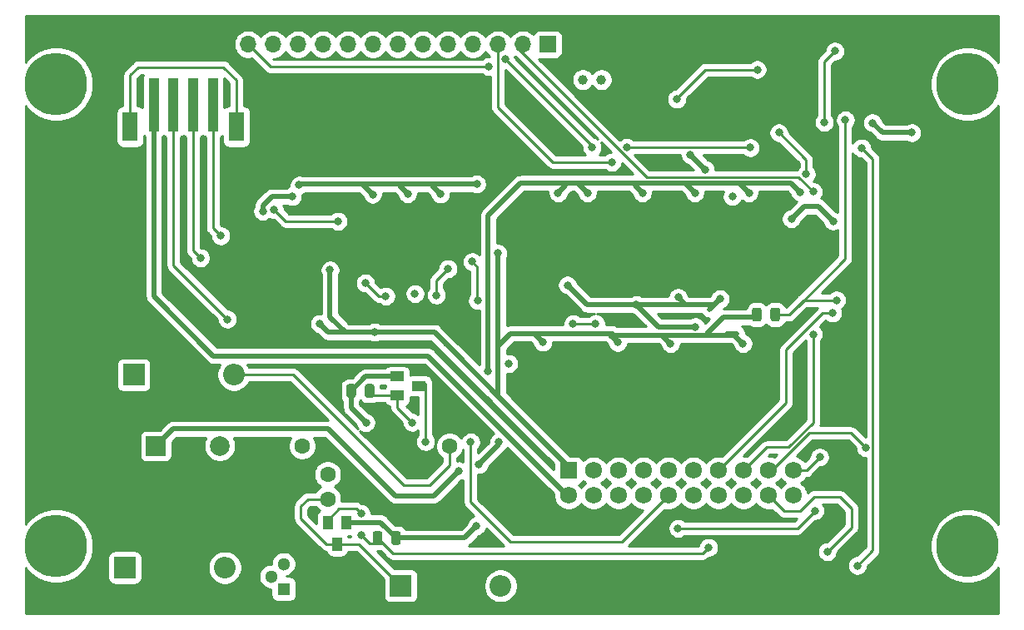
<source format=gbr>
G04 #@! TF.GenerationSoftware,KiCad,Pcbnew,(5.1.6-0-10_14)*
G04 #@! TF.CreationDate,2020-09-03T11:18:50-04:00*
G04 #@! TF.ProjectId,Pufferfish-Interface-2,50756666-6572-4666-9973-682d496e7465,rev?*
G04 #@! TF.SameCoordinates,Original*
G04 #@! TF.FileFunction,Copper,L2,Bot*
G04 #@! TF.FilePolarity,Positive*
%FSLAX46Y46*%
G04 Gerber Fmt 4.6, Leading zero omitted, Abs format (unit mm)*
G04 Created by KiCad (PCBNEW (5.1.6-0-10_14)) date 2020-09-03 11:18:50*
%MOMM*%
%LPD*%
G01*
G04 APERTURE LIST*
G04 #@! TA.AperFunction,ComponentPad*
%ADD10C,6.350000*%
G04 #@! TD*
G04 #@! TA.AperFunction,ComponentPad*
%ADD11O,1.700000X1.700000*%
G04 #@! TD*
G04 #@! TA.AperFunction,ComponentPad*
%ADD12R,1.700000X1.700000*%
G04 #@! TD*
G04 #@! TA.AperFunction,ComponentPad*
%ADD13O,2.200000X2.200000*%
G04 #@! TD*
G04 #@! TA.AperFunction,ComponentPad*
%ADD14R,2.200000X2.200000*%
G04 #@! TD*
G04 #@! TA.AperFunction,ComponentPad*
%ADD15R,2.000000X2.000000*%
G04 #@! TD*
G04 #@! TA.AperFunction,ComponentPad*
%ADD16C,2.000000*%
G04 #@! TD*
G04 #@! TA.AperFunction,ComponentPad*
%ADD17C,1.000000*%
G04 #@! TD*
G04 #@! TA.AperFunction,ComponentPad*
%ADD18R,1.300000X1.300000*%
G04 #@! TD*
G04 #@! TA.AperFunction,ComponentPad*
%ADD19C,1.300000*%
G04 #@! TD*
G04 #@! TA.AperFunction,ComponentPad*
%ADD20C,1.725000*%
G04 #@! TD*
G04 #@! TA.AperFunction,ComponentPad*
%ADD21R,1.725000X1.725000*%
G04 #@! TD*
G04 #@! TA.AperFunction,SMDPad,CuDef*
%ADD22R,1.400000X1.000000*%
G04 #@! TD*
G04 #@! TA.AperFunction,SMDPad,CuDef*
%ADD23R,1.000000X1.400000*%
G04 #@! TD*
G04 #@! TA.AperFunction,SMDPad,CuDef*
%ADD24R,1.000000X5.500000*%
G04 #@! TD*
G04 #@! TA.AperFunction,SMDPad,CuDef*
%ADD25R,1.600000X3.000000*%
G04 #@! TD*
G04 #@! TA.AperFunction,ComponentPad*
%ADD26C,1.600000*%
G04 #@! TD*
G04 #@! TA.AperFunction,ViaPad*
%ADD27C,0.800000*%
G04 #@! TD*
G04 #@! TA.AperFunction,Conductor*
%ADD28C,0.250000*%
G04 #@! TD*
G04 #@! TA.AperFunction,Conductor*
%ADD29C,0.508000*%
G04 #@! TD*
G04 #@! TA.AperFunction,NonConductor*
%ADD30C,0.254000*%
G04 #@! TD*
G04 APERTURE END LIST*
D10*
X76200000Y-49530000D03*
X76200000Y-2540000D03*
X-16510000Y-49530000D03*
X-16510000Y-2540000D03*
D11*
X3020000Y1500000D03*
X5560000Y1500000D03*
X8100000Y1500000D03*
X10640000Y1500000D03*
X13180000Y1500000D03*
X15720000Y1500000D03*
X18260000Y1500000D03*
X20800000Y1500000D03*
X23340000Y1500000D03*
X25880000Y1500000D03*
X28420000Y1500000D03*
X30960000Y1500000D03*
D12*
X33500000Y1500000D03*
D13*
X645380Y-51745980D03*
D14*
X-9514620Y-51745980D03*
D15*
X-6370000Y-39370000D03*
D16*
X130000Y-39370000D03*
D17*
X37050000Y-2100000D03*
X38950000Y-2100000D03*
G04 #@! TA.AperFunction,SMDPad,CuDef*
G36*
G01*
X56137500Y-26456250D02*
X56137500Y-25543750D01*
G75*
G02*
X56381250Y-25300000I243750J0D01*
G01*
X56868750Y-25300000D01*
G75*
G02*
X57112500Y-25543750I0J-243750D01*
G01*
X57112500Y-26456250D01*
G75*
G02*
X56868750Y-26700000I-243750J0D01*
G01*
X56381250Y-26700000D01*
G75*
G02*
X56137500Y-26456250I0J243750D01*
G01*
G37*
G04 #@! TD.AperFunction*
G04 #@! TA.AperFunction,SMDPad,CuDef*
G36*
G01*
X54262500Y-26456250D02*
X54262500Y-25543750D01*
G75*
G02*
X54506250Y-25300000I243750J0D01*
G01*
X54993750Y-25300000D01*
G75*
G02*
X55237500Y-25543750I0J-243750D01*
G01*
X55237500Y-26456250D01*
G75*
G02*
X54993750Y-26700000I-243750J0D01*
G01*
X54506250Y-26700000D01*
G75*
G02*
X54262500Y-26456250I0J243750D01*
G01*
G37*
G04 #@! TD.AperFunction*
D18*
X6630000Y-53920000D03*
D19*
X6630000Y-51380000D03*
X5360000Y-52650000D03*
D20*
X58453500Y-44409840D03*
X58453500Y-41869840D03*
X55913500Y-44409840D03*
X55913500Y-41869840D03*
X48293500Y-41869840D03*
X48293500Y-44409840D03*
X50833500Y-41869840D03*
X50833500Y-44409840D03*
X53373500Y-41869840D03*
X53373500Y-44409840D03*
X40673500Y-41869840D03*
X35593500Y-44409840D03*
X38133500Y-41869840D03*
X40673500Y-44409840D03*
D21*
X35593500Y-41869840D03*
D20*
X43213500Y-41869840D03*
X43213500Y-44409840D03*
X45753500Y-41869840D03*
X45753500Y-44409840D03*
X38133500Y-44409840D03*
D22*
X20376060Y-33258760D03*
X18176060Y-32308760D03*
X18176060Y-34208760D03*
D23*
X12070120Y-49355100D03*
X13020120Y-47155100D03*
X11120120Y-47155100D03*
G04 #@! TA.AperFunction,SMDPad,CuDef*
G36*
G01*
X13987600Y-33307970D02*
X13987600Y-34220470D01*
G75*
G02*
X13743850Y-34464220I-243750J0D01*
G01*
X13256350Y-34464220D01*
G75*
G02*
X13012600Y-34220470I0J243750D01*
G01*
X13012600Y-33307970D01*
G75*
G02*
X13256350Y-33064220I243750J0D01*
G01*
X13743850Y-33064220D01*
G75*
G02*
X13987600Y-33307970I0J-243750D01*
G01*
G37*
G04 #@! TD.AperFunction*
G04 #@! TA.AperFunction,SMDPad,CuDef*
G36*
G01*
X15862600Y-33307970D02*
X15862600Y-34220470D01*
G75*
G02*
X15618850Y-34464220I-243750J0D01*
G01*
X15131350Y-34464220D01*
G75*
G02*
X14887600Y-34220470I0J243750D01*
G01*
X14887600Y-33307970D01*
G75*
G02*
X15131350Y-33064220I243750J0D01*
G01*
X15618850Y-33064220D01*
G75*
G02*
X15862600Y-33307970I0J-243750D01*
G01*
G37*
G04 #@! TD.AperFunction*
G04 #@! TA.AperFunction,SMDPad,CuDef*
G36*
G01*
X17574680Y-49191230D02*
X17574680Y-48278730D01*
G75*
G02*
X17818430Y-48034980I243750J0D01*
G01*
X18305930Y-48034980D01*
G75*
G02*
X18549680Y-48278730I0J-243750D01*
G01*
X18549680Y-49191230D01*
G75*
G02*
X18305930Y-49434980I-243750J0D01*
G01*
X17818430Y-49434980D01*
G75*
G02*
X17574680Y-49191230I0J243750D01*
G01*
G37*
G04 #@! TD.AperFunction*
G04 #@! TA.AperFunction,SMDPad,CuDef*
G36*
G01*
X15699680Y-49191230D02*
X15699680Y-48278730D01*
G75*
G02*
X15943430Y-48034980I243750J0D01*
G01*
X16430930Y-48034980D01*
G75*
G02*
X16674680Y-48278730I0J-243750D01*
G01*
X16674680Y-49191230D01*
G75*
G02*
X16430930Y-49434980I-243750J0D01*
G01*
X15943430Y-49434980D01*
G75*
G02*
X15699680Y-49191230I0J243750D01*
G01*
G37*
G04 #@! TD.AperFunction*
D13*
X1550000Y-32130000D03*
D14*
X-8610000Y-32130000D03*
D13*
X28702000Y-53594000D03*
D14*
X18542000Y-53594000D03*
D24*
X-4573780Y-4645660D03*
X-2573780Y-4645660D03*
X-6573780Y-4645660D03*
X-573780Y-4645660D03*
D25*
X-8973780Y-6895660D03*
X1826220Y-6895660D03*
D26*
X11102000Y-44770000D03*
X11102000Y-42270000D03*
X8502000Y-39370000D03*
X23502000Y-39370000D03*
D27*
X45974000Y-28956000D03*
X53340000Y-28956000D03*
X32992060Y-28821380D03*
X15905480Y-27795220D03*
X40604440Y-28823920D03*
X28430220Y-19766280D03*
X26271220Y-12730480D03*
X15684500Y-13771880D03*
X19235420Y-13708380D03*
X22585680Y-13731240D03*
X8210000Y-12830000D03*
X11350000Y-21460000D03*
X10300000Y-26930000D03*
X21066000Y-38934900D03*
X15000000Y-37000000D03*
X66500000Y-6500000D03*
X70500000Y-7500000D03*
X42500000Y-25000000D03*
X62500000Y-16500000D03*
X58265410Y-16265410D03*
X29500000Y-31000000D03*
X4500000Y-15500000D03*
X7500000Y-14000000D03*
X51000000Y-24403220D03*
X46750000Y-24250000D03*
X48500000Y-27243480D03*
X28500000Y-39000000D03*
X26500000Y-41250000D03*
X35500000Y-23000000D03*
X26250000Y-47500000D03*
X48000000Y-9750000D03*
X49500000Y-11250000D03*
X52250000Y-14000000D03*
X46736000Y-47752000D03*
X27432000Y-31750000D03*
X37531040Y-13634720D03*
X43119040Y-13634720D03*
X48453040Y-13634720D03*
X19702780Y-36974780D03*
X25654000Y-38973760D03*
X14488160Y-46217840D03*
X14488160Y-48407320D03*
X36068000Y-26924000D03*
X38358653Y-26919347D03*
X25806400Y-20616080D03*
X49847500Y-49690020D03*
X241300Y-17985740D03*
X-1833880Y-20246340D03*
X906780Y-26482040D03*
X26357580Y-24571960D03*
X17020540Y-24132540D03*
X19987260Y-23881080D03*
X22166580Y-24030940D03*
X23347680Y-21341080D03*
X60660280Y-45961300D03*
X53947060Y-13634720D03*
X59159140Y-13538200D03*
X34550000Y-13630000D03*
X24420000Y-41890000D03*
X60500000Y-28000000D03*
X62860000Y-24540000D03*
X54800000Y-1080000D03*
X46600000Y-4090000D03*
X63760000Y-6210000D03*
X61610000Y-6440000D03*
X62682653Y802653D03*
X61920000Y-50130000D03*
X61147960Y-40505380D03*
X65830000Y-39540000D03*
X62450000Y-25840000D03*
X29145000Y0D03*
X38000000Y-9000000D03*
X40000000Y-10500000D03*
X60500000Y-13500000D03*
X14935200Y-22801580D03*
X57000000Y-7500000D03*
X59782347Y-11717653D03*
X65410000Y-9060000D03*
X64980000Y-51540000D03*
X5666740Y-15321280D03*
X12152203Y-16514237D03*
X54090000Y-9020000D03*
X27500000Y-775000D03*
X41512653Y-8987347D03*
D28*
X23502000Y-41335002D02*
X23502000Y-39370000D01*
X21442001Y-43395001D02*
X23502000Y-41335002D01*
X2468880Y-32115760D02*
X7597140Y-32115760D01*
X18876381Y-43395001D02*
X20577439Y-43395001D01*
X7597140Y-32115760D02*
X18876381Y-43395001D01*
X20577439Y-43395001D02*
X21442001Y-43395001D01*
X18757001Y-43395001D02*
X20577439Y-43395001D01*
D29*
X35560000Y-41910000D02*
X35560000Y-41402000D01*
X28448000Y-31496000D02*
X28448000Y-30988000D01*
X28448000Y-34290000D02*
X28448000Y-31496000D01*
X28448000Y-29210000D02*
X29718000Y-27940000D01*
X28448000Y-31496000D02*
X28448000Y-29210000D01*
X29718000Y-27940000D02*
X32004000Y-27940000D01*
X35560000Y-41402000D02*
X29210000Y-35052000D01*
X29210000Y-35052000D02*
X28448000Y-34290000D01*
X32110680Y-27940000D02*
X32992060Y-28821380D01*
X29718000Y-27940000D02*
X31912560Y-27940000D01*
X31912560Y-27940000D02*
X32110680Y-27940000D01*
X31912560Y-27940000D02*
X39878000Y-27940000D01*
X39878000Y-27940000D02*
X40065960Y-27940000D01*
X39878000Y-28097480D02*
X40604440Y-28823920D01*
X39878000Y-27940000D02*
X39878000Y-28097480D01*
X21953220Y-27795220D02*
X23461980Y-29303980D01*
X15905480Y-27795220D02*
X21953220Y-27795220D01*
X23461980Y-29303980D02*
X23114000Y-28956000D01*
X29210000Y-35052000D02*
X23461980Y-29303980D01*
X28448000Y-19784060D02*
X28430220Y-19766280D01*
X28448000Y-29210000D02*
X28448000Y-19784060D01*
X14686280Y-12773660D02*
X15684500Y-13771880D01*
X14686280Y-12730480D02*
X14686280Y-12773660D01*
X14686280Y-12730480D02*
X10817860Y-12730480D01*
X18389600Y-12862560D02*
X18389600Y-12730480D01*
X18389600Y-12730480D02*
X14686280Y-12730480D01*
X19235420Y-13708380D02*
X18389600Y-12862560D01*
X21724620Y-12870180D02*
X21724620Y-12730480D01*
X21724620Y-12730480D02*
X18389600Y-12730480D01*
X22585680Y-13731240D02*
X21724620Y-12870180D01*
X26271220Y-12730480D02*
X21724620Y-12730480D01*
X10817860Y-12730480D02*
X8547100Y-12730480D01*
X12915220Y-27795220D02*
X15905480Y-27795220D01*
X11350000Y-26230000D02*
X12915220Y-27795220D01*
X11350000Y-21460000D02*
X11350000Y-26230000D01*
X11165220Y-27795220D02*
X10300000Y-26930000D01*
X12915220Y-27795220D02*
X11165220Y-27795220D01*
X51690000Y-27940000D02*
X52740000Y-27940000D01*
X51690000Y-27940000D02*
X52324000Y-27940000D01*
X49660000Y-27940000D02*
X51320000Y-26280000D01*
X52481480Y-28097480D02*
X52567000Y-28183000D01*
X52567000Y-28183000D02*
X53340000Y-28956000D01*
X52324000Y-27940000D02*
X52567000Y-28183000D01*
X44847480Y-28097480D02*
X52481480Y-28097480D01*
X45115480Y-28097480D02*
X44847480Y-28097480D01*
X45974000Y-28956000D02*
X45115480Y-28097480D01*
X39878000Y-28097480D02*
X44847480Y-28097480D01*
X54470000Y-26280000D02*
X54750000Y-26000000D01*
X51320000Y-26280000D02*
X54470000Y-26280000D01*
D28*
X21066000Y-33020000D02*
X21066000Y-38934900D01*
X8382000Y-45466000D02*
X9078000Y-44770000D01*
X8382000Y-46736000D02*
X8382000Y-45466000D01*
X9078000Y-44770000D02*
X11102000Y-44770000D01*
X11001100Y-49355100D02*
X12070120Y-49355100D01*
X8382000Y-46736000D02*
X11001100Y-49355100D01*
X14303100Y-49355100D02*
X18542000Y-53594000D01*
X12070120Y-49355100D02*
X14303100Y-49355100D01*
D29*
X13482320Y-33782000D02*
X13500100Y-33764220D01*
X14955560Y-32308760D02*
X13500100Y-33764220D01*
X18176060Y-32308760D02*
X14955560Y-32308760D01*
X16482300Y-47155100D02*
X13020120Y-47155100D01*
X18062180Y-48734980D02*
X16482300Y-47155100D01*
X13500100Y-35500100D02*
X15000000Y-37000000D01*
X13500100Y-33764220D02*
X13500100Y-35500100D01*
X67500000Y-7500000D02*
X66500000Y-6500000D01*
X70500000Y-7500000D02*
X67500000Y-7500000D01*
X62500000Y-16500000D02*
X61000000Y-15000000D01*
X61000000Y-15000000D02*
X59530820Y-15000000D01*
X59530820Y-15000000D02*
X58265410Y-16265410D01*
X5434315Y-14000000D02*
X7500000Y-14000000D01*
X4500000Y-14934315D02*
X5434315Y-14000000D01*
X4500000Y-15500000D02*
X4500000Y-14934315D01*
X49903220Y-25500000D02*
X51000000Y-24403220D01*
X50403220Y-25000000D02*
X51000000Y-24403220D01*
X46750000Y-24250000D02*
X47500000Y-25000000D01*
X47500000Y-25000000D02*
X50403220Y-25000000D01*
X42500000Y-25000000D02*
X47500000Y-25000000D01*
X42500000Y-25000000D02*
X44750000Y-27250000D01*
X44756520Y-27243480D02*
X48500000Y-27243480D01*
X44750000Y-27250000D02*
X44756520Y-27243480D01*
X28500000Y-39250000D02*
X26500000Y-41250000D01*
X28500000Y-39000000D02*
X28500000Y-39250000D01*
X37500000Y-25000000D02*
X42500000Y-25000000D01*
X35500000Y-23000000D02*
X37500000Y-25000000D01*
X25015020Y-48734980D02*
X26250000Y-47500000D01*
X18062180Y-48734980D02*
X25015020Y-48734980D01*
X48000000Y-9750000D02*
X49500000Y-11250000D01*
X36515040Y-12618720D02*
X37531040Y-13634720D01*
X35753040Y-12618720D02*
X36515040Y-12618720D01*
X42357040Y-12872720D02*
X43119040Y-13634720D01*
X42357040Y-12618720D02*
X42357040Y-12872720D01*
X35753040Y-12618720D02*
X42357040Y-12618720D01*
X47437040Y-12618720D02*
X48453040Y-13634720D01*
X46929040Y-12618720D02*
X47437040Y-12618720D01*
X42357040Y-12618720D02*
X46929040Y-12618720D01*
X46929040Y-12618720D02*
X48961040Y-12618720D01*
D28*
X18088060Y-34020760D02*
X18276060Y-34208760D01*
X18276060Y-34208760D02*
X18276060Y-33823758D01*
X25654000Y-43273980D02*
X25654000Y-43472340D01*
X17731520Y-33764220D02*
X18176060Y-34208760D01*
X15819640Y-34208760D02*
X15375100Y-33764220D01*
X18176060Y-34208760D02*
X15819640Y-34208760D01*
X18176060Y-35448060D02*
X19702780Y-36974780D01*
X18176060Y-34208760D02*
X18176060Y-35448060D01*
X25654000Y-38973760D02*
X25654000Y-43273980D01*
X11120120Y-47155100D02*
X11120120Y-46956980D01*
X16187180Y-48537158D02*
X16187180Y-48734980D01*
X11120120Y-47155100D02*
X11120120Y-46913800D01*
X11120120Y-46913800D02*
X12275820Y-45758100D01*
X12275820Y-45758100D02*
X13662660Y-45758100D01*
X14028420Y-45758100D02*
X14488160Y-46217840D01*
X13662660Y-45758100D02*
X14028420Y-45758100D01*
X14488160Y-48407320D02*
X15336520Y-49255680D01*
X16707880Y-49255680D02*
X17384910Y-49932710D01*
X15336520Y-49255680D02*
X16707880Y-49255680D01*
X16187180Y-48734980D02*
X17384910Y-49932710D01*
X1826220Y-2171660D02*
X1826220Y-6895660D01*
X-8145780Y-835660D02*
X490220Y-835660D01*
X-8973780Y-1663660D02*
X-8145780Y-835660D01*
X490220Y-835660D02*
X1826220Y-2171660D01*
X-8973780Y-6895660D02*
X-8973780Y-1663660D01*
X-573780Y-4645660D02*
X-573780Y-6979660D01*
X38354000Y-26924000D02*
X38358653Y-26919347D01*
X36068000Y-26924000D02*
X38354000Y-26924000D01*
X25806400Y-20616080D02*
X26332180Y-21141860D01*
X26332180Y-21141860D02*
X26332180Y-24524012D01*
X43155870Y-47014130D02*
X45720000Y-44450000D01*
X42618660Y-47551340D02*
X43155870Y-47014130D01*
D29*
X-6573780Y-12408762D02*
X-6556301Y-12426241D01*
X-6573780Y-4645660D02*
X-6573780Y-12408762D01*
X-6556301Y-11999521D02*
X-6556301Y-12426241D01*
X35557798Y-44450000D02*
X35560000Y-44450000D01*
X21333798Y-30226000D02*
X35557798Y-44450000D01*
X-508000Y-30226000D02*
X21333798Y-30226000D01*
X-6556301Y-24177699D02*
X-508000Y-30226000D01*
X-6556301Y-12426241D02*
X-6556301Y-24177699D01*
D28*
X-573780Y-4645660D02*
X-573780Y-10589000D01*
X-573780Y-17170660D02*
X241300Y-17985740D01*
X-573780Y-10589000D02*
X-573780Y-17170660D01*
X-2573780Y-11062460D02*
X-2573780Y-19506440D01*
X-2573780Y-4645660D02*
X-2573780Y-11062460D01*
X-2573780Y-19506440D02*
X-1833880Y-20246340D01*
X-2573780Y-11062460D02*
X-2573780Y-11319000D01*
X-4573780Y-4645660D02*
X-4573780Y-7426200D01*
X-4573780Y-7426200D02*
X-4573780Y-8185660D01*
X-4573780Y-11588240D02*
X-4573780Y-21001480D01*
X-4573780Y-21001480D02*
X906780Y-26482040D01*
X-4573780Y-7426200D02*
X-4573780Y-11588240D01*
X-4573780Y-11588240D02*
X-4573780Y-11795000D01*
X26332180Y-24546560D02*
X26357580Y-24571960D01*
X26332180Y-24524012D02*
X26332180Y-24546560D01*
X16799560Y-24132540D02*
X17020540Y-24132540D01*
X19885660Y-23881080D02*
X19987260Y-23881080D01*
X22166580Y-23964900D02*
X22166580Y-24030940D01*
X22166580Y-22522180D02*
X23347680Y-21341080D01*
X22166580Y-24030940D02*
X22166580Y-22522180D01*
X58869580Y-47752000D02*
X55008780Y-47752000D01*
X55008780Y-47752000D02*
X46736000Y-47752000D01*
X60660280Y-45961300D02*
X58869580Y-47752000D01*
X55626000Y-47752000D02*
X55008780Y-47752000D01*
D29*
X51356260Y-12618720D02*
X52931060Y-12618720D01*
X52931060Y-12618720D02*
X53947060Y-13634720D01*
X48961040Y-12618720D02*
X51356260Y-12618720D01*
X51356260Y-12618720D02*
X53787040Y-12618720D01*
X58239660Y-12618720D02*
X59159140Y-13538200D01*
X53787040Y-12618720D02*
X58239660Y-12618720D01*
X35278720Y-12901280D02*
X35278720Y-12618720D01*
X34550000Y-13630000D02*
X35278720Y-12901280D01*
X35278720Y-12618720D02*
X35753040Y-12618720D01*
X30721280Y-12618720D02*
X34448720Y-12618720D01*
X27432000Y-15908000D02*
X30721280Y-12618720D01*
X27432000Y-31750000D02*
X27432000Y-15908000D01*
X34448720Y-12618720D02*
X35278720Y-12618720D01*
X34069020Y-12618720D02*
X34448720Y-12618720D01*
X11170000Y-37640000D02*
X-4640000Y-37640000D01*
X17960000Y-44430000D02*
X11170000Y-37640000D01*
X21880000Y-44430000D02*
X17960000Y-44430000D01*
X-4640000Y-37640000D02*
X-6370000Y-39370000D01*
X24420000Y-41890000D02*
X21880000Y-44430000D01*
D28*
X25654000Y-45090320D02*
X25654000Y-43273980D01*
X29715220Y-49151540D02*
X25654000Y-45090320D01*
X41018460Y-49151540D02*
X29715220Y-49151540D01*
X43155870Y-47014130D02*
X41018460Y-49151540D01*
X49245520Y-50292000D02*
X49847500Y-49690020D01*
X17744200Y-50292000D02*
X49245520Y-50292000D01*
X17384910Y-49932710D02*
X17744200Y-50292000D01*
X55743340Y-39500000D02*
X53373500Y-41869840D01*
X58000000Y-39500000D02*
X55743340Y-39500000D01*
X60500000Y-37000000D02*
X58000000Y-39500000D01*
X60500000Y-28000000D02*
X60500000Y-37000000D01*
X54800000Y-1080000D02*
X49490000Y-1080000D01*
X46600000Y-3970000D02*
X46600000Y-4090000D01*
X49490000Y-1080000D02*
X46600000Y-3970000D01*
X63760000Y-6210000D02*
X63760000Y-20310000D01*
X58070000Y-26000000D02*
X59035000Y-25035000D01*
X56625000Y-26000000D02*
X58070000Y-26000000D01*
X63760000Y-20310000D02*
X59035000Y-25035000D01*
X58027500Y-25972500D02*
X58027500Y-26042500D01*
X58027500Y-26042500D02*
X59035000Y-25035000D01*
X59460000Y-24540000D02*
X58027500Y-25972500D01*
X62860000Y-24540000D02*
X59460000Y-24540000D01*
X61610000Y-270000D02*
X62682653Y802653D01*
X61610000Y-6440000D02*
X61610000Y-270000D01*
X57101001Y-45597341D02*
X57117341Y-45597341D01*
X55913500Y-44409840D02*
X57101001Y-45597341D01*
X57117341Y-45597341D02*
X57510000Y-45990000D01*
X57510000Y-45990000D02*
X59130000Y-45990000D01*
X59130000Y-45990000D02*
X60580000Y-44540000D01*
X60580000Y-44540000D02*
X63210000Y-44540000D01*
X63210000Y-44540000D02*
X64410000Y-45740000D01*
X64410000Y-47640000D02*
X61920000Y-50130000D01*
X64410000Y-45740000D02*
X64410000Y-47640000D01*
X59783500Y-41869840D02*
X58870010Y-41869840D01*
X61147960Y-40505380D02*
X59783500Y-41869840D01*
X65830000Y-39540000D02*
X64350000Y-38060000D01*
X56266570Y-41869840D02*
X55913500Y-41869840D01*
X60076410Y-38060000D02*
X56266570Y-41869840D01*
X64350000Y-38060000D02*
X60076410Y-38060000D01*
X62450000Y-25840000D02*
X61460000Y-25840000D01*
X61460000Y-25840000D02*
X57710000Y-29590000D01*
X57710000Y-34993340D02*
X50833500Y-41869840D01*
X57710000Y-29590000D02*
X57710000Y-34993340D01*
X38000000Y-8855000D02*
X38000000Y-9000000D01*
X29145000Y0D02*
X38000000Y-8855000D01*
X40000000Y-10500000D02*
X36725478Y-10500000D01*
X34000000Y-10500000D02*
X40000000Y-10500000D01*
X28420000Y-4920000D02*
X34000000Y-10500000D01*
X28420000Y1500000D02*
X28420000Y-4920000D01*
X58960290Y-12039710D02*
X59000000Y-12000000D01*
X43539710Y-12039710D02*
X58960290Y-12039710D01*
X30500000Y1000000D02*
X43539710Y-12039710D01*
X59000000Y-12000000D02*
X60500000Y-13500000D01*
X16291560Y-24132540D02*
X16042640Y-23883620D01*
X17020540Y-24132540D02*
X16291560Y-24132540D01*
X16042640Y-23883620D02*
X16182340Y-24023320D01*
X16266160Y-24132540D02*
X16291560Y-24132540D01*
X14935200Y-22801580D02*
X16266160Y-24132540D01*
X59782347Y-10282347D02*
X59782347Y-11717653D01*
X57000000Y-7500000D02*
X59782347Y-10282347D01*
X66555001Y-10205001D02*
X66555001Y-49964999D01*
X66555001Y-49964999D02*
X64980000Y-51540000D01*
X65410000Y-9060000D02*
X66555001Y-10205001D01*
X6859697Y-16514237D02*
X12152203Y-16514237D01*
X5666740Y-15321280D02*
X6859697Y-16514237D01*
X5295000Y-775000D02*
X27500000Y-775000D01*
X3020000Y1500000D02*
X5295000Y-775000D01*
X46447347Y-8987347D02*
X46480000Y-9020000D01*
X41512653Y-8987347D02*
X46447347Y-8987347D01*
X46480000Y-9020000D02*
X46340000Y-9020000D01*
X54090000Y-9020000D02*
X46480000Y-9020000D01*
D30*
G36*
X79300001Y-321661D02*
G01*
X79159420Y-111267D01*
X78628733Y419420D01*
X78004712Y836378D01*
X77311336Y1123584D01*
X76575252Y1270000D01*
X75824748Y1270000D01*
X75088664Y1123584D01*
X74395288Y836378D01*
X73771267Y419420D01*
X73240580Y-111267D01*
X72823622Y-735288D01*
X72536416Y-1428664D01*
X72390000Y-2164748D01*
X72390000Y-2915252D01*
X72536416Y-3651336D01*
X72823622Y-4344712D01*
X73240580Y-4968733D01*
X73771267Y-5499420D01*
X74395288Y-5916378D01*
X75088664Y-6203584D01*
X75824748Y-6350000D01*
X76575252Y-6350000D01*
X77311336Y-6203584D01*
X78004712Y-5916378D01*
X78628733Y-5499420D01*
X79159420Y-4968733D01*
X79300001Y-4758339D01*
X79300000Y-47311660D01*
X79159420Y-47101267D01*
X78628733Y-46570580D01*
X78004712Y-46153622D01*
X77311336Y-45866416D01*
X76575252Y-45720000D01*
X75824748Y-45720000D01*
X75088664Y-45866416D01*
X74395288Y-46153622D01*
X73771267Y-46570580D01*
X73240580Y-47101267D01*
X72823622Y-47725288D01*
X72536416Y-48418664D01*
X72390000Y-49154748D01*
X72390000Y-49905252D01*
X72536416Y-50641336D01*
X72823622Y-51334712D01*
X73240580Y-51958733D01*
X73771267Y-52489420D01*
X74395288Y-52906378D01*
X75088664Y-53193584D01*
X75824748Y-53340000D01*
X76575252Y-53340000D01*
X77311336Y-53193584D01*
X78004712Y-52906378D01*
X78628733Y-52489420D01*
X79159420Y-51958733D01*
X79300000Y-51748340D01*
X79300000Y-56440000D01*
X-19610000Y-56440000D01*
X-19610000Y-51748340D01*
X-19469420Y-51958733D01*
X-18938733Y-52489420D01*
X-18314712Y-52906378D01*
X-17621336Y-53193584D01*
X-16885252Y-53340000D01*
X-16134748Y-53340000D01*
X-15398664Y-53193584D01*
X-14705288Y-52906378D01*
X-14081267Y-52489420D01*
X-13550580Y-51958733D01*
X-13133622Y-51334712D01*
X-12848340Y-50645980D01*
X-11252692Y-50645980D01*
X-11252692Y-52845980D01*
X-11240432Y-52970462D01*
X-11204122Y-53090160D01*
X-11145157Y-53200474D01*
X-11065805Y-53297165D01*
X-10969114Y-53376517D01*
X-10858800Y-53435482D01*
X-10739102Y-53471792D01*
X-10614620Y-53484052D01*
X-8414620Y-53484052D01*
X-8290138Y-53471792D01*
X-8170440Y-53435482D01*
X-8060126Y-53376517D01*
X-7963435Y-53297165D01*
X-7884083Y-53200474D01*
X-7825118Y-53090160D01*
X-7788808Y-52970462D01*
X-7776548Y-52845980D01*
X-7776548Y-51575097D01*
X-1089620Y-51575097D01*
X-1089620Y-51916863D01*
X-1022945Y-52252061D01*
X-892157Y-52567811D01*
X-702283Y-52851978D01*
X-460618Y-53093643D01*
X-176451Y-53283517D01*
X139299Y-53414305D01*
X474497Y-53480980D01*
X816263Y-53480980D01*
X1151461Y-53414305D01*
X1467211Y-53283517D01*
X1751378Y-53093643D01*
X1993043Y-52851978D01*
X2182917Y-52567811D01*
X2201296Y-52523439D01*
X4075000Y-52523439D01*
X4075000Y-52776561D01*
X4124381Y-53024821D01*
X4221247Y-53258676D01*
X4361875Y-53469140D01*
X4540860Y-53648125D01*
X4751324Y-53788753D01*
X4985179Y-53885619D01*
X5233439Y-53935000D01*
X5341928Y-53935000D01*
X5341928Y-54570000D01*
X5354188Y-54694482D01*
X5390498Y-54814180D01*
X5449463Y-54924494D01*
X5528815Y-55021185D01*
X5625506Y-55100537D01*
X5735820Y-55159502D01*
X5855518Y-55195812D01*
X5980000Y-55208072D01*
X7280000Y-55208072D01*
X7404482Y-55195812D01*
X7524180Y-55159502D01*
X7634494Y-55100537D01*
X7731185Y-55021185D01*
X7810537Y-54924494D01*
X7869502Y-54814180D01*
X7905812Y-54694482D01*
X7918072Y-54570000D01*
X7918072Y-53270000D01*
X7905812Y-53145518D01*
X7869502Y-53025820D01*
X7810537Y-52915506D01*
X7731185Y-52818815D01*
X7634494Y-52739463D01*
X7524180Y-52680498D01*
X7404482Y-52644188D01*
X7280000Y-52631928D01*
X6922828Y-52631928D01*
X7004821Y-52615619D01*
X7238676Y-52518753D01*
X7449140Y-52378125D01*
X7628125Y-52199140D01*
X7768753Y-51988676D01*
X7865619Y-51754821D01*
X7915000Y-51506561D01*
X7915000Y-51253439D01*
X7865619Y-51005179D01*
X7768753Y-50771324D01*
X7628125Y-50560860D01*
X7449140Y-50381875D01*
X7238676Y-50241247D01*
X7004821Y-50144381D01*
X6756561Y-50095000D01*
X6503439Y-50095000D01*
X6255179Y-50144381D01*
X6021324Y-50241247D01*
X5810860Y-50381875D01*
X5631875Y-50560860D01*
X5491247Y-50771324D01*
X5394381Y-51005179D01*
X5345000Y-51253439D01*
X5345000Y-51365000D01*
X5233439Y-51365000D01*
X4985179Y-51414381D01*
X4751324Y-51511247D01*
X4540860Y-51651875D01*
X4361875Y-51830860D01*
X4221247Y-52041324D01*
X4124381Y-52275179D01*
X4075000Y-52523439D01*
X2201296Y-52523439D01*
X2313705Y-52252061D01*
X2380380Y-51916863D01*
X2380380Y-51575097D01*
X2313705Y-51239899D01*
X2182917Y-50924149D01*
X1993043Y-50639982D01*
X1751378Y-50398317D01*
X1467211Y-50208443D01*
X1151461Y-50077655D01*
X816263Y-50010980D01*
X474497Y-50010980D01*
X139299Y-50077655D01*
X-176451Y-50208443D01*
X-460618Y-50398317D01*
X-702283Y-50639982D01*
X-892157Y-50924149D01*
X-1022945Y-51239899D01*
X-1089620Y-51575097D01*
X-7776548Y-51575097D01*
X-7776548Y-50645980D01*
X-7788808Y-50521498D01*
X-7825118Y-50401800D01*
X-7884083Y-50291486D01*
X-7963435Y-50194795D01*
X-8060126Y-50115443D01*
X-8170440Y-50056478D01*
X-8290138Y-50020168D01*
X-8414620Y-50007908D01*
X-10614620Y-50007908D01*
X-10739102Y-50020168D01*
X-10858800Y-50056478D01*
X-10969114Y-50115443D01*
X-11065805Y-50194795D01*
X-11145157Y-50291486D01*
X-11204122Y-50401800D01*
X-11240432Y-50521498D01*
X-11252692Y-50645980D01*
X-12848340Y-50645980D01*
X-12846416Y-50641336D01*
X-12700000Y-49905252D01*
X-12700000Y-49154748D01*
X-12846416Y-48418664D01*
X-13133622Y-47725288D01*
X-13550580Y-47101267D01*
X-14081267Y-46570580D01*
X-14705288Y-46153622D01*
X-15398664Y-45866416D01*
X-16134748Y-45720000D01*
X-16885252Y-45720000D01*
X-17621336Y-45866416D01*
X-18314712Y-46153622D01*
X-18938733Y-46570580D01*
X-19469420Y-47101267D01*
X-19610000Y-47311660D01*
X-19610000Y-31030000D01*
X-10348072Y-31030000D01*
X-10348072Y-33230000D01*
X-10335812Y-33354482D01*
X-10299502Y-33474180D01*
X-10240537Y-33584494D01*
X-10161185Y-33681185D01*
X-10064494Y-33760537D01*
X-9954180Y-33819502D01*
X-9834482Y-33855812D01*
X-9710000Y-33868072D01*
X-7510000Y-33868072D01*
X-7385518Y-33855812D01*
X-7265820Y-33819502D01*
X-7155506Y-33760537D01*
X-7058815Y-33681185D01*
X-6979463Y-33584494D01*
X-6920498Y-33474180D01*
X-6884188Y-33354482D01*
X-6871928Y-33230000D01*
X-6871928Y-31030000D01*
X-6884188Y-30905518D01*
X-6920498Y-30785820D01*
X-6979463Y-30675506D01*
X-7058815Y-30578815D01*
X-7155506Y-30499463D01*
X-7265820Y-30440498D01*
X-7385518Y-30404188D01*
X-7510000Y-30391928D01*
X-9710000Y-30391928D01*
X-9834482Y-30404188D01*
X-9954180Y-30440498D01*
X-10064494Y-30499463D01*
X-10161185Y-30578815D01*
X-10240537Y-30675506D01*
X-10299502Y-30785820D01*
X-10335812Y-30905518D01*
X-10348072Y-31030000D01*
X-19610000Y-31030000D01*
X-19610000Y-4758340D01*
X-19469420Y-4968733D01*
X-18938733Y-5499420D01*
X-18314712Y-5916378D01*
X-17621336Y-6203584D01*
X-16885252Y-6350000D01*
X-16134748Y-6350000D01*
X-15398664Y-6203584D01*
X-14705288Y-5916378D01*
X-14081267Y-5499420D01*
X-13977507Y-5395660D01*
X-10411852Y-5395660D01*
X-10411852Y-8395660D01*
X-10399592Y-8520142D01*
X-10363282Y-8639840D01*
X-10304317Y-8750154D01*
X-10224965Y-8846845D01*
X-10128274Y-8926197D01*
X-10017960Y-8985162D01*
X-9898262Y-9021472D01*
X-9773780Y-9033732D01*
X-8173780Y-9033732D01*
X-8049298Y-9021472D01*
X-7929600Y-8985162D01*
X-7819286Y-8926197D01*
X-7722595Y-8846845D01*
X-7643243Y-8750154D01*
X-7584278Y-8639840D01*
X-7547968Y-8520142D01*
X-7535708Y-8395660D01*
X-7535708Y-7833755D01*
X-7524965Y-7846845D01*
X-7462780Y-7897879D01*
X-7462779Y-12365092D01*
X-7467080Y-12408762D01*
X-7449916Y-12583036D01*
X-7445301Y-12598250D01*
X-7445300Y-24134029D01*
X-7449601Y-24177699D01*
X-7432437Y-24351973D01*
X-7381603Y-24519551D01*
X-7332869Y-24610725D01*
X-7299053Y-24673990D01*
X-7187959Y-24809358D01*
X-7154042Y-24837193D01*
X-1167499Y-30823736D01*
X-1139659Y-30857659D01*
X-1004291Y-30968753D01*
X-849851Y-31051303D01*
X-783942Y-31071296D01*
X-682276Y-31102136D01*
X-649076Y-31105406D01*
X-551667Y-31115000D01*
X-551661Y-31115000D01*
X-508001Y-31119300D01*
X-464341Y-31115000D01*
X141534Y-31115000D01*
X12463Y-31308169D01*
X-118325Y-31623919D01*
X-185000Y-31959117D01*
X-185000Y-32300883D01*
X-118325Y-32636081D01*
X12463Y-32951831D01*
X202337Y-33235998D01*
X444002Y-33477663D01*
X728169Y-33667537D01*
X1043919Y-33798325D01*
X1379117Y-33865000D01*
X1720883Y-33865000D01*
X2056081Y-33798325D01*
X2371831Y-33667537D01*
X2655998Y-33477663D01*
X2897663Y-33235998D01*
X3087537Y-32951831D01*
X3119047Y-32875760D01*
X7282339Y-32875760D01*
X11154778Y-36748199D01*
X11126340Y-36751000D01*
X-4596341Y-36751000D01*
X-4640001Y-36746700D01*
X-4683661Y-36751000D01*
X-4683667Y-36751000D01*
X-4781076Y-36760594D01*
X-4814276Y-36763864D01*
X-4915942Y-36794704D01*
X-4981851Y-36814697D01*
X-5136291Y-36897247D01*
X-5271659Y-37008341D01*
X-5299494Y-37042258D01*
X-5989164Y-37731928D01*
X-7370000Y-37731928D01*
X-7494482Y-37744188D01*
X-7614180Y-37780498D01*
X-7724494Y-37839463D01*
X-7821185Y-37918815D01*
X-7900537Y-38015506D01*
X-7959502Y-38125820D01*
X-7995812Y-38245518D01*
X-8008072Y-38370000D01*
X-8008072Y-40370000D01*
X-7995812Y-40494482D01*
X-7959502Y-40614180D01*
X-7900537Y-40724494D01*
X-7821185Y-40821185D01*
X-7724494Y-40900537D01*
X-7614180Y-40959502D01*
X-7494482Y-40995812D01*
X-7370000Y-41008072D01*
X-5370000Y-41008072D01*
X-5245518Y-40995812D01*
X-5125820Y-40959502D01*
X-5015506Y-40900537D01*
X-4918815Y-40821185D01*
X-4839463Y-40724494D01*
X-4780498Y-40614180D01*
X-4744188Y-40494482D01*
X-4731928Y-40370000D01*
X-4731928Y-38989164D01*
X-4271764Y-38529000D01*
X-1274459Y-38529000D01*
X-1318918Y-38595537D01*
X-1442168Y-38893088D01*
X-1505000Y-39208967D01*
X-1505000Y-39531033D01*
X-1442168Y-39846912D01*
X-1318918Y-40144463D01*
X-1139987Y-40412252D01*
X-912252Y-40639987D01*
X-644463Y-40818918D01*
X-346912Y-40942168D01*
X-31033Y-41005000D01*
X291033Y-41005000D01*
X606912Y-40942168D01*
X904463Y-40818918D01*
X1172252Y-40639987D01*
X1399987Y-40412252D01*
X1578918Y-40144463D01*
X1702168Y-39846912D01*
X1765000Y-39531033D01*
X1765000Y-39208967D01*
X1702168Y-38893088D01*
X1578918Y-38595537D01*
X1534459Y-38529000D01*
X7338079Y-38529000D01*
X7230320Y-38690273D01*
X7122147Y-38951426D01*
X7067000Y-39228665D01*
X7067000Y-39511335D01*
X7122147Y-39788574D01*
X7230320Y-40049727D01*
X7387363Y-40284759D01*
X7587241Y-40484637D01*
X7822273Y-40641680D01*
X8083426Y-40749853D01*
X8360665Y-40805000D01*
X8643335Y-40805000D01*
X8920574Y-40749853D01*
X9181727Y-40641680D01*
X9416759Y-40484637D01*
X9616637Y-40284759D01*
X9773680Y-40049727D01*
X9881853Y-39788574D01*
X9937000Y-39511335D01*
X9937000Y-39228665D01*
X9881853Y-38951426D01*
X9773680Y-38690273D01*
X9665921Y-38529000D01*
X10801765Y-38529000D01*
X17300506Y-45027742D01*
X17328341Y-45061659D01*
X17463709Y-45172753D01*
X17618149Y-45255303D01*
X17684058Y-45275296D01*
X17785724Y-45306136D01*
X17818924Y-45309406D01*
X17916333Y-45319000D01*
X17916339Y-45319000D01*
X17959999Y-45323300D01*
X18003659Y-45319000D01*
X21836340Y-45319000D01*
X21880000Y-45323300D01*
X21923660Y-45319000D01*
X21923667Y-45319000D01*
X22054274Y-45306136D01*
X22221851Y-45255303D01*
X22376291Y-45172753D01*
X22511659Y-45061659D01*
X22539499Y-45027736D01*
X24672106Y-42895130D01*
X24721898Y-42885226D01*
X24894001Y-42813938D01*
X24894001Y-43236638D01*
X24894000Y-43236648D01*
X24894000Y-43509673D01*
X24894001Y-43509682D01*
X24894000Y-45052997D01*
X24890324Y-45090320D01*
X24894000Y-45127642D01*
X24894000Y-45127652D01*
X24904997Y-45239305D01*
X24933669Y-45333824D01*
X24948454Y-45382566D01*
X25019026Y-45514596D01*
X25054701Y-45558066D01*
X25113999Y-45630321D01*
X25143003Y-45654124D01*
X25986095Y-46497217D01*
X25948102Y-46504774D01*
X25759744Y-46582795D01*
X25590226Y-46696063D01*
X25446063Y-46840226D01*
X25332795Y-47009744D01*
X25254774Y-47198102D01*
X25244870Y-47247895D01*
X24646785Y-47845980D01*
X19069693Y-47845980D01*
X19039138Y-47788816D01*
X18929472Y-47655188D01*
X18795844Y-47545522D01*
X18643389Y-47464033D01*
X18477965Y-47413852D01*
X18305930Y-47396908D01*
X17981344Y-47396908D01*
X17141799Y-46557364D01*
X17113959Y-46523441D01*
X16978591Y-46412347D01*
X16824151Y-46329797D01*
X16656574Y-46278964D01*
X16525967Y-46266100D01*
X16525960Y-46266100D01*
X16482300Y-46261800D01*
X16438640Y-46266100D01*
X15523160Y-46266100D01*
X15523160Y-46115901D01*
X15483386Y-45915942D01*
X15405365Y-45727584D01*
X15292097Y-45558066D01*
X15147934Y-45413903D01*
X14978416Y-45300635D01*
X14790058Y-45222614D01*
X14590099Y-45182840D01*
X14525458Y-45182840D01*
X14452696Y-45123126D01*
X14320667Y-45052554D01*
X14177406Y-45009097D01*
X14065753Y-44998100D01*
X14065742Y-44998100D01*
X14028420Y-44994424D01*
X13991098Y-44998100D01*
X12519741Y-44998100D01*
X12537000Y-44911335D01*
X12537000Y-44628665D01*
X12481853Y-44351426D01*
X12373680Y-44090273D01*
X12216637Y-43855241D01*
X12016759Y-43655363D01*
X11814173Y-43520000D01*
X12016759Y-43384637D01*
X12216637Y-43184759D01*
X12373680Y-42949727D01*
X12481853Y-42688574D01*
X12537000Y-42411335D01*
X12537000Y-42128665D01*
X12481853Y-41851426D01*
X12373680Y-41590273D01*
X12216637Y-41355241D01*
X12016759Y-41155363D01*
X11781727Y-40998320D01*
X11520574Y-40890147D01*
X11243335Y-40835000D01*
X10960665Y-40835000D01*
X10683426Y-40890147D01*
X10422273Y-40998320D01*
X10187241Y-41155363D01*
X9987363Y-41355241D01*
X9830320Y-41590273D01*
X9722147Y-41851426D01*
X9667000Y-42128665D01*
X9667000Y-42411335D01*
X9722147Y-42688574D01*
X9830320Y-42949727D01*
X9987363Y-43184759D01*
X10187241Y-43384637D01*
X10389827Y-43520000D01*
X10187241Y-43655363D01*
X9987363Y-43855241D01*
X9883957Y-44010000D01*
X9115325Y-44010000D01*
X9078000Y-44006324D01*
X9040675Y-44010000D01*
X9040667Y-44010000D01*
X8929014Y-44020997D01*
X8785753Y-44064454D01*
X8653724Y-44135026D01*
X8537999Y-44229999D01*
X8514201Y-44258998D01*
X7870998Y-44902201D01*
X7842000Y-44925999D01*
X7818202Y-44954997D01*
X7818201Y-44954998D01*
X7747026Y-45041724D01*
X7676454Y-45173754D01*
X7651581Y-45255754D01*
X7633390Y-45315724D01*
X7632998Y-45317015D01*
X7618324Y-45466000D01*
X7622001Y-45503332D01*
X7622000Y-46698677D01*
X7618324Y-46736000D01*
X7622000Y-46773322D01*
X7622000Y-46773332D01*
X7632997Y-46884985D01*
X7670842Y-47009744D01*
X7676454Y-47028246D01*
X7747026Y-47160276D01*
X7784589Y-47206046D01*
X7841999Y-47276001D01*
X7871003Y-47299804D01*
X10437300Y-49866102D01*
X10461099Y-49895101D01*
X10576824Y-49990074D01*
X10708853Y-50060646D01*
X10852114Y-50104103D01*
X10937704Y-50112533D01*
X10944308Y-50179582D01*
X10980618Y-50299280D01*
X11039583Y-50409594D01*
X11118935Y-50506285D01*
X11215626Y-50585637D01*
X11325940Y-50644602D01*
X11445638Y-50680912D01*
X11570120Y-50693172D01*
X12570120Y-50693172D01*
X12694602Y-50680912D01*
X12814300Y-50644602D01*
X12924614Y-50585637D01*
X13021305Y-50506285D01*
X13100657Y-50409594D01*
X13159622Y-50299280D01*
X13195932Y-50179582D01*
X13202283Y-50115100D01*
X13988299Y-50115100D01*
X16803928Y-52930730D01*
X16803928Y-54694000D01*
X16816188Y-54818482D01*
X16852498Y-54938180D01*
X16911463Y-55048494D01*
X16990815Y-55145185D01*
X17087506Y-55224537D01*
X17197820Y-55283502D01*
X17317518Y-55319812D01*
X17442000Y-55332072D01*
X19642000Y-55332072D01*
X19766482Y-55319812D01*
X19886180Y-55283502D01*
X19996494Y-55224537D01*
X20093185Y-55145185D01*
X20172537Y-55048494D01*
X20231502Y-54938180D01*
X20267812Y-54818482D01*
X20280072Y-54694000D01*
X20280072Y-53423117D01*
X26967000Y-53423117D01*
X26967000Y-53764883D01*
X27033675Y-54100081D01*
X27164463Y-54415831D01*
X27354337Y-54699998D01*
X27596002Y-54941663D01*
X27880169Y-55131537D01*
X28195919Y-55262325D01*
X28531117Y-55329000D01*
X28872883Y-55329000D01*
X29208081Y-55262325D01*
X29523831Y-55131537D01*
X29807998Y-54941663D01*
X30049663Y-54699998D01*
X30239537Y-54415831D01*
X30370325Y-54100081D01*
X30437000Y-53764883D01*
X30437000Y-53423117D01*
X30370325Y-53087919D01*
X30239537Y-52772169D01*
X30049663Y-52488002D01*
X29807998Y-52246337D01*
X29523831Y-52056463D01*
X29208081Y-51925675D01*
X28872883Y-51859000D01*
X28531117Y-51859000D01*
X28195919Y-51925675D01*
X27880169Y-52056463D01*
X27596002Y-52246337D01*
X27354337Y-52488002D01*
X27164463Y-52772169D01*
X27033675Y-53087919D01*
X26967000Y-53423117D01*
X20280072Y-53423117D01*
X20280072Y-52494000D01*
X20267812Y-52369518D01*
X20231502Y-52249820D01*
X20172537Y-52139506D01*
X20093185Y-52042815D01*
X19996494Y-51963463D01*
X19886180Y-51904498D01*
X19766482Y-51868188D01*
X19642000Y-51855928D01*
X17878730Y-51855928D01*
X16095853Y-50073052D01*
X16430930Y-50073052D01*
X16448700Y-50071302D01*
X16873907Y-50496509D01*
X16873913Y-50496514D01*
X17180396Y-50802997D01*
X17204199Y-50832001D01*
X17319924Y-50926974D01*
X17451953Y-50997546D01*
X17595214Y-51041003D01*
X17706867Y-51052000D01*
X17706875Y-51052000D01*
X17744200Y-51055676D01*
X17781525Y-51052000D01*
X49208198Y-51052000D01*
X49245520Y-51055676D01*
X49282842Y-51052000D01*
X49282853Y-51052000D01*
X49394506Y-51041003D01*
X49537767Y-50997546D01*
X49669796Y-50926974D01*
X49785521Y-50832001D01*
X49809323Y-50802998D01*
X49887301Y-50725020D01*
X49949439Y-50725020D01*
X50149398Y-50685246D01*
X50337756Y-50607225D01*
X50507274Y-50493957D01*
X50651437Y-50349794D01*
X50764705Y-50180276D01*
X50842726Y-49991918D01*
X50882500Y-49791959D01*
X50882500Y-49588081D01*
X50842726Y-49388122D01*
X50764705Y-49199764D01*
X50651437Y-49030246D01*
X50507274Y-48886083D01*
X50337756Y-48772815D01*
X50149398Y-48694794D01*
X49949439Y-48655020D01*
X49745561Y-48655020D01*
X49545602Y-48694794D01*
X49357244Y-48772815D01*
X49187726Y-48886083D01*
X49043563Y-49030246D01*
X48930295Y-49199764D01*
X48852274Y-49388122D01*
X48823655Y-49532000D01*
X41712801Y-49532000D01*
X43719669Y-47525133D01*
X43719673Y-47525128D01*
X45382017Y-45862785D01*
X45606009Y-45907340D01*
X45900991Y-45907340D01*
X46190305Y-45849792D01*
X46462832Y-45736907D01*
X46708101Y-45573024D01*
X46916684Y-45364441D01*
X47023500Y-45204579D01*
X47130316Y-45364441D01*
X47338899Y-45573024D01*
X47584168Y-45736907D01*
X47856695Y-45849792D01*
X48146009Y-45907340D01*
X48440991Y-45907340D01*
X48730305Y-45849792D01*
X49002832Y-45736907D01*
X49248101Y-45573024D01*
X49456684Y-45364441D01*
X49563500Y-45204579D01*
X49670316Y-45364441D01*
X49878899Y-45573024D01*
X50124168Y-45736907D01*
X50396695Y-45849792D01*
X50686009Y-45907340D01*
X50980991Y-45907340D01*
X51270305Y-45849792D01*
X51542832Y-45736907D01*
X51788101Y-45573024D01*
X51996684Y-45364441D01*
X52103500Y-45204579D01*
X52210316Y-45364441D01*
X52418899Y-45573024D01*
X52664168Y-45736907D01*
X52936695Y-45849792D01*
X53226009Y-45907340D01*
X53520991Y-45907340D01*
X53810305Y-45849792D01*
X54082832Y-45736907D01*
X54328101Y-45573024D01*
X54536684Y-45364441D01*
X54643500Y-45204579D01*
X54750316Y-45364441D01*
X54958899Y-45573024D01*
X55204168Y-45736907D01*
X55476695Y-45849792D01*
X55766009Y-45907340D01*
X56060991Y-45907340D01*
X56290539Y-45861680D01*
X56537201Y-46108343D01*
X56561000Y-46137342D01*
X56589998Y-46161140D01*
X56676724Y-46232315D01*
X56678421Y-46233222D01*
X56946196Y-46500997D01*
X56969999Y-46530001D01*
X57085724Y-46624974D01*
X57217753Y-46695546D01*
X57361014Y-46739003D01*
X57472667Y-46750000D01*
X57472675Y-46750000D01*
X57510000Y-46753676D01*
X57547325Y-46750000D01*
X58796779Y-46750000D01*
X58554779Y-46992000D01*
X47439711Y-46992000D01*
X47395774Y-46948063D01*
X47226256Y-46834795D01*
X47037898Y-46756774D01*
X46837939Y-46717000D01*
X46634061Y-46717000D01*
X46434102Y-46756774D01*
X46245744Y-46834795D01*
X46076226Y-46948063D01*
X45932063Y-47092226D01*
X45818795Y-47261744D01*
X45740774Y-47450102D01*
X45701000Y-47650061D01*
X45701000Y-47853939D01*
X45740774Y-48053898D01*
X45818795Y-48242256D01*
X45932063Y-48411774D01*
X46076226Y-48555937D01*
X46245744Y-48669205D01*
X46434102Y-48747226D01*
X46634061Y-48787000D01*
X46837939Y-48787000D01*
X47037898Y-48747226D01*
X47226256Y-48669205D01*
X47395774Y-48555937D01*
X47439711Y-48512000D01*
X58832258Y-48512000D01*
X58869580Y-48515676D01*
X58906902Y-48512000D01*
X58906913Y-48512000D01*
X59018566Y-48501003D01*
X59161827Y-48457546D01*
X59293856Y-48386974D01*
X59409581Y-48292001D01*
X59433384Y-48262997D01*
X60700082Y-46996300D01*
X60762219Y-46996300D01*
X60962178Y-46956526D01*
X61150536Y-46878505D01*
X61320054Y-46765237D01*
X61464217Y-46621074D01*
X61577485Y-46451556D01*
X61655506Y-46263198D01*
X61695280Y-46063239D01*
X61695280Y-45859361D01*
X61655506Y-45659402D01*
X61577485Y-45471044D01*
X61464217Y-45301526D01*
X61462691Y-45300000D01*
X62895199Y-45300000D01*
X63650000Y-46054802D01*
X63650001Y-47325197D01*
X61880199Y-49095000D01*
X61818061Y-49095000D01*
X61618102Y-49134774D01*
X61429744Y-49212795D01*
X61260226Y-49326063D01*
X61116063Y-49470226D01*
X61002795Y-49639744D01*
X60924774Y-49828102D01*
X60885000Y-50028061D01*
X60885000Y-50231939D01*
X60924774Y-50431898D01*
X61002795Y-50620256D01*
X61116063Y-50789774D01*
X61260226Y-50933937D01*
X61429744Y-51047205D01*
X61618102Y-51125226D01*
X61818061Y-51165000D01*
X62021939Y-51165000D01*
X62221898Y-51125226D01*
X62410256Y-51047205D01*
X62579774Y-50933937D01*
X62723937Y-50789774D01*
X62837205Y-50620256D01*
X62915226Y-50431898D01*
X62955000Y-50231939D01*
X62955000Y-50169801D01*
X64921003Y-48203799D01*
X64950001Y-48180001D01*
X65044974Y-48064276D01*
X65115546Y-47932247D01*
X65159003Y-47788986D01*
X65170000Y-47677333D01*
X65170000Y-47677325D01*
X65173676Y-47640000D01*
X65170000Y-47602675D01*
X65170000Y-45777322D01*
X65173676Y-45739999D01*
X65170000Y-45702676D01*
X65170000Y-45702667D01*
X65159003Y-45591014D01*
X65115546Y-45447753D01*
X65044974Y-45315724D01*
X64950001Y-45199999D01*
X64921004Y-45176202D01*
X63773804Y-44029003D01*
X63750001Y-43999999D01*
X63634276Y-43905026D01*
X63502247Y-43834454D01*
X63358986Y-43790997D01*
X63247333Y-43780000D01*
X63247322Y-43780000D01*
X63210000Y-43776324D01*
X63172678Y-43780000D01*
X60617325Y-43780000D01*
X60580000Y-43776324D01*
X60542675Y-43780000D01*
X60542667Y-43780000D01*
X60431014Y-43790997D01*
X60287753Y-43834454D01*
X60155724Y-43905026D01*
X60039999Y-43999999D01*
X60016201Y-44028997D01*
X59923102Y-44122096D01*
X59893452Y-43973035D01*
X59780567Y-43700508D01*
X59616684Y-43455239D01*
X59408101Y-43246656D01*
X59248239Y-43139840D01*
X59408101Y-43033024D01*
X59616684Y-42824441D01*
X59746679Y-42629889D01*
X59783500Y-42633516D01*
X59820822Y-42629840D01*
X59820833Y-42629840D01*
X59932486Y-42618843D01*
X60075747Y-42575386D01*
X60207776Y-42504814D01*
X60323501Y-42409841D01*
X60347304Y-42380837D01*
X61187762Y-41540380D01*
X61249899Y-41540380D01*
X61449858Y-41500606D01*
X61638216Y-41422585D01*
X61807734Y-41309317D01*
X61951897Y-41165154D01*
X62065165Y-40995636D01*
X62143186Y-40807278D01*
X62182960Y-40607319D01*
X62182960Y-40403441D01*
X62143186Y-40203482D01*
X62065165Y-40015124D01*
X61951897Y-39845606D01*
X61807734Y-39701443D01*
X61638216Y-39588175D01*
X61449858Y-39510154D01*
X61249899Y-39470380D01*
X61046021Y-39470380D01*
X60846062Y-39510154D01*
X60657704Y-39588175D01*
X60488186Y-39701443D01*
X60344023Y-39845606D01*
X60230755Y-40015124D01*
X60152734Y-40203482D01*
X60112960Y-40403441D01*
X60112960Y-40465578D01*
X59635356Y-40943183D01*
X59616684Y-40915239D01*
X59408101Y-40706656D01*
X59162832Y-40542773D01*
X58890305Y-40429888D01*
X58799405Y-40411807D01*
X60391213Y-38820000D01*
X64035199Y-38820000D01*
X64795000Y-39579802D01*
X64795000Y-39641939D01*
X64834774Y-39841898D01*
X64912795Y-40030256D01*
X65026063Y-40199774D01*
X65170226Y-40343937D01*
X65339744Y-40457205D01*
X65528102Y-40535226D01*
X65728061Y-40575000D01*
X65795002Y-40575000D01*
X65795002Y-49650196D01*
X64940199Y-50505000D01*
X64878061Y-50505000D01*
X64678102Y-50544774D01*
X64489744Y-50622795D01*
X64320226Y-50736063D01*
X64176063Y-50880226D01*
X64062795Y-51049744D01*
X63984774Y-51238102D01*
X63945000Y-51438061D01*
X63945000Y-51641939D01*
X63984774Y-51841898D01*
X64062795Y-52030256D01*
X64176063Y-52199774D01*
X64320226Y-52343937D01*
X64489744Y-52457205D01*
X64678102Y-52535226D01*
X64878061Y-52575000D01*
X65081939Y-52575000D01*
X65281898Y-52535226D01*
X65470256Y-52457205D01*
X65639774Y-52343937D01*
X65783937Y-52199774D01*
X65897205Y-52030256D01*
X65975226Y-51841898D01*
X66015000Y-51641939D01*
X66015000Y-51579801D01*
X67066004Y-50528798D01*
X67095002Y-50505000D01*
X67189975Y-50389275D01*
X67260547Y-50257246D01*
X67304004Y-50113985D01*
X67315001Y-50002332D01*
X67315001Y-50002324D01*
X67318677Y-49964999D01*
X67315001Y-49927674D01*
X67315001Y-10242324D01*
X67318677Y-10205001D01*
X67315001Y-10167678D01*
X67315001Y-10167668D01*
X67304004Y-10056015D01*
X67260547Y-9912754D01*
X67244886Y-9883454D01*
X67189975Y-9780724D01*
X67118800Y-9693998D01*
X67095002Y-9665000D01*
X67066005Y-9641203D01*
X66445000Y-9020199D01*
X66445000Y-8958061D01*
X66405226Y-8758102D01*
X66327205Y-8569744D01*
X66213937Y-8400226D01*
X66069774Y-8256063D01*
X65900256Y-8142795D01*
X65711898Y-8064774D01*
X65511939Y-8025000D01*
X65308061Y-8025000D01*
X65108102Y-8064774D01*
X64919744Y-8142795D01*
X64750226Y-8256063D01*
X64606063Y-8400226D01*
X64520000Y-8529029D01*
X64520000Y-6913711D01*
X64563937Y-6869774D01*
X64677205Y-6700256D01*
X64755226Y-6511898D01*
X64777869Y-6398061D01*
X65465000Y-6398061D01*
X65465000Y-6601939D01*
X65504774Y-6801898D01*
X65582795Y-6990256D01*
X65696063Y-7159774D01*
X65840226Y-7303937D01*
X66009744Y-7417205D01*
X66198102Y-7495226D01*
X66247895Y-7505130D01*
X66840505Y-8097741D01*
X66868341Y-8131659D01*
X67003709Y-8242753D01*
X67158149Y-8325303D01*
X67254249Y-8354454D01*
X67325725Y-8376136D01*
X67500000Y-8393301D01*
X67543668Y-8389000D01*
X69967532Y-8389000D01*
X70009744Y-8417205D01*
X70198102Y-8495226D01*
X70398061Y-8535000D01*
X70601939Y-8535000D01*
X70801898Y-8495226D01*
X70990256Y-8417205D01*
X71159774Y-8303937D01*
X71303937Y-8159774D01*
X71417205Y-7990256D01*
X71495226Y-7801898D01*
X71535000Y-7601939D01*
X71535000Y-7398061D01*
X71495226Y-7198102D01*
X71417205Y-7009744D01*
X71303937Y-6840226D01*
X71159774Y-6696063D01*
X70990256Y-6582795D01*
X70801898Y-6504774D01*
X70601939Y-6465000D01*
X70398061Y-6465000D01*
X70198102Y-6504774D01*
X70009744Y-6582795D01*
X69967532Y-6611000D01*
X67868236Y-6611000D01*
X67505130Y-6247895D01*
X67495226Y-6198102D01*
X67417205Y-6009744D01*
X67303937Y-5840226D01*
X67159774Y-5696063D01*
X66990256Y-5582795D01*
X66801898Y-5504774D01*
X66601939Y-5465000D01*
X66398061Y-5465000D01*
X66198102Y-5504774D01*
X66009744Y-5582795D01*
X65840226Y-5696063D01*
X65696063Y-5840226D01*
X65582795Y-6009744D01*
X65504774Y-6198102D01*
X65465000Y-6398061D01*
X64777869Y-6398061D01*
X64795000Y-6311939D01*
X64795000Y-6108061D01*
X64755226Y-5908102D01*
X64677205Y-5719744D01*
X64563937Y-5550226D01*
X64419774Y-5406063D01*
X64250256Y-5292795D01*
X64061898Y-5214774D01*
X63861939Y-5175000D01*
X63658061Y-5175000D01*
X63458102Y-5214774D01*
X63269744Y-5292795D01*
X63100226Y-5406063D01*
X62956063Y-5550226D01*
X62842795Y-5719744D01*
X62764774Y-5908102D01*
X62725000Y-6108061D01*
X62725000Y-6311939D01*
X62764774Y-6511898D01*
X62842795Y-6700256D01*
X62956063Y-6869774D01*
X63000000Y-6913711D01*
X63000001Y-15589306D01*
X62990256Y-15582795D01*
X62801898Y-15504774D01*
X62752105Y-15494870D01*
X61659499Y-14402264D01*
X61631659Y-14368341D01*
X61496291Y-14257247D01*
X61341851Y-14174697D01*
X61301311Y-14162400D01*
X61303937Y-14159774D01*
X61417205Y-13990256D01*
X61495226Y-13801898D01*
X61535000Y-13601939D01*
X61535000Y-13398061D01*
X61495226Y-13198102D01*
X61417205Y-13009744D01*
X61303937Y-12840226D01*
X61159774Y-12696063D01*
X60990256Y-12582795D01*
X60801898Y-12504774D01*
X60601939Y-12465000D01*
X60539802Y-12465000D01*
X60519256Y-12444455D01*
X60586284Y-12377427D01*
X60699552Y-12207909D01*
X60777573Y-12019551D01*
X60817347Y-11819592D01*
X60817347Y-11615714D01*
X60777573Y-11415755D01*
X60699552Y-11227397D01*
X60586284Y-11057879D01*
X60542347Y-11013942D01*
X60542347Y-10319670D01*
X60546023Y-10282347D01*
X60542347Y-10245024D01*
X60542347Y-10245014D01*
X60531350Y-10133361D01*
X60487893Y-9990100D01*
X60417321Y-9858071D01*
X60322348Y-9742346D01*
X60293351Y-9718549D01*
X58035000Y-7460199D01*
X58035000Y-7398061D01*
X57995226Y-7198102D01*
X57917205Y-7009744D01*
X57803937Y-6840226D01*
X57659774Y-6696063D01*
X57490256Y-6582795D01*
X57301898Y-6504774D01*
X57101939Y-6465000D01*
X56898061Y-6465000D01*
X56698102Y-6504774D01*
X56509744Y-6582795D01*
X56340226Y-6696063D01*
X56196063Y-6840226D01*
X56082795Y-7009744D01*
X56004774Y-7198102D01*
X55965000Y-7398061D01*
X55965000Y-7601939D01*
X56004774Y-7801898D01*
X56082795Y-7990256D01*
X56196063Y-8159774D01*
X56340226Y-8303937D01*
X56509744Y-8417205D01*
X56698102Y-8495226D01*
X56898061Y-8535000D01*
X56960199Y-8535000D01*
X59022347Y-10597149D01*
X59022348Y-11013941D01*
X58978410Y-11057879D01*
X58865142Y-11227397D01*
X58855551Y-11250551D01*
X58851014Y-11250998D01*
X58831993Y-11256768D01*
X58756360Y-11279710D01*
X50535000Y-11279710D01*
X50535000Y-11148061D01*
X50495226Y-10948102D01*
X50417205Y-10759744D01*
X50303937Y-10590226D01*
X50159774Y-10446063D01*
X49990256Y-10332795D01*
X49801898Y-10254774D01*
X49752105Y-10244870D01*
X49287235Y-9780000D01*
X53386289Y-9780000D01*
X53430226Y-9823937D01*
X53599744Y-9937205D01*
X53788102Y-10015226D01*
X53988061Y-10055000D01*
X54191939Y-10055000D01*
X54391898Y-10015226D01*
X54580256Y-9937205D01*
X54749774Y-9823937D01*
X54893937Y-9679774D01*
X55007205Y-9510256D01*
X55085226Y-9321898D01*
X55125000Y-9121939D01*
X55125000Y-8918061D01*
X55085226Y-8718102D01*
X55007205Y-8529744D01*
X54893937Y-8360226D01*
X54749774Y-8216063D01*
X54580256Y-8102795D01*
X54391898Y-8024774D01*
X54191939Y-7985000D01*
X53988061Y-7985000D01*
X53788102Y-8024774D01*
X53599744Y-8102795D01*
X53430226Y-8216063D01*
X53386289Y-8260000D01*
X46667724Y-8260000D01*
X46596333Y-8238344D01*
X46484680Y-8227347D01*
X46484669Y-8227347D01*
X46447347Y-8223671D01*
X46410025Y-8227347D01*
X42216364Y-8227347D01*
X42172427Y-8183410D01*
X42002909Y-8070142D01*
X41814551Y-7992121D01*
X41614592Y-7952347D01*
X41410714Y-7952347D01*
X41210755Y-7992121D01*
X41022397Y-8070142D01*
X40852879Y-8183410D01*
X40805545Y-8230744D01*
X38912862Y-6338061D01*
X60575000Y-6338061D01*
X60575000Y-6541939D01*
X60614774Y-6741898D01*
X60692795Y-6930256D01*
X60806063Y-7099774D01*
X60950226Y-7243937D01*
X61119744Y-7357205D01*
X61308102Y-7435226D01*
X61508061Y-7475000D01*
X61711939Y-7475000D01*
X61911898Y-7435226D01*
X62100256Y-7357205D01*
X62269774Y-7243937D01*
X62413937Y-7099774D01*
X62527205Y-6930256D01*
X62605226Y-6741898D01*
X62645000Y-6541939D01*
X62645000Y-6338061D01*
X62605226Y-6138102D01*
X62527205Y-5949744D01*
X62413937Y-5780226D01*
X62370000Y-5736289D01*
X62370000Y-584801D01*
X62722455Y-232347D01*
X62784592Y-232347D01*
X62984551Y-192573D01*
X63172909Y-114552D01*
X63342427Y-1284D01*
X63486590Y142879D01*
X63599858Y312397D01*
X63677879Y500755D01*
X63717653Y700714D01*
X63717653Y904592D01*
X63677879Y1104551D01*
X63599858Y1292909D01*
X63486590Y1462427D01*
X63342427Y1606590D01*
X63172909Y1719858D01*
X62984551Y1797879D01*
X62784592Y1837653D01*
X62580714Y1837653D01*
X62380755Y1797879D01*
X62192397Y1719858D01*
X62022879Y1606590D01*
X61878716Y1462427D01*
X61765448Y1292909D01*
X61687427Y1104551D01*
X61647653Y904592D01*
X61647653Y842455D01*
X61098998Y293799D01*
X61070000Y270001D01*
X61046202Y241003D01*
X61046201Y241002D01*
X60975026Y154276D01*
X60904454Y22246D01*
X60884056Y-45000D01*
X60860998Y-121014D01*
X60858243Y-148985D01*
X60846324Y-270000D01*
X60850001Y-307332D01*
X60850000Y-5736289D01*
X60806063Y-5780226D01*
X60692795Y-5949744D01*
X60614774Y-6138102D01*
X60575000Y-6338061D01*
X38912862Y-6338061D01*
X36562862Y-3988061D01*
X45565000Y-3988061D01*
X45565000Y-4191939D01*
X45604774Y-4391898D01*
X45682795Y-4580256D01*
X45796063Y-4749774D01*
X45940226Y-4893937D01*
X46109744Y-5007205D01*
X46298102Y-5085226D01*
X46498061Y-5125000D01*
X46701939Y-5125000D01*
X46901898Y-5085226D01*
X47090256Y-5007205D01*
X47259774Y-4893937D01*
X47403937Y-4749774D01*
X47517205Y-4580256D01*
X47595226Y-4391898D01*
X47635000Y-4191939D01*
X47635000Y-4009801D01*
X49804802Y-1840000D01*
X54096289Y-1840000D01*
X54140226Y-1883937D01*
X54309744Y-1997205D01*
X54498102Y-2075226D01*
X54698061Y-2115000D01*
X54901939Y-2115000D01*
X55101898Y-2075226D01*
X55290256Y-1997205D01*
X55459774Y-1883937D01*
X55603937Y-1739774D01*
X55717205Y-1570256D01*
X55795226Y-1381898D01*
X55835000Y-1181939D01*
X55835000Y-978061D01*
X55795226Y-778102D01*
X55717205Y-589744D01*
X55603937Y-420226D01*
X55459774Y-276063D01*
X55290256Y-162795D01*
X55101898Y-84774D01*
X54901939Y-45000D01*
X54698061Y-45000D01*
X54498102Y-84774D01*
X54309744Y-162795D01*
X54140226Y-276063D01*
X54096289Y-320000D01*
X49527322Y-320000D01*
X49489999Y-316324D01*
X49452676Y-320000D01*
X49452667Y-320000D01*
X49341014Y-330997D01*
X49197753Y-374454D01*
X49065724Y-445026D01*
X48949999Y-539999D01*
X48926201Y-568997D01*
X46425832Y-3069367D01*
X46298102Y-3094774D01*
X46109744Y-3172795D01*
X45940226Y-3286063D01*
X45796063Y-3430226D01*
X45682795Y-3599744D01*
X45604774Y-3788102D01*
X45565000Y-3988061D01*
X36562862Y-3988061D01*
X34563013Y-1988212D01*
X35915000Y-1988212D01*
X35915000Y-2211788D01*
X35958617Y-2431067D01*
X36044176Y-2637624D01*
X36168388Y-2823520D01*
X36326480Y-2981612D01*
X36512376Y-3105824D01*
X36718933Y-3191383D01*
X36938212Y-3235000D01*
X37161788Y-3235000D01*
X37381067Y-3191383D01*
X37587624Y-3105824D01*
X37773520Y-2981612D01*
X37931612Y-2823520D01*
X38000000Y-2721170D01*
X38068388Y-2823520D01*
X38226480Y-2981612D01*
X38412376Y-3105824D01*
X38618933Y-3191383D01*
X38838212Y-3235000D01*
X39061788Y-3235000D01*
X39281067Y-3191383D01*
X39487624Y-3105824D01*
X39673520Y-2981612D01*
X39831612Y-2823520D01*
X39955824Y-2637624D01*
X40041383Y-2431067D01*
X40085000Y-2211788D01*
X40085000Y-1988212D01*
X40041383Y-1768933D01*
X39955824Y-1562376D01*
X39831612Y-1376480D01*
X39673520Y-1218388D01*
X39487624Y-1094176D01*
X39281067Y-1008617D01*
X39061788Y-965000D01*
X38838212Y-965000D01*
X38618933Y-1008617D01*
X38412376Y-1094176D01*
X38226480Y-1218388D01*
X38068388Y-1376480D01*
X38000000Y-1478830D01*
X37931612Y-1376480D01*
X37773520Y-1218388D01*
X37587624Y-1094176D01*
X37381067Y-1008617D01*
X37161788Y-965000D01*
X36938212Y-965000D01*
X36718933Y-1008617D01*
X36512376Y-1094176D01*
X36326480Y-1218388D01*
X36168388Y-1376480D01*
X36044176Y-1562376D01*
X35958617Y-1768933D01*
X35915000Y-1988212D01*
X34563013Y-1988212D01*
X32553355Y21446D01*
X32650000Y11928D01*
X34350000Y11928D01*
X34474482Y24188D01*
X34594180Y60498D01*
X34704494Y119463D01*
X34801185Y198815D01*
X34880537Y295506D01*
X34939502Y405820D01*
X34975812Y525518D01*
X34988072Y650000D01*
X34988072Y2350000D01*
X34975812Y2474482D01*
X34939502Y2594180D01*
X34880537Y2704494D01*
X34801185Y2801185D01*
X34704494Y2880537D01*
X34594180Y2939502D01*
X34474482Y2975812D01*
X34350000Y2988072D01*
X32650000Y2988072D01*
X32525518Y2975812D01*
X32405820Y2939502D01*
X32295506Y2880537D01*
X32198815Y2801185D01*
X32119463Y2704494D01*
X32060498Y2594180D01*
X32038487Y2521620D01*
X31906632Y2653475D01*
X31663411Y2815990D01*
X31393158Y2927932D01*
X31106260Y2985000D01*
X30813740Y2985000D01*
X30526842Y2927932D01*
X30256589Y2815990D01*
X30013368Y2653475D01*
X29806525Y2446632D01*
X29690000Y2272240D01*
X29573475Y2446632D01*
X29366632Y2653475D01*
X29123411Y2815990D01*
X28853158Y2927932D01*
X28566260Y2985000D01*
X28273740Y2985000D01*
X27986842Y2927932D01*
X27716589Y2815990D01*
X27473368Y2653475D01*
X27266525Y2446632D01*
X27150000Y2272240D01*
X27033475Y2446632D01*
X26826632Y2653475D01*
X26583411Y2815990D01*
X26313158Y2927932D01*
X26026260Y2985000D01*
X25733740Y2985000D01*
X25446842Y2927932D01*
X25176589Y2815990D01*
X24933368Y2653475D01*
X24726525Y2446632D01*
X24610000Y2272240D01*
X24493475Y2446632D01*
X24286632Y2653475D01*
X24043411Y2815990D01*
X23773158Y2927932D01*
X23486260Y2985000D01*
X23193740Y2985000D01*
X22906842Y2927932D01*
X22636589Y2815990D01*
X22393368Y2653475D01*
X22186525Y2446632D01*
X22070000Y2272240D01*
X21953475Y2446632D01*
X21746632Y2653475D01*
X21503411Y2815990D01*
X21233158Y2927932D01*
X20946260Y2985000D01*
X20653740Y2985000D01*
X20366842Y2927932D01*
X20096589Y2815990D01*
X19853368Y2653475D01*
X19646525Y2446632D01*
X19530000Y2272240D01*
X19413475Y2446632D01*
X19206632Y2653475D01*
X18963411Y2815990D01*
X18693158Y2927932D01*
X18406260Y2985000D01*
X18113740Y2985000D01*
X17826842Y2927932D01*
X17556589Y2815990D01*
X17313368Y2653475D01*
X17106525Y2446632D01*
X16990000Y2272240D01*
X16873475Y2446632D01*
X16666632Y2653475D01*
X16423411Y2815990D01*
X16153158Y2927932D01*
X15866260Y2985000D01*
X15573740Y2985000D01*
X15286842Y2927932D01*
X15016589Y2815990D01*
X14773368Y2653475D01*
X14566525Y2446632D01*
X14450000Y2272240D01*
X14333475Y2446632D01*
X14126632Y2653475D01*
X13883411Y2815990D01*
X13613158Y2927932D01*
X13326260Y2985000D01*
X13033740Y2985000D01*
X12746842Y2927932D01*
X12476589Y2815990D01*
X12233368Y2653475D01*
X12026525Y2446632D01*
X11910000Y2272240D01*
X11793475Y2446632D01*
X11586632Y2653475D01*
X11343411Y2815990D01*
X11073158Y2927932D01*
X10786260Y2985000D01*
X10493740Y2985000D01*
X10206842Y2927932D01*
X9936589Y2815990D01*
X9693368Y2653475D01*
X9486525Y2446632D01*
X9370000Y2272240D01*
X9253475Y2446632D01*
X9046632Y2653475D01*
X8803411Y2815990D01*
X8533158Y2927932D01*
X8246260Y2985000D01*
X7953740Y2985000D01*
X7666842Y2927932D01*
X7396589Y2815990D01*
X7153368Y2653475D01*
X6946525Y2446632D01*
X6830000Y2272240D01*
X6713475Y2446632D01*
X6506632Y2653475D01*
X6263411Y2815990D01*
X5993158Y2927932D01*
X5706260Y2985000D01*
X5413740Y2985000D01*
X5126842Y2927932D01*
X4856589Y2815990D01*
X4613368Y2653475D01*
X4406525Y2446632D01*
X4290000Y2272240D01*
X4173475Y2446632D01*
X3966632Y2653475D01*
X3723411Y2815990D01*
X3453158Y2927932D01*
X3166260Y2985000D01*
X2873740Y2985000D01*
X2586842Y2927932D01*
X2316589Y2815990D01*
X2073368Y2653475D01*
X1866525Y2446632D01*
X1704010Y2203411D01*
X1592068Y1933158D01*
X1535000Y1646260D01*
X1535000Y1353740D01*
X1592068Y1066842D01*
X1704010Y796589D01*
X1866525Y553368D01*
X2073368Y346525D01*
X2316589Y184010D01*
X2586842Y72068D01*
X2873740Y15000D01*
X3166260Y15000D01*
X3386408Y58791D01*
X4731201Y-1286003D01*
X4754999Y-1315001D01*
X4870724Y-1409974D01*
X5002753Y-1480546D01*
X5146014Y-1524003D01*
X5257667Y-1535000D01*
X5257677Y-1535000D01*
X5295000Y-1538676D01*
X5332323Y-1535000D01*
X26796289Y-1535000D01*
X26840226Y-1578937D01*
X27009744Y-1692205D01*
X27198102Y-1770226D01*
X27398061Y-1810000D01*
X27601939Y-1810000D01*
X27660001Y-1798451D01*
X27660001Y-4882668D01*
X27656324Y-4920000D01*
X27670998Y-5068985D01*
X27714454Y-5212246D01*
X27785026Y-5344276D01*
X27835734Y-5406063D01*
X27880000Y-5460001D01*
X27908998Y-5483799D01*
X33436201Y-11011003D01*
X33459999Y-11040001D01*
X33575724Y-11134974D01*
X33707753Y-11205546D01*
X33851014Y-11249003D01*
X33962667Y-11260000D01*
X33962675Y-11260000D01*
X34000000Y-11263676D01*
X34037325Y-11260000D01*
X39296289Y-11260000D01*
X39340226Y-11303937D01*
X39509744Y-11417205D01*
X39698102Y-11495226D01*
X39898061Y-11535000D01*
X40101939Y-11535000D01*
X40301898Y-11495226D01*
X40490256Y-11417205D01*
X40659774Y-11303937D01*
X40803937Y-11159774D01*
X40917205Y-10990256D01*
X40995226Y-10801898D01*
X41033695Y-10608497D01*
X42154918Y-11729720D01*
X36558700Y-11729720D01*
X36515040Y-11725420D01*
X36471380Y-11729720D01*
X35322387Y-11729720D01*
X35278720Y-11725419D01*
X35235053Y-11729720D01*
X30764939Y-11729720D01*
X30721279Y-11725420D01*
X30677619Y-11729720D01*
X30677613Y-11729720D01*
X30580204Y-11739314D01*
X30547004Y-11742584D01*
X30463199Y-11768006D01*
X30379429Y-11793417D01*
X30224989Y-11875967D01*
X30089621Y-11987061D01*
X30061781Y-12020984D01*
X26834259Y-15248506D01*
X26800342Y-15276341D01*
X26772507Y-15310258D01*
X26772505Y-15310260D01*
X26689248Y-15411709D01*
X26606698Y-15566148D01*
X26555864Y-15733726D01*
X26538700Y-15908000D01*
X26543001Y-15951670D01*
X26543001Y-19888970D01*
X26466174Y-19812143D01*
X26296656Y-19698875D01*
X26108298Y-19620854D01*
X25908339Y-19581080D01*
X25704461Y-19581080D01*
X25504502Y-19620854D01*
X25316144Y-19698875D01*
X25146626Y-19812143D01*
X25002463Y-19956306D01*
X24889195Y-20125824D01*
X24811174Y-20314182D01*
X24771400Y-20514141D01*
X24771400Y-20718019D01*
X24811174Y-20917978D01*
X24889195Y-21106336D01*
X25002463Y-21275854D01*
X25146626Y-21420017D01*
X25316144Y-21533285D01*
X25504502Y-21611306D01*
X25572180Y-21624768D01*
X25572181Y-23893648D01*
X25553643Y-23912186D01*
X25440375Y-24081704D01*
X25362354Y-24270062D01*
X25322580Y-24470021D01*
X25322580Y-24673899D01*
X25362354Y-24873858D01*
X25440375Y-25062216D01*
X25553643Y-25231734D01*
X25697806Y-25375897D01*
X25867324Y-25489165D01*
X26055682Y-25567186D01*
X26255641Y-25606960D01*
X26459519Y-25606960D01*
X26543000Y-25590355D01*
X26543000Y-31127765D01*
X24121480Y-28706245D01*
X24121475Y-28706239D01*
X22612719Y-27197484D01*
X22584879Y-27163561D01*
X22449511Y-27052467D01*
X22295071Y-26969917D01*
X22127494Y-26919084D01*
X21996887Y-26906220D01*
X21996880Y-26906220D01*
X21953220Y-26901920D01*
X21909560Y-26906220D01*
X16437948Y-26906220D01*
X16395736Y-26878015D01*
X16207378Y-26799994D01*
X16007419Y-26760220D01*
X15803541Y-26760220D01*
X15603582Y-26799994D01*
X15415224Y-26878015D01*
X15373012Y-26906220D01*
X13283455Y-26906220D01*
X12239000Y-25861765D01*
X12239000Y-22699641D01*
X13900200Y-22699641D01*
X13900200Y-22903519D01*
X13939974Y-23103478D01*
X14017995Y-23291836D01*
X14131263Y-23461354D01*
X14275426Y-23605517D01*
X14444944Y-23718785D01*
X14633302Y-23796806D01*
X14833261Y-23836580D01*
X14895399Y-23836580D01*
X15702361Y-24643543D01*
X15726159Y-24672541D01*
X15841884Y-24767514D01*
X15973913Y-24838086D01*
X16117174Y-24881543D01*
X16228827Y-24892540D01*
X16228835Y-24892540D01*
X16266160Y-24896216D01*
X16278860Y-24894965D01*
X16291559Y-24896216D01*
X16317910Y-24893621D01*
X16360766Y-24936477D01*
X16530284Y-25049745D01*
X16718642Y-25127766D01*
X16918601Y-25167540D01*
X17122479Y-25167540D01*
X17322438Y-25127766D01*
X17510796Y-25049745D01*
X17680314Y-24936477D01*
X17824477Y-24792314D01*
X17937745Y-24622796D01*
X18015766Y-24434438D01*
X18055540Y-24234479D01*
X18055540Y-24030601D01*
X18015766Y-23830642D01*
X17994434Y-23779141D01*
X18952260Y-23779141D01*
X18952260Y-23983019D01*
X18992034Y-24182978D01*
X19070055Y-24371336D01*
X19183323Y-24540854D01*
X19327486Y-24685017D01*
X19497004Y-24798285D01*
X19685362Y-24876306D01*
X19885321Y-24916080D01*
X20089199Y-24916080D01*
X20289158Y-24876306D01*
X20477516Y-24798285D01*
X20647034Y-24685017D01*
X20791197Y-24540854D01*
X20904465Y-24371336D01*
X20982486Y-24182978D01*
X21022260Y-23983019D01*
X21022260Y-23929001D01*
X21131580Y-23929001D01*
X21131580Y-24132879D01*
X21171354Y-24332838D01*
X21249375Y-24521196D01*
X21362643Y-24690714D01*
X21506806Y-24834877D01*
X21676324Y-24948145D01*
X21864682Y-25026166D01*
X22064641Y-25065940D01*
X22268519Y-25065940D01*
X22468478Y-25026166D01*
X22656836Y-24948145D01*
X22826354Y-24834877D01*
X22970517Y-24690714D01*
X23083785Y-24521196D01*
X23161806Y-24332838D01*
X23201580Y-24132879D01*
X23201580Y-23929001D01*
X23161806Y-23729042D01*
X23083785Y-23540684D01*
X22970517Y-23371166D01*
X22926580Y-23327229D01*
X22926580Y-22836981D01*
X23387482Y-22376080D01*
X23449619Y-22376080D01*
X23649578Y-22336306D01*
X23837936Y-22258285D01*
X24007454Y-22145017D01*
X24151617Y-22000854D01*
X24264885Y-21831336D01*
X24342906Y-21642978D01*
X24382680Y-21443019D01*
X24382680Y-21239141D01*
X24342906Y-21039182D01*
X24264885Y-20850824D01*
X24151617Y-20681306D01*
X24007454Y-20537143D01*
X23837936Y-20423875D01*
X23649578Y-20345854D01*
X23449619Y-20306080D01*
X23245741Y-20306080D01*
X23045782Y-20345854D01*
X22857424Y-20423875D01*
X22687906Y-20537143D01*
X22543743Y-20681306D01*
X22430475Y-20850824D01*
X22352454Y-21039182D01*
X22312680Y-21239141D01*
X22312680Y-21301278D01*
X21655578Y-21958381D01*
X21626580Y-21982179D01*
X21602782Y-22011177D01*
X21602781Y-22011178D01*
X21531606Y-22097904D01*
X21461034Y-22229934D01*
X21451435Y-22261579D01*
X21417578Y-22373194D01*
X21406581Y-22484847D01*
X21402904Y-22522180D01*
X21406581Y-22559512D01*
X21406580Y-23327229D01*
X21362643Y-23371166D01*
X21249375Y-23540684D01*
X21171354Y-23729042D01*
X21131580Y-23929001D01*
X21022260Y-23929001D01*
X21022260Y-23779141D01*
X20982486Y-23579182D01*
X20904465Y-23390824D01*
X20791197Y-23221306D01*
X20647034Y-23077143D01*
X20477516Y-22963875D01*
X20289158Y-22885854D01*
X20089199Y-22846080D01*
X19885321Y-22846080D01*
X19685362Y-22885854D01*
X19497004Y-22963875D01*
X19327486Y-23077143D01*
X19183323Y-23221306D01*
X19070055Y-23390824D01*
X18992034Y-23579182D01*
X18952260Y-23779141D01*
X17994434Y-23779141D01*
X17937745Y-23642284D01*
X17824477Y-23472766D01*
X17680314Y-23328603D01*
X17510796Y-23215335D01*
X17322438Y-23137314D01*
X17122479Y-23097540D01*
X16918601Y-23097540D01*
X16718642Y-23137314D01*
X16530284Y-23215335D01*
X16472981Y-23253624D01*
X16466916Y-23248646D01*
X16445759Y-23237337D01*
X15970200Y-22761779D01*
X15970200Y-22699641D01*
X15930426Y-22499682D01*
X15852405Y-22311324D01*
X15739137Y-22141806D01*
X15594974Y-21997643D01*
X15425456Y-21884375D01*
X15237098Y-21806354D01*
X15037139Y-21766580D01*
X14833261Y-21766580D01*
X14633302Y-21806354D01*
X14444944Y-21884375D01*
X14275426Y-21997643D01*
X14131263Y-22141806D01*
X14017995Y-22311324D01*
X13939974Y-22499682D01*
X13900200Y-22699641D01*
X12239000Y-22699641D01*
X12239000Y-21992468D01*
X12267205Y-21950256D01*
X12345226Y-21761898D01*
X12385000Y-21561939D01*
X12385000Y-21358061D01*
X12345226Y-21158102D01*
X12267205Y-20969744D01*
X12153937Y-20800226D01*
X12009774Y-20656063D01*
X11840256Y-20542795D01*
X11651898Y-20464774D01*
X11451939Y-20425000D01*
X11248061Y-20425000D01*
X11048102Y-20464774D01*
X10859744Y-20542795D01*
X10690226Y-20656063D01*
X10546063Y-20800226D01*
X10432795Y-20969744D01*
X10354774Y-21158102D01*
X10315000Y-21358061D01*
X10315000Y-21561939D01*
X10354774Y-21761898D01*
X10432795Y-21950256D01*
X10461000Y-21992468D01*
X10461001Y-25906748D01*
X10401939Y-25895000D01*
X10198061Y-25895000D01*
X9998102Y-25934774D01*
X9809744Y-26012795D01*
X9640226Y-26126063D01*
X9496063Y-26270226D01*
X9382795Y-26439744D01*
X9304774Y-26628102D01*
X9265000Y-26828061D01*
X9265000Y-27031939D01*
X9304774Y-27231898D01*
X9382795Y-27420256D01*
X9496063Y-27589774D01*
X9640226Y-27733937D01*
X9809744Y-27847205D01*
X9998102Y-27925226D01*
X10047895Y-27935130D01*
X10505724Y-28392960D01*
X10533561Y-28426879D01*
X10668929Y-28537973D01*
X10823369Y-28620523D01*
X10902363Y-28644485D01*
X10990945Y-28671356D01*
X11007545Y-28672991D01*
X11121553Y-28684220D01*
X11121560Y-28684220D01*
X11165220Y-28688520D01*
X11208880Y-28684220D01*
X12871559Y-28684220D01*
X12915219Y-28688520D01*
X12958879Y-28684220D01*
X15373012Y-28684220D01*
X15415224Y-28712425D01*
X15603582Y-28790446D01*
X15803541Y-28830220D01*
X16007419Y-28830220D01*
X16207378Y-28790446D01*
X16395736Y-28712425D01*
X16437948Y-28684220D01*
X21584985Y-28684220D01*
X22864239Y-29963475D01*
X22864245Y-29963480D01*
X27788506Y-34887742D01*
X27816341Y-34921659D01*
X27850259Y-34949495D01*
X28612259Y-35711495D01*
X28612265Y-35711500D01*
X34092928Y-41192164D01*
X34092928Y-41727894D01*
X21993297Y-29628264D01*
X21965457Y-29594341D01*
X21830089Y-29483247D01*
X21675649Y-29400697D01*
X21508072Y-29349864D01*
X21377465Y-29337000D01*
X21377458Y-29337000D01*
X21333798Y-29332700D01*
X21290138Y-29337000D01*
X-139765Y-29337000D01*
X-5667301Y-23809464D01*
X-5667301Y-12469900D01*
X-5663001Y-12426240D01*
X-5667301Y-12382580D01*
X-5667301Y-11955854D01*
X-5680165Y-11825247D01*
X-5684780Y-11810033D01*
X-5684780Y-7897879D01*
X-5622595Y-7846845D01*
X-5573780Y-7787364D01*
X-5524965Y-7846845D01*
X-5428274Y-7926197D01*
X-5333780Y-7976706D01*
X-5333779Y-11550898D01*
X-5333780Y-11550908D01*
X-5333779Y-20964148D01*
X-5337456Y-21001480D01*
X-5333779Y-21038813D01*
X-5322782Y-21150466D01*
X-5309600Y-21193922D01*
X-5279326Y-21293726D01*
X-5208754Y-21425756D01*
X-5137579Y-21512482D01*
X-5113780Y-21541481D01*
X-5084782Y-21565279D01*
X-128220Y-26521842D01*
X-128220Y-26583979D01*
X-88446Y-26783938D01*
X-10425Y-26972296D01*
X102843Y-27141814D01*
X247006Y-27285977D01*
X416524Y-27399245D01*
X604882Y-27477266D01*
X804841Y-27517040D01*
X1008719Y-27517040D01*
X1208678Y-27477266D01*
X1397036Y-27399245D01*
X1566554Y-27285977D01*
X1710717Y-27141814D01*
X1823985Y-26972296D01*
X1902006Y-26783938D01*
X1941780Y-26583979D01*
X1941780Y-26380101D01*
X1902006Y-26180142D01*
X1823985Y-25991784D01*
X1710717Y-25822266D01*
X1566554Y-25678103D01*
X1397036Y-25564835D01*
X1208678Y-25486814D01*
X1008719Y-25447040D01*
X946582Y-25447040D01*
X-3813780Y-20686679D01*
X-3813780Y-7976706D01*
X-3719286Y-7926197D01*
X-3622595Y-7846845D01*
X-3573780Y-7787364D01*
X-3524965Y-7846845D01*
X-3428274Y-7926197D01*
X-3333779Y-7976706D01*
X-3333779Y-11025118D01*
X-3333780Y-11025128D01*
X-3333779Y-19469108D01*
X-3337456Y-19506440D01*
X-3333779Y-19543773D01*
X-3322782Y-19655426D01*
X-3309602Y-19698875D01*
X-3279326Y-19798686D01*
X-3208754Y-19930716D01*
X-3137579Y-20017442D01*
X-3113780Y-20046441D01*
X-3084782Y-20070239D01*
X-2868880Y-20286141D01*
X-2868880Y-20348279D01*
X-2829106Y-20548238D01*
X-2751085Y-20736596D01*
X-2637817Y-20906114D01*
X-2493654Y-21050277D01*
X-2324136Y-21163545D01*
X-2135778Y-21241566D01*
X-1935819Y-21281340D01*
X-1731941Y-21281340D01*
X-1531982Y-21241566D01*
X-1343624Y-21163545D01*
X-1174106Y-21050277D01*
X-1029943Y-20906114D01*
X-916675Y-20736596D01*
X-838654Y-20548238D01*
X-798880Y-20348279D01*
X-798880Y-20144401D01*
X-838654Y-19944442D01*
X-916675Y-19756084D01*
X-1029943Y-19586566D01*
X-1174106Y-19442403D01*
X-1343624Y-19329135D01*
X-1531982Y-19251114D01*
X-1731941Y-19211340D01*
X-1794079Y-19211340D01*
X-1813780Y-19191639D01*
X-1813780Y-7976706D01*
X-1719286Y-7926197D01*
X-1622595Y-7846845D01*
X-1573780Y-7787364D01*
X-1524965Y-7846845D01*
X-1428274Y-7926197D01*
X-1333779Y-7976706D01*
X-1333779Y-10551658D01*
X-1333780Y-10551668D01*
X-1333779Y-17133328D01*
X-1337456Y-17170660D01*
X-1322782Y-17319645D01*
X-1279326Y-17462906D01*
X-1208754Y-17594936D01*
X-1137579Y-17681662D01*
X-1113780Y-17710661D01*
X-1084782Y-17734459D01*
X-793700Y-18025541D01*
X-793700Y-18087679D01*
X-753926Y-18287638D01*
X-675905Y-18475996D01*
X-562637Y-18645514D01*
X-418474Y-18789677D01*
X-248956Y-18902945D01*
X-60598Y-18980966D01*
X139361Y-19020740D01*
X343239Y-19020740D01*
X543198Y-18980966D01*
X731556Y-18902945D01*
X901074Y-18789677D01*
X1045237Y-18645514D01*
X1158505Y-18475996D01*
X1236526Y-18287638D01*
X1276300Y-18087679D01*
X1276300Y-17883801D01*
X1236526Y-17683842D01*
X1158505Y-17495484D01*
X1045237Y-17325966D01*
X901074Y-17181803D01*
X731556Y-17068535D01*
X543198Y-16990514D01*
X343239Y-16950740D01*
X281101Y-16950740D01*
X186220Y-16855859D01*
X186220Y-15398061D01*
X3465000Y-15398061D01*
X3465000Y-15601939D01*
X3504774Y-15801898D01*
X3582795Y-15990256D01*
X3696063Y-16159774D01*
X3840226Y-16303937D01*
X4009744Y-16417205D01*
X4198102Y-16495226D01*
X4398061Y-16535000D01*
X4601939Y-16535000D01*
X4801898Y-16495226D01*
X4990256Y-16417205D01*
X5159774Y-16303937D01*
X5210950Y-16252761D01*
X5364842Y-16316506D01*
X5564801Y-16356280D01*
X5626939Y-16356280D01*
X6295898Y-17025240D01*
X6319696Y-17054238D01*
X6348694Y-17078036D01*
X6435420Y-17149211D01*
X6545393Y-17207993D01*
X6567450Y-17219783D01*
X6710711Y-17263240D01*
X6822364Y-17274237D01*
X6822374Y-17274237D01*
X6859697Y-17277913D01*
X6897020Y-17274237D01*
X11448492Y-17274237D01*
X11492429Y-17318174D01*
X11661947Y-17431442D01*
X11850305Y-17509463D01*
X12050264Y-17549237D01*
X12254142Y-17549237D01*
X12454101Y-17509463D01*
X12642459Y-17431442D01*
X12811977Y-17318174D01*
X12956140Y-17174011D01*
X13069408Y-17004493D01*
X13147429Y-16816135D01*
X13187203Y-16616176D01*
X13187203Y-16412298D01*
X13147429Y-16212339D01*
X13069408Y-16023981D01*
X12956140Y-15854463D01*
X12811977Y-15710300D01*
X12642459Y-15597032D01*
X12454101Y-15519011D01*
X12254142Y-15479237D01*
X12050264Y-15479237D01*
X11850305Y-15519011D01*
X11661947Y-15597032D01*
X11492429Y-15710300D01*
X11448492Y-15754237D01*
X7174499Y-15754237D01*
X6701740Y-15281479D01*
X6701740Y-15219341D01*
X6661966Y-15019382D01*
X6607960Y-14889000D01*
X6967532Y-14889000D01*
X7009744Y-14917205D01*
X7198102Y-14995226D01*
X7398061Y-15035000D01*
X7601939Y-15035000D01*
X7801898Y-14995226D01*
X7990256Y-14917205D01*
X8159774Y-14803937D01*
X8303937Y-14659774D01*
X8417205Y-14490256D01*
X8495226Y-14301898D01*
X8535000Y-14101939D01*
X8535000Y-13898061D01*
X8519857Y-13821929D01*
X8700256Y-13747205D01*
X8869774Y-13633937D01*
X8884231Y-13619480D01*
X14274865Y-13619480D01*
X14679370Y-14023985D01*
X14689274Y-14073778D01*
X14767295Y-14262136D01*
X14880563Y-14431654D01*
X15024726Y-14575817D01*
X15194244Y-14689085D01*
X15382602Y-14767106D01*
X15582561Y-14806880D01*
X15786439Y-14806880D01*
X15986398Y-14767106D01*
X16174756Y-14689085D01*
X16344274Y-14575817D01*
X16488437Y-14431654D01*
X16601705Y-14262136D01*
X16679726Y-14073778D01*
X16719500Y-13873819D01*
X16719500Y-13669941D01*
X16709463Y-13619480D01*
X17889285Y-13619480D01*
X18230290Y-13960485D01*
X18240194Y-14010278D01*
X18318215Y-14198636D01*
X18431483Y-14368154D01*
X18575646Y-14512317D01*
X18745164Y-14625585D01*
X18933522Y-14703606D01*
X19133481Y-14743380D01*
X19337359Y-14743380D01*
X19537318Y-14703606D01*
X19725676Y-14625585D01*
X19895194Y-14512317D01*
X20039357Y-14368154D01*
X20152625Y-14198636D01*
X20230646Y-14010278D01*
X20270420Y-13810319D01*
X20270420Y-13619480D01*
X21216685Y-13619480D01*
X21580550Y-13983345D01*
X21590454Y-14033138D01*
X21668475Y-14221496D01*
X21781743Y-14391014D01*
X21925906Y-14535177D01*
X22095424Y-14648445D01*
X22283782Y-14726466D01*
X22483741Y-14766240D01*
X22687619Y-14766240D01*
X22887578Y-14726466D01*
X23075936Y-14648445D01*
X23245454Y-14535177D01*
X23389617Y-14391014D01*
X23502885Y-14221496D01*
X23580906Y-14033138D01*
X23620680Y-13833179D01*
X23620680Y-13629301D01*
X23618726Y-13619480D01*
X25738752Y-13619480D01*
X25780964Y-13647685D01*
X25969322Y-13725706D01*
X26169281Y-13765480D01*
X26373159Y-13765480D01*
X26573118Y-13725706D01*
X26761476Y-13647685D01*
X26930994Y-13534417D01*
X27075157Y-13390254D01*
X27188425Y-13220736D01*
X27266446Y-13032378D01*
X27306220Y-12832419D01*
X27306220Y-12628541D01*
X27266446Y-12428582D01*
X27188425Y-12240224D01*
X27075157Y-12070706D01*
X26930994Y-11926543D01*
X26761476Y-11813275D01*
X26573118Y-11735254D01*
X26373159Y-11695480D01*
X26169281Y-11695480D01*
X25969322Y-11735254D01*
X25780964Y-11813275D01*
X25738752Y-11841480D01*
X21768287Y-11841480D01*
X21724620Y-11837179D01*
X21680953Y-11841480D01*
X18433267Y-11841480D01*
X18389600Y-11837179D01*
X18345933Y-11841480D01*
X14729947Y-11841480D01*
X14686280Y-11837179D01*
X14642613Y-11841480D01*
X8528088Y-11841480D01*
X8511898Y-11834774D01*
X8311939Y-11795000D01*
X8108061Y-11795000D01*
X7908102Y-11834774D01*
X7719744Y-11912795D01*
X7550226Y-12026063D01*
X7406063Y-12170226D01*
X7292795Y-12339744D01*
X7214774Y-12528102D01*
X7175000Y-12728061D01*
X7175000Y-12931939D01*
X7190143Y-13008071D01*
X7009744Y-13082795D01*
X6967532Y-13111000D01*
X5477975Y-13111000D01*
X5434315Y-13106700D01*
X5390655Y-13111000D01*
X5390648Y-13111000D01*
X5276640Y-13122229D01*
X5260040Y-13123864D01*
X5192131Y-13144464D01*
X5092464Y-13174697D01*
X4938024Y-13257247D01*
X4908321Y-13281624D01*
X4861248Y-13320256D01*
X4802656Y-13368341D01*
X4774820Y-13402259D01*
X3902259Y-14274821D01*
X3868342Y-14302656D01*
X3840507Y-14336573D01*
X3840505Y-14336575D01*
X3806942Y-14377472D01*
X3757248Y-14438024D01*
X3674697Y-14592464D01*
X3623864Y-14760041D01*
X3611000Y-14890648D01*
X3611000Y-14890655D01*
X3606700Y-14934315D01*
X3610104Y-14968874D01*
X3582795Y-15009744D01*
X3504774Y-15198102D01*
X3465000Y-15398061D01*
X186220Y-15398061D01*
X186220Y-7976706D01*
X280714Y-7926197D01*
X377405Y-7846845D01*
X388148Y-7833755D01*
X388148Y-8395660D01*
X400408Y-8520142D01*
X436718Y-8639840D01*
X495683Y-8750154D01*
X575035Y-8846845D01*
X671726Y-8926197D01*
X782040Y-8985162D01*
X901738Y-9021472D01*
X1026220Y-9033732D01*
X2626220Y-9033732D01*
X2750702Y-9021472D01*
X2870400Y-8985162D01*
X2980714Y-8926197D01*
X3077405Y-8846845D01*
X3156757Y-8750154D01*
X3215722Y-8639840D01*
X3252032Y-8520142D01*
X3264292Y-8395660D01*
X3264292Y-5395660D01*
X3252032Y-5271178D01*
X3215722Y-5151480D01*
X3156757Y-5041166D01*
X3077405Y-4944475D01*
X2980714Y-4865123D01*
X2870400Y-4806158D01*
X2750702Y-4769848D01*
X2626220Y-4757588D01*
X2586220Y-4757588D01*
X2586220Y-2208982D01*
X2589896Y-2171659D01*
X2586220Y-2134336D01*
X2586220Y-2134327D01*
X2575223Y-2022674D01*
X2531766Y-1879413D01*
X2461194Y-1747384D01*
X2366221Y-1631659D01*
X2337224Y-1607862D01*
X1054024Y-324663D01*
X1030221Y-295659D01*
X914496Y-200686D01*
X782467Y-130114D01*
X639206Y-86657D01*
X527553Y-75660D01*
X527542Y-75660D01*
X490220Y-71984D01*
X452898Y-75660D01*
X-8108457Y-75660D01*
X-8145780Y-71984D01*
X-8183103Y-75660D01*
X-8183113Y-75660D01*
X-8294766Y-86657D01*
X-8438027Y-130114D01*
X-8570056Y-200686D01*
X-8685781Y-295659D01*
X-8709579Y-324658D01*
X-9484782Y-1099861D01*
X-9513780Y-1123659D01*
X-9537578Y-1152657D01*
X-9537579Y-1152658D01*
X-9608754Y-1239384D01*
X-9679326Y-1371414D01*
X-9696692Y-1428664D01*
X-9722782Y-1514674D01*
X-9733156Y-1620001D01*
X-9737456Y-1663660D01*
X-9733779Y-1700992D01*
X-9733780Y-4757588D01*
X-9773780Y-4757588D01*
X-9898262Y-4769848D01*
X-10017960Y-4806158D01*
X-10128274Y-4865123D01*
X-10224965Y-4944475D01*
X-10304317Y-5041166D01*
X-10363282Y-5151480D01*
X-10399592Y-5271178D01*
X-10411852Y-5395660D01*
X-13977507Y-5395660D01*
X-13550580Y-4968733D01*
X-13133622Y-4344712D01*
X-12846416Y-3651336D01*
X-12700000Y-2915252D01*
X-12700000Y-2164748D01*
X-12846416Y-1428664D01*
X-13133622Y-735288D01*
X-13550580Y-111267D01*
X-14081267Y419420D01*
X-14705288Y836378D01*
X-15398664Y1123584D01*
X-16134748Y1270000D01*
X-16885252Y1270000D01*
X-17621336Y1123584D01*
X-18314712Y836378D01*
X-18938733Y419420D01*
X-19469420Y-111267D01*
X-19610000Y-321660D01*
X-19610000Y4370000D01*
X79300001Y4370000D01*
X79300001Y-321661D01*
G37*
X79300001Y-321661D02*
X79159420Y-111267D01*
X78628733Y419420D01*
X78004712Y836378D01*
X77311336Y1123584D01*
X76575252Y1270000D01*
X75824748Y1270000D01*
X75088664Y1123584D01*
X74395288Y836378D01*
X73771267Y419420D01*
X73240580Y-111267D01*
X72823622Y-735288D01*
X72536416Y-1428664D01*
X72390000Y-2164748D01*
X72390000Y-2915252D01*
X72536416Y-3651336D01*
X72823622Y-4344712D01*
X73240580Y-4968733D01*
X73771267Y-5499420D01*
X74395288Y-5916378D01*
X75088664Y-6203584D01*
X75824748Y-6350000D01*
X76575252Y-6350000D01*
X77311336Y-6203584D01*
X78004712Y-5916378D01*
X78628733Y-5499420D01*
X79159420Y-4968733D01*
X79300001Y-4758339D01*
X79300000Y-47311660D01*
X79159420Y-47101267D01*
X78628733Y-46570580D01*
X78004712Y-46153622D01*
X77311336Y-45866416D01*
X76575252Y-45720000D01*
X75824748Y-45720000D01*
X75088664Y-45866416D01*
X74395288Y-46153622D01*
X73771267Y-46570580D01*
X73240580Y-47101267D01*
X72823622Y-47725288D01*
X72536416Y-48418664D01*
X72390000Y-49154748D01*
X72390000Y-49905252D01*
X72536416Y-50641336D01*
X72823622Y-51334712D01*
X73240580Y-51958733D01*
X73771267Y-52489420D01*
X74395288Y-52906378D01*
X75088664Y-53193584D01*
X75824748Y-53340000D01*
X76575252Y-53340000D01*
X77311336Y-53193584D01*
X78004712Y-52906378D01*
X78628733Y-52489420D01*
X79159420Y-51958733D01*
X79300000Y-51748340D01*
X79300000Y-56440000D01*
X-19610000Y-56440000D01*
X-19610000Y-51748340D01*
X-19469420Y-51958733D01*
X-18938733Y-52489420D01*
X-18314712Y-52906378D01*
X-17621336Y-53193584D01*
X-16885252Y-53340000D01*
X-16134748Y-53340000D01*
X-15398664Y-53193584D01*
X-14705288Y-52906378D01*
X-14081267Y-52489420D01*
X-13550580Y-51958733D01*
X-13133622Y-51334712D01*
X-12848340Y-50645980D01*
X-11252692Y-50645980D01*
X-11252692Y-52845980D01*
X-11240432Y-52970462D01*
X-11204122Y-53090160D01*
X-11145157Y-53200474D01*
X-11065805Y-53297165D01*
X-10969114Y-53376517D01*
X-10858800Y-53435482D01*
X-10739102Y-53471792D01*
X-10614620Y-53484052D01*
X-8414620Y-53484052D01*
X-8290138Y-53471792D01*
X-8170440Y-53435482D01*
X-8060126Y-53376517D01*
X-7963435Y-53297165D01*
X-7884083Y-53200474D01*
X-7825118Y-53090160D01*
X-7788808Y-52970462D01*
X-7776548Y-52845980D01*
X-7776548Y-51575097D01*
X-1089620Y-51575097D01*
X-1089620Y-51916863D01*
X-1022945Y-52252061D01*
X-892157Y-52567811D01*
X-702283Y-52851978D01*
X-460618Y-53093643D01*
X-176451Y-53283517D01*
X139299Y-53414305D01*
X474497Y-53480980D01*
X816263Y-53480980D01*
X1151461Y-53414305D01*
X1467211Y-53283517D01*
X1751378Y-53093643D01*
X1993043Y-52851978D01*
X2182917Y-52567811D01*
X2201296Y-52523439D01*
X4075000Y-52523439D01*
X4075000Y-52776561D01*
X4124381Y-53024821D01*
X4221247Y-53258676D01*
X4361875Y-53469140D01*
X4540860Y-53648125D01*
X4751324Y-53788753D01*
X4985179Y-53885619D01*
X5233439Y-53935000D01*
X5341928Y-53935000D01*
X5341928Y-54570000D01*
X5354188Y-54694482D01*
X5390498Y-54814180D01*
X5449463Y-54924494D01*
X5528815Y-55021185D01*
X5625506Y-55100537D01*
X5735820Y-55159502D01*
X5855518Y-55195812D01*
X5980000Y-55208072D01*
X7280000Y-55208072D01*
X7404482Y-55195812D01*
X7524180Y-55159502D01*
X7634494Y-55100537D01*
X7731185Y-55021185D01*
X7810537Y-54924494D01*
X7869502Y-54814180D01*
X7905812Y-54694482D01*
X7918072Y-54570000D01*
X7918072Y-53270000D01*
X7905812Y-53145518D01*
X7869502Y-53025820D01*
X7810537Y-52915506D01*
X7731185Y-52818815D01*
X7634494Y-52739463D01*
X7524180Y-52680498D01*
X7404482Y-52644188D01*
X7280000Y-52631928D01*
X6922828Y-52631928D01*
X7004821Y-52615619D01*
X7238676Y-52518753D01*
X7449140Y-52378125D01*
X7628125Y-52199140D01*
X7768753Y-51988676D01*
X7865619Y-51754821D01*
X7915000Y-51506561D01*
X7915000Y-51253439D01*
X7865619Y-51005179D01*
X7768753Y-50771324D01*
X7628125Y-50560860D01*
X7449140Y-50381875D01*
X7238676Y-50241247D01*
X7004821Y-50144381D01*
X6756561Y-50095000D01*
X6503439Y-50095000D01*
X6255179Y-50144381D01*
X6021324Y-50241247D01*
X5810860Y-50381875D01*
X5631875Y-50560860D01*
X5491247Y-50771324D01*
X5394381Y-51005179D01*
X5345000Y-51253439D01*
X5345000Y-51365000D01*
X5233439Y-51365000D01*
X4985179Y-51414381D01*
X4751324Y-51511247D01*
X4540860Y-51651875D01*
X4361875Y-51830860D01*
X4221247Y-52041324D01*
X4124381Y-52275179D01*
X4075000Y-52523439D01*
X2201296Y-52523439D01*
X2313705Y-52252061D01*
X2380380Y-51916863D01*
X2380380Y-51575097D01*
X2313705Y-51239899D01*
X2182917Y-50924149D01*
X1993043Y-50639982D01*
X1751378Y-50398317D01*
X1467211Y-50208443D01*
X1151461Y-50077655D01*
X816263Y-50010980D01*
X474497Y-50010980D01*
X139299Y-50077655D01*
X-176451Y-50208443D01*
X-460618Y-50398317D01*
X-702283Y-50639982D01*
X-892157Y-50924149D01*
X-1022945Y-51239899D01*
X-1089620Y-51575097D01*
X-7776548Y-51575097D01*
X-7776548Y-50645980D01*
X-7788808Y-50521498D01*
X-7825118Y-50401800D01*
X-7884083Y-50291486D01*
X-7963435Y-50194795D01*
X-8060126Y-50115443D01*
X-8170440Y-50056478D01*
X-8290138Y-50020168D01*
X-8414620Y-50007908D01*
X-10614620Y-50007908D01*
X-10739102Y-50020168D01*
X-10858800Y-50056478D01*
X-10969114Y-50115443D01*
X-11065805Y-50194795D01*
X-11145157Y-50291486D01*
X-11204122Y-50401800D01*
X-11240432Y-50521498D01*
X-11252692Y-50645980D01*
X-12848340Y-50645980D01*
X-12846416Y-50641336D01*
X-12700000Y-49905252D01*
X-12700000Y-49154748D01*
X-12846416Y-48418664D01*
X-13133622Y-47725288D01*
X-13550580Y-47101267D01*
X-14081267Y-46570580D01*
X-14705288Y-46153622D01*
X-15398664Y-45866416D01*
X-16134748Y-45720000D01*
X-16885252Y-45720000D01*
X-17621336Y-45866416D01*
X-18314712Y-46153622D01*
X-18938733Y-46570580D01*
X-19469420Y-47101267D01*
X-19610000Y-47311660D01*
X-19610000Y-31030000D01*
X-10348072Y-31030000D01*
X-10348072Y-33230000D01*
X-10335812Y-33354482D01*
X-10299502Y-33474180D01*
X-10240537Y-33584494D01*
X-10161185Y-33681185D01*
X-10064494Y-33760537D01*
X-9954180Y-33819502D01*
X-9834482Y-33855812D01*
X-9710000Y-33868072D01*
X-7510000Y-33868072D01*
X-7385518Y-33855812D01*
X-7265820Y-33819502D01*
X-7155506Y-33760537D01*
X-7058815Y-33681185D01*
X-6979463Y-33584494D01*
X-6920498Y-33474180D01*
X-6884188Y-33354482D01*
X-6871928Y-33230000D01*
X-6871928Y-31030000D01*
X-6884188Y-30905518D01*
X-6920498Y-30785820D01*
X-6979463Y-30675506D01*
X-7058815Y-30578815D01*
X-7155506Y-30499463D01*
X-7265820Y-30440498D01*
X-7385518Y-30404188D01*
X-7510000Y-30391928D01*
X-9710000Y-30391928D01*
X-9834482Y-30404188D01*
X-9954180Y-30440498D01*
X-10064494Y-30499463D01*
X-10161185Y-30578815D01*
X-10240537Y-30675506D01*
X-10299502Y-30785820D01*
X-10335812Y-30905518D01*
X-10348072Y-31030000D01*
X-19610000Y-31030000D01*
X-19610000Y-4758340D01*
X-19469420Y-4968733D01*
X-18938733Y-5499420D01*
X-18314712Y-5916378D01*
X-17621336Y-6203584D01*
X-16885252Y-6350000D01*
X-16134748Y-6350000D01*
X-15398664Y-6203584D01*
X-14705288Y-5916378D01*
X-14081267Y-5499420D01*
X-13977507Y-5395660D01*
X-10411852Y-5395660D01*
X-10411852Y-8395660D01*
X-10399592Y-8520142D01*
X-10363282Y-8639840D01*
X-10304317Y-8750154D01*
X-10224965Y-8846845D01*
X-10128274Y-8926197D01*
X-10017960Y-8985162D01*
X-9898262Y-9021472D01*
X-9773780Y-9033732D01*
X-8173780Y-9033732D01*
X-8049298Y-9021472D01*
X-7929600Y-8985162D01*
X-7819286Y-8926197D01*
X-7722595Y-8846845D01*
X-7643243Y-8750154D01*
X-7584278Y-8639840D01*
X-7547968Y-8520142D01*
X-7535708Y-8395660D01*
X-7535708Y-7833755D01*
X-7524965Y-7846845D01*
X-7462780Y-7897879D01*
X-7462779Y-12365092D01*
X-7467080Y-12408762D01*
X-7449916Y-12583036D01*
X-7445301Y-12598250D01*
X-7445300Y-24134029D01*
X-7449601Y-24177699D01*
X-7432437Y-24351973D01*
X-7381603Y-24519551D01*
X-7332869Y-24610725D01*
X-7299053Y-24673990D01*
X-7187959Y-24809358D01*
X-7154042Y-24837193D01*
X-1167499Y-30823736D01*
X-1139659Y-30857659D01*
X-1004291Y-30968753D01*
X-849851Y-31051303D01*
X-783942Y-31071296D01*
X-682276Y-31102136D01*
X-649076Y-31105406D01*
X-551667Y-31115000D01*
X-551661Y-31115000D01*
X-508001Y-31119300D01*
X-464341Y-31115000D01*
X141534Y-31115000D01*
X12463Y-31308169D01*
X-118325Y-31623919D01*
X-185000Y-31959117D01*
X-185000Y-32300883D01*
X-118325Y-32636081D01*
X12463Y-32951831D01*
X202337Y-33235998D01*
X444002Y-33477663D01*
X728169Y-33667537D01*
X1043919Y-33798325D01*
X1379117Y-33865000D01*
X1720883Y-33865000D01*
X2056081Y-33798325D01*
X2371831Y-33667537D01*
X2655998Y-33477663D01*
X2897663Y-33235998D01*
X3087537Y-32951831D01*
X3119047Y-32875760D01*
X7282339Y-32875760D01*
X11154778Y-36748199D01*
X11126340Y-36751000D01*
X-4596341Y-36751000D01*
X-4640001Y-36746700D01*
X-4683661Y-36751000D01*
X-4683667Y-36751000D01*
X-4781076Y-36760594D01*
X-4814276Y-36763864D01*
X-4915942Y-36794704D01*
X-4981851Y-36814697D01*
X-5136291Y-36897247D01*
X-5271659Y-37008341D01*
X-5299494Y-37042258D01*
X-5989164Y-37731928D01*
X-7370000Y-37731928D01*
X-7494482Y-37744188D01*
X-7614180Y-37780498D01*
X-7724494Y-37839463D01*
X-7821185Y-37918815D01*
X-7900537Y-38015506D01*
X-7959502Y-38125820D01*
X-7995812Y-38245518D01*
X-8008072Y-38370000D01*
X-8008072Y-40370000D01*
X-7995812Y-40494482D01*
X-7959502Y-40614180D01*
X-7900537Y-40724494D01*
X-7821185Y-40821185D01*
X-7724494Y-40900537D01*
X-7614180Y-40959502D01*
X-7494482Y-40995812D01*
X-7370000Y-41008072D01*
X-5370000Y-41008072D01*
X-5245518Y-40995812D01*
X-5125820Y-40959502D01*
X-5015506Y-40900537D01*
X-4918815Y-40821185D01*
X-4839463Y-40724494D01*
X-4780498Y-40614180D01*
X-4744188Y-40494482D01*
X-4731928Y-40370000D01*
X-4731928Y-38989164D01*
X-4271764Y-38529000D01*
X-1274459Y-38529000D01*
X-1318918Y-38595537D01*
X-1442168Y-38893088D01*
X-1505000Y-39208967D01*
X-1505000Y-39531033D01*
X-1442168Y-39846912D01*
X-1318918Y-40144463D01*
X-1139987Y-40412252D01*
X-912252Y-40639987D01*
X-644463Y-40818918D01*
X-346912Y-40942168D01*
X-31033Y-41005000D01*
X291033Y-41005000D01*
X606912Y-40942168D01*
X904463Y-40818918D01*
X1172252Y-40639987D01*
X1399987Y-40412252D01*
X1578918Y-40144463D01*
X1702168Y-39846912D01*
X1765000Y-39531033D01*
X1765000Y-39208967D01*
X1702168Y-38893088D01*
X1578918Y-38595537D01*
X1534459Y-38529000D01*
X7338079Y-38529000D01*
X7230320Y-38690273D01*
X7122147Y-38951426D01*
X7067000Y-39228665D01*
X7067000Y-39511335D01*
X7122147Y-39788574D01*
X7230320Y-40049727D01*
X7387363Y-40284759D01*
X7587241Y-40484637D01*
X7822273Y-40641680D01*
X8083426Y-40749853D01*
X8360665Y-40805000D01*
X8643335Y-40805000D01*
X8920574Y-40749853D01*
X9181727Y-40641680D01*
X9416759Y-40484637D01*
X9616637Y-40284759D01*
X9773680Y-40049727D01*
X9881853Y-39788574D01*
X9937000Y-39511335D01*
X9937000Y-39228665D01*
X9881853Y-38951426D01*
X9773680Y-38690273D01*
X9665921Y-38529000D01*
X10801765Y-38529000D01*
X17300506Y-45027742D01*
X17328341Y-45061659D01*
X17463709Y-45172753D01*
X17618149Y-45255303D01*
X17684058Y-45275296D01*
X17785724Y-45306136D01*
X17818924Y-45309406D01*
X17916333Y-45319000D01*
X17916339Y-45319000D01*
X17959999Y-45323300D01*
X18003659Y-45319000D01*
X21836340Y-45319000D01*
X21880000Y-45323300D01*
X21923660Y-45319000D01*
X21923667Y-45319000D01*
X22054274Y-45306136D01*
X22221851Y-45255303D01*
X22376291Y-45172753D01*
X22511659Y-45061659D01*
X22539499Y-45027736D01*
X24672106Y-42895130D01*
X24721898Y-42885226D01*
X24894001Y-42813938D01*
X24894001Y-43236638D01*
X24894000Y-43236648D01*
X24894000Y-43509673D01*
X24894001Y-43509682D01*
X24894000Y-45052997D01*
X24890324Y-45090320D01*
X24894000Y-45127642D01*
X24894000Y-45127652D01*
X24904997Y-45239305D01*
X24933669Y-45333824D01*
X24948454Y-45382566D01*
X25019026Y-45514596D01*
X25054701Y-45558066D01*
X25113999Y-45630321D01*
X25143003Y-45654124D01*
X25986095Y-46497217D01*
X25948102Y-46504774D01*
X25759744Y-46582795D01*
X25590226Y-46696063D01*
X25446063Y-46840226D01*
X25332795Y-47009744D01*
X25254774Y-47198102D01*
X25244870Y-47247895D01*
X24646785Y-47845980D01*
X19069693Y-47845980D01*
X19039138Y-47788816D01*
X18929472Y-47655188D01*
X18795844Y-47545522D01*
X18643389Y-47464033D01*
X18477965Y-47413852D01*
X18305930Y-47396908D01*
X17981344Y-47396908D01*
X17141799Y-46557364D01*
X17113959Y-46523441D01*
X16978591Y-46412347D01*
X16824151Y-46329797D01*
X16656574Y-46278964D01*
X16525967Y-46266100D01*
X16525960Y-46266100D01*
X16482300Y-46261800D01*
X16438640Y-46266100D01*
X15523160Y-46266100D01*
X15523160Y-46115901D01*
X15483386Y-45915942D01*
X15405365Y-45727584D01*
X15292097Y-45558066D01*
X15147934Y-45413903D01*
X14978416Y-45300635D01*
X14790058Y-45222614D01*
X14590099Y-45182840D01*
X14525458Y-45182840D01*
X14452696Y-45123126D01*
X14320667Y-45052554D01*
X14177406Y-45009097D01*
X14065753Y-44998100D01*
X14065742Y-44998100D01*
X14028420Y-44994424D01*
X13991098Y-44998100D01*
X12519741Y-44998100D01*
X12537000Y-44911335D01*
X12537000Y-44628665D01*
X12481853Y-44351426D01*
X12373680Y-44090273D01*
X12216637Y-43855241D01*
X12016759Y-43655363D01*
X11814173Y-43520000D01*
X12016759Y-43384637D01*
X12216637Y-43184759D01*
X12373680Y-42949727D01*
X12481853Y-42688574D01*
X12537000Y-42411335D01*
X12537000Y-42128665D01*
X12481853Y-41851426D01*
X12373680Y-41590273D01*
X12216637Y-41355241D01*
X12016759Y-41155363D01*
X11781727Y-40998320D01*
X11520574Y-40890147D01*
X11243335Y-40835000D01*
X10960665Y-40835000D01*
X10683426Y-40890147D01*
X10422273Y-40998320D01*
X10187241Y-41155363D01*
X9987363Y-41355241D01*
X9830320Y-41590273D01*
X9722147Y-41851426D01*
X9667000Y-42128665D01*
X9667000Y-42411335D01*
X9722147Y-42688574D01*
X9830320Y-42949727D01*
X9987363Y-43184759D01*
X10187241Y-43384637D01*
X10389827Y-43520000D01*
X10187241Y-43655363D01*
X9987363Y-43855241D01*
X9883957Y-44010000D01*
X9115325Y-44010000D01*
X9078000Y-44006324D01*
X9040675Y-44010000D01*
X9040667Y-44010000D01*
X8929014Y-44020997D01*
X8785753Y-44064454D01*
X8653724Y-44135026D01*
X8537999Y-44229999D01*
X8514201Y-44258998D01*
X7870998Y-44902201D01*
X7842000Y-44925999D01*
X7818202Y-44954997D01*
X7818201Y-44954998D01*
X7747026Y-45041724D01*
X7676454Y-45173754D01*
X7651581Y-45255754D01*
X7633390Y-45315724D01*
X7632998Y-45317015D01*
X7618324Y-45466000D01*
X7622001Y-45503332D01*
X7622000Y-46698677D01*
X7618324Y-46736000D01*
X7622000Y-46773322D01*
X7622000Y-46773332D01*
X7632997Y-46884985D01*
X7670842Y-47009744D01*
X7676454Y-47028246D01*
X7747026Y-47160276D01*
X7784589Y-47206046D01*
X7841999Y-47276001D01*
X7871003Y-47299804D01*
X10437300Y-49866102D01*
X10461099Y-49895101D01*
X10576824Y-49990074D01*
X10708853Y-50060646D01*
X10852114Y-50104103D01*
X10937704Y-50112533D01*
X10944308Y-50179582D01*
X10980618Y-50299280D01*
X11039583Y-50409594D01*
X11118935Y-50506285D01*
X11215626Y-50585637D01*
X11325940Y-50644602D01*
X11445638Y-50680912D01*
X11570120Y-50693172D01*
X12570120Y-50693172D01*
X12694602Y-50680912D01*
X12814300Y-50644602D01*
X12924614Y-50585637D01*
X13021305Y-50506285D01*
X13100657Y-50409594D01*
X13159622Y-50299280D01*
X13195932Y-50179582D01*
X13202283Y-50115100D01*
X13988299Y-50115100D01*
X16803928Y-52930730D01*
X16803928Y-54694000D01*
X16816188Y-54818482D01*
X16852498Y-54938180D01*
X16911463Y-55048494D01*
X16990815Y-55145185D01*
X17087506Y-55224537D01*
X17197820Y-55283502D01*
X17317518Y-55319812D01*
X17442000Y-55332072D01*
X19642000Y-55332072D01*
X19766482Y-55319812D01*
X19886180Y-55283502D01*
X19996494Y-55224537D01*
X20093185Y-55145185D01*
X20172537Y-55048494D01*
X20231502Y-54938180D01*
X20267812Y-54818482D01*
X20280072Y-54694000D01*
X20280072Y-53423117D01*
X26967000Y-53423117D01*
X26967000Y-53764883D01*
X27033675Y-54100081D01*
X27164463Y-54415831D01*
X27354337Y-54699998D01*
X27596002Y-54941663D01*
X27880169Y-55131537D01*
X28195919Y-55262325D01*
X28531117Y-55329000D01*
X28872883Y-55329000D01*
X29208081Y-55262325D01*
X29523831Y-55131537D01*
X29807998Y-54941663D01*
X30049663Y-54699998D01*
X30239537Y-54415831D01*
X30370325Y-54100081D01*
X30437000Y-53764883D01*
X30437000Y-53423117D01*
X30370325Y-53087919D01*
X30239537Y-52772169D01*
X30049663Y-52488002D01*
X29807998Y-52246337D01*
X29523831Y-52056463D01*
X29208081Y-51925675D01*
X28872883Y-51859000D01*
X28531117Y-51859000D01*
X28195919Y-51925675D01*
X27880169Y-52056463D01*
X27596002Y-52246337D01*
X27354337Y-52488002D01*
X27164463Y-52772169D01*
X27033675Y-53087919D01*
X26967000Y-53423117D01*
X20280072Y-53423117D01*
X20280072Y-52494000D01*
X20267812Y-52369518D01*
X20231502Y-52249820D01*
X20172537Y-52139506D01*
X20093185Y-52042815D01*
X19996494Y-51963463D01*
X19886180Y-51904498D01*
X19766482Y-51868188D01*
X19642000Y-51855928D01*
X17878730Y-51855928D01*
X16095853Y-50073052D01*
X16430930Y-50073052D01*
X16448700Y-50071302D01*
X16873907Y-50496509D01*
X16873913Y-50496514D01*
X17180396Y-50802997D01*
X17204199Y-50832001D01*
X17319924Y-50926974D01*
X17451953Y-50997546D01*
X17595214Y-51041003D01*
X17706867Y-51052000D01*
X17706875Y-51052000D01*
X17744200Y-51055676D01*
X17781525Y-51052000D01*
X49208198Y-51052000D01*
X49245520Y-51055676D01*
X49282842Y-51052000D01*
X49282853Y-51052000D01*
X49394506Y-51041003D01*
X49537767Y-50997546D01*
X49669796Y-50926974D01*
X49785521Y-50832001D01*
X49809323Y-50802998D01*
X49887301Y-50725020D01*
X49949439Y-50725020D01*
X50149398Y-50685246D01*
X50337756Y-50607225D01*
X50507274Y-50493957D01*
X50651437Y-50349794D01*
X50764705Y-50180276D01*
X50842726Y-49991918D01*
X50882500Y-49791959D01*
X50882500Y-49588081D01*
X50842726Y-49388122D01*
X50764705Y-49199764D01*
X50651437Y-49030246D01*
X50507274Y-48886083D01*
X50337756Y-48772815D01*
X50149398Y-48694794D01*
X49949439Y-48655020D01*
X49745561Y-48655020D01*
X49545602Y-48694794D01*
X49357244Y-48772815D01*
X49187726Y-48886083D01*
X49043563Y-49030246D01*
X48930295Y-49199764D01*
X48852274Y-49388122D01*
X48823655Y-49532000D01*
X41712801Y-49532000D01*
X43719669Y-47525133D01*
X43719673Y-47525128D01*
X45382017Y-45862785D01*
X45606009Y-45907340D01*
X45900991Y-45907340D01*
X46190305Y-45849792D01*
X46462832Y-45736907D01*
X46708101Y-45573024D01*
X46916684Y-45364441D01*
X47023500Y-45204579D01*
X47130316Y-45364441D01*
X47338899Y-45573024D01*
X47584168Y-45736907D01*
X47856695Y-45849792D01*
X48146009Y-45907340D01*
X48440991Y-45907340D01*
X48730305Y-45849792D01*
X49002832Y-45736907D01*
X49248101Y-45573024D01*
X49456684Y-45364441D01*
X49563500Y-45204579D01*
X49670316Y-45364441D01*
X49878899Y-45573024D01*
X50124168Y-45736907D01*
X50396695Y-45849792D01*
X50686009Y-45907340D01*
X50980991Y-45907340D01*
X51270305Y-45849792D01*
X51542832Y-45736907D01*
X51788101Y-45573024D01*
X51996684Y-45364441D01*
X52103500Y-45204579D01*
X52210316Y-45364441D01*
X52418899Y-45573024D01*
X52664168Y-45736907D01*
X52936695Y-45849792D01*
X53226009Y-45907340D01*
X53520991Y-45907340D01*
X53810305Y-45849792D01*
X54082832Y-45736907D01*
X54328101Y-45573024D01*
X54536684Y-45364441D01*
X54643500Y-45204579D01*
X54750316Y-45364441D01*
X54958899Y-45573024D01*
X55204168Y-45736907D01*
X55476695Y-45849792D01*
X55766009Y-45907340D01*
X56060991Y-45907340D01*
X56290539Y-45861680D01*
X56537201Y-46108343D01*
X56561000Y-46137342D01*
X56589998Y-46161140D01*
X56676724Y-46232315D01*
X56678421Y-46233222D01*
X56946196Y-46500997D01*
X56969999Y-46530001D01*
X57085724Y-46624974D01*
X57217753Y-46695546D01*
X57361014Y-46739003D01*
X57472667Y-46750000D01*
X57472675Y-46750000D01*
X57510000Y-46753676D01*
X57547325Y-46750000D01*
X58796779Y-46750000D01*
X58554779Y-46992000D01*
X47439711Y-46992000D01*
X47395774Y-46948063D01*
X47226256Y-46834795D01*
X47037898Y-46756774D01*
X46837939Y-46717000D01*
X46634061Y-46717000D01*
X46434102Y-46756774D01*
X46245744Y-46834795D01*
X46076226Y-46948063D01*
X45932063Y-47092226D01*
X45818795Y-47261744D01*
X45740774Y-47450102D01*
X45701000Y-47650061D01*
X45701000Y-47853939D01*
X45740774Y-48053898D01*
X45818795Y-48242256D01*
X45932063Y-48411774D01*
X46076226Y-48555937D01*
X46245744Y-48669205D01*
X46434102Y-48747226D01*
X46634061Y-48787000D01*
X46837939Y-48787000D01*
X47037898Y-48747226D01*
X47226256Y-48669205D01*
X47395774Y-48555937D01*
X47439711Y-48512000D01*
X58832258Y-48512000D01*
X58869580Y-48515676D01*
X58906902Y-48512000D01*
X58906913Y-48512000D01*
X59018566Y-48501003D01*
X59161827Y-48457546D01*
X59293856Y-48386974D01*
X59409581Y-48292001D01*
X59433384Y-48262997D01*
X60700082Y-46996300D01*
X60762219Y-46996300D01*
X60962178Y-46956526D01*
X61150536Y-46878505D01*
X61320054Y-46765237D01*
X61464217Y-46621074D01*
X61577485Y-46451556D01*
X61655506Y-46263198D01*
X61695280Y-46063239D01*
X61695280Y-45859361D01*
X61655506Y-45659402D01*
X61577485Y-45471044D01*
X61464217Y-45301526D01*
X61462691Y-45300000D01*
X62895199Y-45300000D01*
X63650000Y-46054802D01*
X63650001Y-47325197D01*
X61880199Y-49095000D01*
X61818061Y-49095000D01*
X61618102Y-49134774D01*
X61429744Y-49212795D01*
X61260226Y-49326063D01*
X61116063Y-49470226D01*
X61002795Y-49639744D01*
X60924774Y-49828102D01*
X60885000Y-50028061D01*
X60885000Y-50231939D01*
X60924774Y-50431898D01*
X61002795Y-50620256D01*
X61116063Y-50789774D01*
X61260226Y-50933937D01*
X61429744Y-51047205D01*
X61618102Y-51125226D01*
X61818061Y-51165000D01*
X62021939Y-51165000D01*
X62221898Y-51125226D01*
X62410256Y-51047205D01*
X62579774Y-50933937D01*
X62723937Y-50789774D01*
X62837205Y-50620256D01*
X62915226Y-50431898D01*
X62955000Y-50231939D01*
X62955000Y-50169801D01*
X64921003Y-48203799D01*
X64950001Y-48180001D01*
X65044974Y-48064276D01*
X65115546Y-47932247D01*
X65159003Y-47788986D01*
X65170000Y-47677333D01*
X65170000Y-47677325D01*
X65173676Y-47640000D01*
X65170000Y-47602675D01*
X65170000Y-45777322D01*
X65173676Y-45739999D01*
X65170000Y-45702676D01*
X65170000Y-45702667D01*
X65159003Y-45591014D01*
X65115546Y-45447753D01*
X65044974Y-45315724D01*
X64950001Y-45199999D01*
X64921004Y-45176202D01*
X63773804Y-44029003D01*
X63750001Y-43999999D01*
X63634276Y-43905026D01*
X63502247Y-43834454D01*
X63358986Y-43790997D01*
X63247333Y-43780000D01*
X63247322Y-43780000D01*
X63210000Y-43776324D01*
X63172678Y-43780000D01*
X60617325Y-43780000D01*
X60580000Y-43776324D01*
X60542675Y-43780000D01*
X60542667Y-43780000D01*
X60431014Y-43790997D01*
X60287753Y-43834454D01*
X60155724Y-43905026D01*
X60039999Y-43999999D01*
X60016201Y-44028997D01*
X59923102Y-44122096D01*
X59893452Y-43973035D01*
X59780567Y-43700508D01*
X59616684Y-43455239D01*
X59408101Y-43246656D01*
X59248239Y-43139840D01*
X59408101Y-43033024D01*
X59616684Y-42824441D01*
X59746679Y-42629889D01*
X59783500Y-42633516D01*
X59820822Y-42629840D01*
X59820833Y-42629840D01*
X59932486Y-42618843D01*
X60075747Y-42575386D01*
X60207776Y-42504814D01*
X60323501Y-42409841D01*
X60347304Y-42380837D01*
X61187762Y-41540380D01*
X61249899Y-41540380D01*
X61449858Y-41500606D01*
X61638216Y-41422585D01*
X61807734Y-41309317D01*
X61951897Y-41165154D01*
X62065165Y-40995636D01*
X62143186Y-40807278D01*
X62182960Y-40607319D01*
X62182960Y-40403441D01*
X62143186Y-40203482D01*
X62065165Y-40015124D01*
X61951897Y-39845606D01*
X61807734Y-39701443D01*
X61638216Y-39588175D01*
X61449858Y-39510154D01*
X61249899Y-39470380D01*
X61046021Y-39470380D01*
X60846062Y-39510154D01*
X60657704Y-39588175D01*
X60488186Y-39701443D01*
X60344023Y-39845606D01*
X60230755Y-40015124D01*
X60152734Y-40203482D01*
X60112960Y-40403441D01*
X60112960Y-40465578D01*
X59635356Y-40943183D01*
X59616684Y-40915239D01*
X59408101Y-40706656D01*
X59162832Y-40542773D01*
X58890305Y-40429888D01*
X58799405Y-40411807D01*
X60391213Y-38820000D01*
X64035199Y-38820000D01*
X64795000Y-39579802D01*
X64795000Y-39641939D01*
X64834774Y-39841898D01*
X64912795Y-40030256D01*
X65026063Y-40199774D01*
X65170226Y-40343937D01*
X65339744Y-40457205D01*
X65528102Y-40535226D01*
X65728061Y-40575000D01*
X65795002Y-40575000D01*
X65795002Y-49650196D01*
X64940199Y-50505000D01*
X64878061Y-50505000D01*
X64678102Y-50544774D01*
X64489744Y-50622795D01*
X64320226Y-50736063D01*
X64176063Y-50880226D01*
X64062795Y-51049744D01*
X63984774Y-51238102D01*
X63945000Y-51438061D01*
X63945000Y-51641939D01*
X63984774Y-51841898D01*
X64062795Y-52030256D01*
X64176063Y-52199774D01*
X64320226Y-52343937D01*
X64489744Y-52457205D01*
X64678102Y-52535226D01*
X64878061Y-52575000D01*
X65081939Y-52575000D01*
X65281898Y-52535226D01*
X65470256Y-52457205D01*
X65639774Y-52343937D01*
X65783937Y-52199774D01*
X65897205Y-52030256D01*
X65975226Y-51841898D01*
X66015000Y-51641939D01*
X66015000Y-51579801D01*
X67066004Y-50528798D01*
X67095002Y-50505000D01*
X67189975Y-50389275D01*
X67260547Y-50257246D01*
X67304004Y-50113985D01*
X67315001Y-50002332D01*
X67315001Y-50002324D01*
X67318677Y-49964999D01*
X67315001Y-49927674D01*
X67315001Y-10242324D01*
X67318677Y-10205001D01*
X67315001Y-10167678D01*
X67315001Y-10167668D01*
X67304004Y-10056015D01*
X67260547Y-9912754D01*
X67244886Y-9883454D01*
X67189975Y-9780724D01*
X67118800Y-9693998D01*
X67095002Y-9665000D01*
X67066005Y-9641203D01*
X66445000Y-9020199D01*
X66445000Y-8958061D01*
X66405226Y-8758102D01*
X66327205Y-8569744D01*
X66213937Y-8400226D01*
X66069774Y-8256063D01*
X65900256Y-8142795D01*
X65711898Y-8064774D01*
X65511939Y-8025000D01*
X65308061Y-8025000D01*
X65108102Y-8064774D01*
X64919744Y-8142795D01*
X64750226Y-8256063D01*
X64606063Y-8400226D01*
X64520000Y-8529029D01*
X64520000Y-6913711D01*
X64563937Y-6869774D01*
X64677205Y-6700256D01*
X64755226Y-6511898D01*
X64777869Y-6398061D01*
X65465000Y-6398061D01*
X65465000Y-6601939D01*
X65504774Y-6801898D01*
X65582795Y-6990256D01*
X65696063Y-7159774D01*
X65840226Y-7303937D01*
X66009744Y-7417205D01*
X66198102Y-7495226D01*
X66247895Y-7505130D01*
X66840505Y-8097741D01*
X66868341Y-8131659D01*
X67003709Y-8242753D01*
X67158149Y-8325303D01*
X67254249Y-8354454D01*
X67325725Y-8376136D01*
X67500000Y-8393301D01*
X67543668Y-8389000D01*
X69967532Y-8389000D01*
X70009744Y-8417205D01*
X70198102Y-8495226D01*
X70398061Y-8535000D01*
X70601939Y-8535000D01*
X70801898Y-8495226D01*
X70990256Y-8417205D01*
X71159774Y-8303937D01*
X71303937Y-8159774D01*
X71417205Y-7990256D01*
X71495226Y-7801898D01*
X71535000Y-7601939D01*
X71535000Y-7398061D01*
X71495226Y-7198102D01*
X71417205Y-7009744D01*
X71303937Y-6840226D01*
X71159774Y-6696063D01*
X70990256Y-6582795D01*
X70801898Y-6504774D01*
X70601939Y-6465000D01*
X70398061Y-6465000D01*
X70198102Y-6504774D01*
X70009744Y-6582795D01*
X69967532Y-6611000D01*
X67868236Y-6611000D01*
X67505130Y-6247895D01*
X67495226Y-6198102D01*
X67417205Y-6009744D01*
X67303937Y-5840226D01*
X67159774Y-5696063D01*
X66990256Y-5582795D01*
X66801898Y-5504774D01*
X66601939Y-5465000D01*
X66398061Y-5465000D01*
X66198102Y-5504774D01*
X66009744Y-5582795D01*
X65840226Y-5696063D01*
X65696063Y-5840226D01*
X65582795Y-6009744D01*
X65504774Y-6198102D01*
X65465000Y-6398061D01*
X64777869Y-6398061D01*
X64795000Y-6311939D01*
X64795000Y-6108061D01*
X64755226Y-5908102D01*
X64677205Y-5719744D01*
X64563937Y-5550226D01*
X64419774Y-5406063D01*
X64250256Y-5292795D01*
X64061898Y-5214774D01*
X63861939Y-5175000D01*
X63658061Y-5175000D01*
X63458102Y-5214774D01*
X63269744Y-5292795D01*
X63100226Y-5406063D01*
X62956063Y-5550226D01*
X62842795Y-5719744D01*
X62764774Y-5908102D01*
X62725000Y-6108061D01*
X62725000Y-6311939D01*
X62764774Y-6511898D01*
X62842795Y-6700256D01*
X62956063Y-6869774D01*
X63000000Y-6913711D01*
X63000001Y-15589306D01*
X62990256Y-15582795D01*
X62801898Y-15504774D01*
X62752105Y-15494870D01*
X61659499Y-14402264D01*
X61631659Y-14368341D01*
X61496291Y-14257247D01*
X61341851Y-14174697D01*
X61301311Y-14162400D01*
X61303937Y-14159774D01*
X61417205Y-13990256D01*
X61495226Y-13801898D01*
X61535000Y-13601939D01*
X61535000Y-13398061D01*
X61495226Y-13198102D01*
X61417205Y-13009744D01*
X61303937Y-12840226D01*
X61159774Y-12696063D01*
X60990256Y-12582795D01*
X60801898Y-12504774D01*
X60601939Y-12465000D01*
X60539802Y-12465000D01*
X60519256Y-12444455D01*
X60586284Y-12377427D01*
X60699552Y-12207909D01*
X60777573Y-12019551D01*
X60817347Y-11819592D01*
X60817347Y-11615714D01*
X60777573Y-11415755D01*
X60699552Y-11227397D01*
X60586284Y-11057879D01*
X60542347Y-11013942D01*
X60542347Y-10319670D01*
X60546023Y-10282347D01*
X60542347Y-10245024D01*
X60542347Y-10245014D01*
X60531350Y-10133361D01*
X60487893Y-9990100D01*
X60417321Y-9858071D01*
X60322348Y-9742346D01*
X60293351Y-9718549D01*
X58035000Y-7460199D01*
X58035000Y-7398061D01*
X57995226Y-7198102D01*
X57917205Y-7009744D01*
X57803937Y-6840226D01*
X57659774Y-6696063D01*
X57490256Y-6582795D01*
X57301898Y-6504774D01*
X57101939Y-6465000D01*
X56898061Y-6465000D01*
X56698102Y-6504774D01*
X56509744Y-6582795D01*
X56340226Y-6696063D01*
X56196063Y-6840226D01*
X56082795Y-7009744D01*
X56004774Y-7198102D01*
X55965000Y-7398061D01*
X55965000Y-7601939D01*
X56004774Y-7801898D01*
X56082795Y-7990256D01*
X56196063Y-8159774D01*
X56340226Y-8303937D01*
X56509744Y-8417205D01*
X56698102Y-8495226D01*
X56898061Y-8535000D01*
X56960199Y-8535000D01*
X59022347Y-10597149D01*
X59022348Y-11013941D01*
X58978410Y-11057879D01*
X58865142Y-11227397D01*
X58855551Y-11250551D01*
X58851014Y-11250998D01*
X58831993Y-11256768D01*
X58756360Y-11279710D01*
X50535000Y-11279710D01*
X50535000Y-11148061D01*
X50495226Y-10948102D01*
X50417205Y-10759744D01*
X50303937Y-10590226D01*
X50159774Y-10446063D01*
X49990256Y-10332795D01*
X49801898Y-10254774D01*
X49752105Y-10244870D01*
X49287235Y-9780000D01*
X53386289Y-9780000D01*
X53430226Y-9823937D01*
X53599744Y-9937205D01*
X53788102Y-10015226D01*
X53988061Y-10055000D01*
X54191939Y-10055000D01*
X54391898Y-10015226D01*
X54580256Y-9937205D01*
X54749774Y-9823937D01*
X54893937Y-9679774D01*
X55007205Y-9510256D01*
X55085226Y-9321898D01*
X55125000Y-9121939D01*
X55125000Y-8918061D01*
X55085226Y-8718102D01*
X55007205Y-8529744D01*
X54893937Y-8360226D01*
X54749774Y-8216063D01*
X54580256Y-8102795D01*
X54391898Y-8024774D01*
X54191939Y-7985000D01*
X53988061Y-7985000D01*
X53788102Y-8024774D01*
X53599744Y-8102795D01*
X53430226Y-8216063D01*
X53386289Y-8260000D01*
X46667724Y-8260000D01*
X46596333Y-8238344D01*
X46484680Y-8227347D01*
X46484669Y-8227347D01*
X46447347Y-8223671D01*
X46410025Y-8227347D01*
X42216364Y-8227347D01*
X42172427Y-8183410D01*
X42002909Y-8070142D01*
X41814551Y-7992121D01*
X41614592Y-7952347D01*
X41410714Y-7952347D01*
X41210755Y-7992121D01*
X41022397Y-8070142D01*
X40852879Y-8183410D01*
X40805545Y-8230744D01*
X38912862Y-6338061D01*
X60575000Y-6338061D01*
X60575000Y-6541939D01*
X60614774Y-6741898D01*
X60692795Y-6930256D01*
X60806063Y-7099774D01*
X60950226Y-7243937D01*
X61119744Y-7357205D01*
X61308102Y-7435226D01*
X61508061Y-7475000D01*
X61711939Y-7475000D01*
X61911898Y-7435226D01*
X62100256Y-7357205D01*
X62269774Y-7243937D01*
X62413937Y-7099774D01*
X62527205Y-6930256D01*
X62605226Y-6741898D01*
X62645000Y-6541939D01*
X62645000Y-6338061D01*
X62605226Y-6138102D01*
X62527205Y-5949744D01*
X62413937Y-5780226D01*
X62370000Y-5736289D01*
X62370000Y-584801D01*
X62722455Y-232347D01*
X62784592Y-232347D01*
X62984551Y-192573D01*
X63172909Y-114552D01*
X63342427Y-1284D01*
X63486590Y142879D01*
X63599858Y312397D01*
X63677879Y500755D01*
X63717653Y700714D01*
X63717653Y904592D01*
X63677879Y1104551D01*
X63599858Y1292909D01*
X63486590Y1462427D01*
X63342427Y1606590D01*
X63172909Y1719858D01*
X62984551Y1797879D01*
X62784592Y1837653D01*
X62580714Y1837653D01*
X62380755Y1797879D01*
X62192397Y1719858D01*
X62022879Y1606590D01*
X61878716Y1462427D01*
X61765448Y1292909D01*
X61687427Y1104551D01*
X61647653Y904592D01*
X61647653Y842455D01*
X61098998Y293799D01*
X61070000Y270001D01*
X61046202Y241003D01*
X61046201Y241002D01*
X60975026Y154276D01*
X60904454Y22246D01*
X60884056Y-45000D01*
X60860998Y-121014D01*
X60858243Y-148985D01*
X60846324Y-270000D01*
X60850001Y-307332D01*
X60850000Y-5736289D01*
X60806063Y-5780226D01*
X60692795Y-5949744D01*
X60614774Y-6138102D01*
X60575000Y-6338061D01*
X38912862Y-6338061D01*
X36562862Y-3988061D01*
X45565000Y-3988061D01*
X45565000Y-4191939D01*
X45604774Y-4391898D01*
X45682795Y-4580256D01*
X45796063Y-4749774D01*
X45940226Y-4893937D01*
X46109744Y-5007205D01*
X46298102Y-5085226D01*
X46498061Y-5125000D01*
X46701939Y-5125000D01*
X46901898Y-5085226D01*
X47090256Y-5007205D01*
X47259774Y-4893937D01*
X47403937Y-4749774D01*
X47517205Y-4580256D01*
X47595226Y-4391898D01*
X47635000Y-4191939D01*
X47635000Y-4009801D01*
X49804802Y-1840000D01*
X54096289Y-1840000D01*
X54140226Y-1883937D01*
X54309744Y-1997205D01*
X54498102Y-2075226D01*
X54698061Y-2115000D01*
X54901939Y-2115000D01*
X55101898Y-2075226D01*
X55290256Y-1997205D01*
X55459774Y-1883937D01*
X55603937Y-1739774D01*
X55717205Y-1570256D01*
X55795226Y-1381898D01*
X55835000Y-1181939D01*
X55835000Y-978061D01*
X55795226Y-778102D01*
X55717205Y-589744D01*
X55603937Y-420226D01*
X55459774Y-276063D01*
X55290256Y-162795D01*
X55101898Y-84774D01*
X54901939Y-45000D01*
X54698061Y-45000D01*
X54498102Y-84774D01*
X54309744Y-162795D01*
X54140226Y-276063D01*
X54096289Y-320000D01*
X49527322Y-320000D01*
X49489999Y-316324D01*
X49452676Y-320000D01*
X49452667Y-320000D01*
X49341014Y-330997D01*
X49197753Y-374454D01*
X49065724Y-445026D01*
X48949999Y-539999D01*
X48926201Y-568997D01*
X46425832Y-3069367D01*
X46298102Y-3094774D01*
X46109744Y-3172795D01*
X45940226Y-3286063D01*
X45796063Y-3430226D01*
X45682795Y-3599744D01*
X45604774Y-3788102D01*
X45565000Y-3988061D01*
X36562862Y-3988061D01*
X34563013Y-1988212D01*
X35915000Y-1988212D01*
X35915000Y-2211788D01*
X35958617Y-2431067D01*
X36044176Y-2637624D01*
X36168388Y-2823520D01*
X36326480Y-2981612D01*
X36512376Y-3105824D01*
X36718933Y-3191383D01*
X36938212Y-3235000D01*
X37161788Y-3235000D01*
X37381067Y-3191383D01*
X37587624Y-3105824D01*
X37773520Y-2981612D01*
X37931612Y-2823520D01*
X38000000Y-2721170D01*
X38068388Y-2823520D01*
X38226480Y-2981612D01*
X38412376Y-3105824D01*
X38618933Y-3191383D01*
X38838212Y-3235000D01*
X39061788Y-3235000D01*
X39281067Y-3191383D01*
X39487624Y-3105824D01*
X39673520Y-2981612D01*
X39831612Y-2823520D01*
X39955824Y-2637624D01*
X40041383Y-2431067D01*
X40085000Y-2211788D01*
X40085000Y-1988212D01*
X40041383Y-1768933D01*
X39955824Y-1562376D01*
X39831612Y-1376480D01*
X39673520Y-1218388D01*
X39487624Y-1094176D01*
X39281067Y-1008617D01*
X39061788Y-965000D01*
X38838212Y-965000D01*
X38618933Y-1008617D01*
X38412376Y-1094176D01*
X38226480Y-1218388D01*
X38068388Y-1376480D01*
X38000000Y-1478830D01*
X37931612Y-1376480D01*
X37773520Y-1218388D01*
X37587624Y-1094176D01*
X37381067Y-1008617D01*
X37161788Y-965000D01*
X36938212Y-965000D01*
X36718933Y-1008617D01*
X36512376Y-1094176D01*
X36326480Y-1218388D01*
X36168388Y-1376480D01*
X36044176Y-1562376D01*
X35958617Y-1768933D01*
X35915000Y-1988212D01*
X34563013Y-1988212D01*
X32553355Y21446D01*
X32650000Y11928D01*
X34350000Y11928D01*
X34474482Y24188D01*
X34594180Y60498D01*
X34704494Y119463D01*
X34801185Y198815D01*
X34880537Y295506D01*
X34939502Y405820D01*
X34975812Y525518D01*
X34988072Y650000D01*
X34988072Y2350000D01*
X34975812Y2474482D01*
X34939502Y2594180D01*
X34880537Y2704494D01*
X34801185Y2801185D01*
X34704494Y2880537D01*
X34594180Y2939502D01*
X34474482Y2975812D01*
X34350000Y2988072D01*
X32650000Y2988072D01*
X32525518Y2975812D01*
X32405820Y2939502D01*
X32295506Y2880537D01*
X32198815Y2801185D01*
X32119463Y2704494D01*
X32060498Y2594180D01*
X32038487Y2521620D01*
X31906632Y2653475D01*
X31663411Y2815990D01*
X31393158Y2927932D01*
X31106260Y2985000D01*
X30813740Y2985000D01*
X30526842Y2927932D01*
X30256589Y2815990D01*
X30013368Y2653475D01*
X29806525Y2446632D01*
X29690000Y2272240D01*
X29573475Y2446632D01*
X29366632Y2653475D01*
X29123411Y2815990D01*
X28853158Y2927932D01*
X28566260Y2985000D01*
X28273740Y2985000D01*
X27986842Y2927932D01*
X27716589Y2815990D01*
X27473368Y2653475D01*
X27266525Y2446632D01*
X27150000Y2272240D01*
X27033475Y2446632D01*
X26826632Y2653475D01*
X26583411Y2815990D01*
X26313158Y2927932D01*
X26026260Y2985000D01*
X25733740Y2985000D01*
X25446842Y2927932D01*
X25176589Y2815990D01*
X24933368Y2653475D01*
X24726525Y2446632D01*
X24610000Y2272240D01*
X24493475Y2446632D01*
X24286632Y2653475D01*
X24043411Y2815990D01*
X23773158Y2927932D01*
X23486260Y2985000D01*
X23193740Y2985000D01*
X22906842Y2927932D01*
X22636589Y2815990D01*
X22393368Y2653475D01*
X22186525Y2446632D01*
X22070000Y2272240D01*
X21953475Y2446632D01*
X21746632Y2653475D01*
X21503411Y2815990D01*
X21233158Y2927932D01*
X20946260Y2985000D01*
X20653740Y2985000D01*
X20366842Y2927932D01*
X20096589Y2815990D01*
X19853368Y2653475D01*
X19646525Y2446632D01*
X19530000Y2272240D01*
X19413475Y2446632D01*
X19206632Y2653475D01*
X18963411Y2815990D01*
X18693158Y2927932D01*
X18406260Y2985000D01*
X18113740Y2985000D01*
X17826842Y2927932D01*
X17556589Y2815990D01*
X17313368Y2653475D01*
X17106525Y2446632D01*
X16990000Y2272240D01*
X16873475Y2446632D01*
X16666632Y2653475D01*
X16423411Y2815990D01*
X16153158Y2927932D01*
X15866260Y2985000D01*
X15573740Y2985000D01*
X15286842Y2927932D01*
X15016589Y2815990D01*
X14773368Y2653475D01*
X14566525Y2446632D01*
X14450000Y2272240D01*
X14333475Y2446632D01*
X14126632Y2653475D01*
X13883411Y2815990D01*
X13613158Y2927932D01*
X13326260Y2985000D01*
X13033740Y2985000D01*
X12746842Y2927932D01*
X12476589Y2815990D01*
X12233368Y2653475D01*
X12026525Y2446632D01*
X11910000Y2272240D01*
X11793475Y2446632D01*
X11586632Y2653475D01*
X11343411Y2815990D01*
X11073158Y2927932D01*
X10786260Y2985000D01*
X10493740Y2985000D01*
X10206842Y2927932D01*
X9936589Y2815990D01*
X9693368Y2653475D01*
X9486525Y2446632D01*
X9370000Y2272240D01*
X9253475Y2446632D01*
X9046632Y2653475D01*
X8803411Y2815990D01*
X8533158Y2927932D01*
X8246260Y2985000D01*
X7953740Y2985000D01*
X7666842Y2927932D01*
X7396589Y2815990D01*
X7153368Y2653475D01*
X6946525Y2446632D01*
X6830000Y2272240D01*
X6713475Y2446632D01*
X6506632Y2653475D01*
X6263411Y2815990D01*
X5993158Y2927932D01*
X5706260Y2985000D01*
X5413740Y2985000D01*
X5126842Y2927932D01*
X4856589Y2815990D01*
X4613368Y2653475D01*
X4406525Y2446632D01*
X4290000Y2272240D01*
X4173475Y2446632D01*
X3966632Y2653475D01*
X3723411Y2815990D01*
X3453158Y2927932D01*
X3166260Y2985000D01*
X2873740Y2985000D01*
X2586842Y2927932D01*
X2316589Y2815990D01*
X2073368Y2653475D01*
X1866525Y2446632D01*
X1704010Y2203411D01*
X1592068Y1933158D01*
X1535000Y1646260D01*
X1535000Y1353740D01*
X1592068Y1066842D01*
X1704010Y796589D01*
X1866525Y553368D01*
X2073368Y346525D01*
X2316589Y184010D01*
X2586842Y72068D01*
X2873740Y15000D01*
X3166260Y15000D01*
X3386408Y58791D01*
X4731201Y-1286003D01*
X4754999Y-1315001D01*
X4870724Y-1409974D01*
X5002753Y-1480546D01*
X5146014Y-1524003D01*
X5257667Y-1535000D01*
X5257677Y-1535000D01*
X5295000Y-1538676D01*
X5332323Y-1535000D01*
X26796289Y-1535000D01*
X26840226Y-1578937D01*
X27009744Y-1692205D01*
X27198102Y-1770226D01*
X27398061Y-1810000D01*
X27601939Y-1810000D01*
X27660001Y-1798451D01*
X27660001Y-4882668D01*
X27656324Y-4920000D01*
X27670998Y-5068985D01*
X27714454Y-5212246D01*
X27785026Y-5344276D01*
X27835734Y-5406063D01*
X27880000Y-5460001D01*
X27908998Y-5483799D01*
X33436201Y-11011003D01*
X33459999Y-11040001D01*
X33575724Y-11134974D01*
X33707753Y-11205546D01*
X33851014Y-11249003D01*
X33962667Y-11260000D01*
X33962675Y-11260000D01*
X34000000Y-11263676D01*
X34037325Y-11260000D01*
X39296289Y-11260000D01*
X39340226Y-11303937D01*
X39509744Y-11417205D01*
X39698102Y-11495226D01*
X39898061Y-11535000D01*
X40101939Y-11535000D01*
X40301898Y-11495226D01*
X40490256Y-11417205D01*
X40659774Y-11303937D01*
X40803937Y-11159774D01*
X40917205Y-10990256D01*
X40995226Y-10801898D01*
X41033695Y-10608497D01*
X42154918Y-11729720D01*
X36558700Y-11729720D01*
X36515040Y-11725420D01*
X36471380Y-11729720D01*
X35322387Y-11729720D01*
X35278720Y-11725419D01*
X35235053Y-11729720D01*
X30764939Y-11729720D01*
X30721279Y-11725420D01*
X30677619Y-11729720D01*
X30677613Y-11729720D01*
X30580204Y-11739314D01*
X30547004Y-11742584D01*
X30463199Y-11768006D01*
X30379429Y-11793417D01*
X30224989Y-11875967D01*
X30089621Y-11987061D01*
X30061781Y-12020984D01*
X26834259Y-15248506D01*
X26800342Y-15276341D01*
X26772507Y-15310258D01*
X26772505Y-15310260D01*
X26689248Y-15411709D01*
X26606698Y-15566148D01*
X26555864Y-15733726D01*
X26538700Y-15908000D01*
X26543001Y-15951670D01*
X26543001Y-19888970D01*
X26466174Y-19812143D01*
X26296656Y-19698875D01*
X26108298Y-19620854D01*
X25908339Y-19581080D01*
X25704461Y-19581080D01*
X25504502Y-19620854D01*
X25316144Y-19698875D01*
X25146626Y-19812143D01*
X25002463Y-19956306D01*
X24889195Y-20125824D01*
X24811174Y-20314182D01*
X24771400Y-20514141D01*
X24771400Y-20718019D01*
X24811174Y-20917978D01*
X24889195Y-21106336D01*
X25002463Y-21275854D01*
X25146626Y-21420017D01*
X25316144Y-21533285D01*
X25504502Y-21611306D01*
X25572180Y-21624768D01*
X25572181Y-23893648D01*
X25553643Y-23912186D01*
X25440375Y-24081704D01*
X25362354Y-24270062D01*
X25322580Y-24470021D01*
X25322580Y-24673899D01*
X25362354Y-24873858D01*
X25440375Y-25062216D01*
X25553643Y-25231734D01*
X25697806Y-25375897D01*
X25867324Y-25489165D01*
X26055682Y-25567186D01*
X26255641Y-25606960D01*
X26459519Y-25606960D01*
X26543000Y-25590355D01*
X26543000Y-31127765D01*
X24121480Y-28706245D01*
X24121475Y-28706239D01*
X22612719Y-27197484D01*
X22584879Y-27163561D01*
X22449511Y-27052467D01*
X22295071Y-26969917D01*
X22127494Y-26919084D01*
X21996887Y-26906220D01*
X21996880Y-26906220D01*
X21953220Y-26901920D01*
X21909560Y-26906220D01*
X16437948Y-26906220D01*
X16395736Y-26878015D01*
X16207378Y-26799994D01*
X16007419Y-26760220D01*
X15803541Y-26760220D01*
X15603582Y-26799994D01*
X15415224Y-26878015D01*
X15373012Y-26906220D01*
X13283455Y-26906220D01*
X12239000Y-25861765D01*
X12239000Y-22699641D01*
X13900200Y-22699641D01*
X13900200Y-22903519D01*
X13939974Y-23103478D01*
X14017995Y-23291836D01*
X14131263Y-23461354D01*
X14275426Y-23605517D01*
X14444944Y-23718785D01*
X14633302Y-23796806D01*
X14833261Y-23836580D01*
X14895399Y-23836580D01*
X15702361Y-24643543D01*
X15726159Y-24672541D01*
X15841884Y-24767514D01*
X15973913Y-24838086D01*
X16117174Y-24881543D01*
X16228827Y-24892540D01*
X16228835Y-24892540D01*
X16266160Y-24896216D01*
X16278860Y-24894965D01*
X16291559Y-24896216D01*
X16317910Y-24893621D01*
X16360766Y-24936477D01*
X16530284Y-25049745D01*
X16718642Y-25127766D01*
X16918601Y-25167540D01*
X17122479Y-25167540D01*
X17322438Y-25127766D01*
X17510796Y-25049745D01*
X17680314Y-24936477D01*
X17824477Y-24792314D01*
X17937745Y-24622796D01*
X18015766Y-24434438D01*
X18055540Y-24234479D01*
X18055540Y-24030601D01*
X18015766Y-23830642D01*
X17994434Y-23779141D01*
X18952260Y-23779141D01*
X18952260Y-23983019D01*
X18992034Y-24182978D01*
X19070055Y-24371336D01*
X19183323Y-24540854D01*
X19327486Y-24685017D01*
X19497004Y-24798285D01*
X19685362Y-24876306D01*
X19885321Y-24916080D01*
X20089199Y-24916080D01*
X20289158Y-24876306D01*
X20477516Y-24798285D01*
X20647034Y-24685017D01*
X20791197Y-24540854D01*
X20904465Y-24371336D01*
X20982486Y-24182978D01*
X21022260Y-23983019D01*
X21022260Y-23929001D01*
X21131580Y-23929001D01*
X21131580Y-24132879D01*
X21171354Y-24332838D01*
X21249375Y-24521196D01*
X21362643Y-24690714D01*
X21506806Y-24834877D01*
X21676324Y-24948145D01*
X21864682Y-25026166D01*
X22064641Y-25065940D01*
X22268519Y-25065940D01*
X22468478Y-25026166D01*
X22656836Y-24948145D01*
X22826354Y-24834877D01*
X22970517Y-24690714D01*
X23083785Y-24521196D01*
X23161806Y-24332838D01*
X23201580Y-24132879D01*
X23201580Y-23929001D01*
X23161806Y-23729042D01*
X23083785Y-23540684D01*
X22970517Y-23371166D01*
X22926580Y-23327229D01*
X22926580Y-22836981D01*
X23387482Y-22376080D01*
X23449619Y-22376080D01*
X23649578Y-22336306D01*
X23837936Y-22258285D01*
X24007454Y-22145017D01*
X24151617Y-22000854D01*
X24264885Y-21831336D01*
X24342906Y-21642978D01*
X24382680Y-21443019D01*
X24382680Y-21239141D01*
X24342906Y-21039182D01*
X24264885Y-20850824D01*
X24151617Y-20681306D01*
X24007454Y-20537143D01*
X23837936Y-20423875D01*
X23649578Y-20345854D01*
X23449619Y-20306080D01*
X23245741Y-20306080D01*
X23045782Y-20345854D01*
X22857424Y-20423875D01*
X22687906Y-20537143D01*
X22543743Y-20681306D01*
X22430475Y-20850824D01*
X22352454Y-21039182D01*
X22312680Y-21239141D01*
X22312680Y-21301278D01*
X21655578Y-21958381D01*
X21626580Y-21982179D01*
X21602782Y-22011177D01*
X21602781Y-22011178D01*
X21531606Y-22097904D01*
X21461034Y-22229934D01*
X21451435Y-22261579D01*
X21417578Y-22373194D01*
X21406581Y-22484847D01*
X21402904Y-22522180D01*
X21406581Y-22559512D01*
X21406580Y-23327229D01*
X21362643Y-23371166D01*
X21249375Y-23540684D01*
X21171354Y-23729042D01*
X21131580Y-23929001D01*
X21022260Y-23929001D01*
X21022260Y-23779141D01*
X20982486Y-23579182D01*
X20904465Y-23390824D01*
X20791197Y-23221306D01*
X20647034Y-23077143D01*
X20477516Y-22963875D01*
X20289158Y-22885854D01*
X20089199Y-22846080D01*
X19885321Y-22846080D01*
X19685362Y-22885854D01*
X19497004Y-22963875D01*
X19327486Y-23077143D01*
X19183323Y-23221306D01*
X19070055Y-23390824D01*
X18992034Y-23579182D01*
X18952260Y-23779141D01*
X17994434Y-23779141D01*
X17937745Y-23642284D01*
X17824477Y-23472766D01*
X17680314Y-23328603D01*
X17510796Y-23215335D01*
X17322438Y-23137314D01*
X17122479Y-23097540D01*
X16918601Y-23097540D01*
X16718642Y-23137314D01*
X16530284Y-23215335D01*
X16472981Y-23253624D01*
X16466916Y-23248646D01*
X16445759Y-23237337D01*
X15970200Y-22761779D01*
X15970200Y-22699641D01*
X15930426Y-22499682D01*
X15852405Y-22311324D01*
X15739137Y-22141806D01*
X15594974Y-21997643D01*
X15425456Y-21884375D01*
X15237098Y-21806354D01*
X15037139Y-21766580D01*
X14833261Y-21766580D01*
X14633302Y-21806354D01*
X14444944Y-21884375D01*
X14275426Y-21997643D01*
X14131263Y-22141806D01*
X14017995Y-22311324D01*
X13939974Y-22499682D01*
X13900200Y-22699641D01*
X12239000Y-22699641D01*
X12239000Y-21992468D01*
X12267205Y-21950256D01*
X12345226Y-21761898D01*
X12385000Y-21561939D01*
X12385000Y-21358061D01*
X12345226Y-21158102D01*
X12267205Y-20969744D01*
X12153937Y-20800226D01*
X12009774Y-20656063D01*
X11840256Y-20542795D01*
X11651898Y-20464774D01*
X11451939Y-20425000D01*
X11248061Y-20425000D01*
X11048102Y-20464774D01*
X10859744Y-20542795D01*
X10690226Y-20656063D01*
X10546063Y-20800226D01*
X10432795Y-20969744D01*
X10354774Y-21158102D01*
X10315000Y-21358061D01*
X10315000Y-21561939D01*
X10354774Y-21761898D01*
X10432795Y-21950256D01*
X10461000Y-21992468D01*
X10461001Y-25906748D01*
X10401939Y-25895000D01*
X10198061Y-25895000D01*
X9998102Y-25934774D01*
X9809744Y-26012795D01*
X9640226Y-26126063D01*
X9496063Y-26270226D01*
X9382795Y-26439744D01*
X9304774Y-26628102D01*
X9265000Y-26828061D01*
X9265000Y-27031939D01*
X9304774Y-27231898D01*
X9382795Y-27420256D01*
X9496063Y-27589774D01*
X9640226Y-27733937D01*
X9809744Y-27847205D01*
X9998102Y-27925226D01*
X10047895Y-27935130D01*
X10505724Y-28392960D01*
X10533561Y-28426879D01*
X10668929Y-28537973D01*
X10823369Y-28620523D01*
X10902363Y-28644485D01*
X10990945Y-28671356D01*
X11007545Y-28672991D01*
X11121553Y-28684220D01*
X11121560Y-28684220D01*
X11165220Y-28688520D01*
X11208880Y-28684220D01*
X12871559Y-28684220D01*
X12915219Y-28688520D01*
X12958879Y-28684220D01*
X15373012Y-28684220D01*
X15415224Y-28712425D01*
X15603582Y-28790446D01*
X15803541Y-28830220D01*
X16007419Y-28830220D01*
X16207378Y-28790446D01*
X16395736Y-28712425D01*
X16437948Y-28684220D01*
X21584985Y-28684220D01*
X22864239Y-29963475D01*
X22864245Y-29963480D01*
X27788506Y-34887742D01*
X27816341Y-34921659D01*
X27850259Y-34949495D01*
X28612259Y-35711495D01*
X28612265Y-35711500D01*
X34092928Y-41192164D01*
X34092928Y-41727894D01*
X21993297Y-29628264D01*
X21965457Y-29594341D01*
X21830089Y-29483247D01*
X21675649Y-29400697D01*
X21508072Y-29349864D01*
X21377465Y-29337000D01*
X21377458Y-29337000D01*
X21333798Y-29332700D01*
X21290138Y-29337000D01*
X-139765Y-29337000D01*
X-5667301Y-23809464D01*
X-5667301Y-12469900D01*
X-5663001Y-12426240D01*
X-5667301Y-12382580D01*
X-5667301Y-11955854D01*
X-5680165Y-11825247D01*
X-5684780Y-11810033D01*
X-5684780Y-7897879D01*
X-5622595Y-7846845D01*
X-5573780Y-7787364D01*
X-5524965Y-7846845D01*
X-5428274Y-7926197D01*
X-5333780Y-7976706D01*
X-5333779Y-11550898D01*
X-5333780Y-11550908D01*
X-5333779Y-20964148D01*
X-5337456Y-21001480D01*
X-5333779Y-21038813D01*
X-5322782Y-21150466D01*
X-5309600Y-21193922D01*
X-5279326Y-21293726D01*
X-5208754Y-21425756D01*
X-5137579Y-21512482D01*
X-5113780Y-21541481D01*
X-5084782Y-21565279D01*
X-128220Y-26521842D01*
X-128220Y-26583979D01*
X-88446Y-26783938D01*
X-10425Y-26972296D01*
X102843Y-27141814D01*
X247006Y-27285977D01*
X416524Y-27399245D01*
X604882Y-27477266D01*
X804841Y-27517040D01*
X1008719Y-27517040D01*
X1208678Y-27477266D01*
X1397036Y-27399245D01*
X1566554Y-27285977D01*
X1710717Y-27141814D01*
X1823985Y-26972296D01*
X1902006Y-26783938D01*
X1941780Y-26583979D01*
X1941780Y-26380101D01*
X1902006Y-26180142D01*
X1823985Y-25991784D01*
X1710717Y-25822266D01*
X1566554Y-25678103D01*
X1397036Y-25564835D01*
X1208678Y-25486814D01*
X1008719Y-25447040D01*
X946582Y-25447040D01*
X-3813780Y-20686679D01*
X-3813780Y-7976706D01*
X-3719286Y-7926197D01*
X-3622595Y-7846845D01*
X-3573780Y-7787364D01*
X-3524965Y-7846845D01*
X-3428274Y-7926197D01*
X-3333779Y-7976706D01*
X-3333779Y-11025118D01*
X-3333780Y-11025128D01*
X-3333779Y-19469108D01*
X-3337456Y-19506440D01*
X-3333779Y-19543773D01*
X-3322782Y-19655426D01*
X-3309602Y-19698875D01*
X-3279326Y-19798686D01*
X-3208754Y-19930716D01*
X-3137579Y-20017442D01*
X-3113780Y-20046441D01*
X-3084782Y-20070239D01*
X-2868880Y-20286141D01*
X-2868880Y-20348279D01*
X-2829106Y-20548238D01*
X-2751085Y-20736596D01*
X-2637817Y-20906114D01*
X-2493654Y-21050277D01*
X-2324136Y-21163545D01*
X-2135778Y-21241566D01*
X-1935819Y-21281340D01*
X-1731941Y-21281340D01*
X-1531982Y-21241566D01*
X-1343624Y-21163545D01*
X-1174106Y-21050277D01*
X-1029943Y-20906114D01*
X-916675Y-20736596D01*
X-838654Y-20548238D01*
X-798880Y-20348279D01*
X-798880Y-20144401D01*
X-838654Y-19944442D01*
X-916675Y-19756084D01*
X-1029943Y-19586566D01*
X-1174106Y-19442403D01*
X-1343624Y-19329135D01*
X-1531982Y-19251114D01*
X-1731941Y-19211340D01*
X-1794079Y-19211340D01*
X-1813780Y-19191639D01*
X-1813780Y-7976706D01*
X-1719286Y-7926197D01*
X-1622595Y-7846845D01*
X-1573780Y-7787364D01*
X-1524965Y-7846845D01*
X-1428274Y-7926197D01*
X-1333779Y-7976706D01*
X-1333779Y-10551658D01*
X-1333780Y-10551668D01*
X-1333779Y-17133328D01*
X-1337456Y-17170660D01*
X-1322782Y-17319645D01*
X-1279326Y-17462906D01*
X-1208754Y-17594936D01*
X-1137579Y-17681662D01*
X-1113780Y-17710661D01*
X-1084782Y-17734459D01*
X-793700Y-18025541D01*
X-793700Y-18087679D01*
X-753926Y-18287638D01*
X-675905Y-18475996D01*
X-562637Y-18645514D01*
X-418474Y-18789677D01*
X-248956Y-18902945D01*
X-60598Y-18980966D01*
X139361Y-19020740D01*
X343239Y-19020740D01*
X543198Y-18980966D01*
X731556Y-18902945D01*
X901074Y-18789677D01*
X1045237Y-18645514D01*
X1158505Y-18475996D01*
X1236526Y-18287638D01*
X1276300Y-18087679D01*
X1276300Y-17883801D01*
X1236526Y-17683842D01*
X1158505Y-17495484D01*
X1045237Y-17325966D01*
X901074Y-17181803D01*
X731556Y-17068535D01*
X543198Y-16990514D01*
X343239Y-16950740D01*
X281101Y-16950740D01*
X186220Y-16855859D01*
X186220Y-15398061D01*
X3465000Y-15398061D01*
X3465000Y-15601939D01*
X3504774Y-15801898D01*
X3582795Y-15990256D01*
X3696063Y-16159774D01*
X3840226Y-16303937D01*
X4009744Y-16417205D01*
X4198102Y-16495226D01*
X4398061Y-16535000D01*
X4601939Y-16535000D01*
X4801898Y-16495226D01*
X4990256Y-16417205D01*
X5159774Y-16303937D01*
X5210950Y-16252761D01*
X5364842Y-16316506D01*
X5564801Y-16356280D01*
X5626939Y-16356280D01*
X6295898Y-17025240D01*
X6319696Y-17054238D01*
X6348694Y-17078036D01*
X6435420Y-17149211D01*
X6545393Y-17207993D01*
X6567450Y-17219783D01*
X6710711Y-17263240D01*
X6822364Y-17274237D01*
X6822374Y-17274237D01*
X6859697Y-17277913D01*
X6897020Y-17274237D01*
X11448492Y-17274237D01*
X11492429Y-17318174D01*
X11661947Y-17431442D01*
X11850305Y-17509463D01*
X12050264Y-17549237D01*
X12254142Y-17549237D01*
X12454101Y-17509463D01*
X12642459Y-17431442D01*
X12811977Y-17318174D01*
X12956140Y-17174011D01*
X13069408Y-17004493D01*
X13147429Y-16816135D01*
X13187203Y-16616176D01*
X13187203Y-16412298D01*
X13147429Y-16212339D01*
X13069408Y-16023981D01*
X12956140Y-15854463D01*
X12811977Y-15710300D01*
X12642459Y-15597032D01*
X12454101Y-15519011D01*
X12254142Y-15479237D01*
X12050264Y-15479237D01*
X11850305Y-15519011D01*
X11661947Y-15597032D01*
X11492429Y-15710300D01*
X11448492Y-15754237D01*
X7174499Y-15754237D01*
X6701740Y-15281479D01*
X6701740Y-15219341D01*
X6661966Y-15019382D01*
X6607960Y-14889000D01*
X6967532Y-14889000D01*
X7009744Y-14917205D01*
X7198102Y-14995226D01*
X7398061Y-15035000D01*
X7601939Y-15035000D01*
X7801898Y-14995226D01*
X7990256Y-14917205D01*
X8159774Y-14803937D01*
X8303937Y-14659774D01*
X8417205Y-14490256D01*
X8495226Y-14301898D01*
X8535000Y-14101939D01*
X8535000Y-13898061D01*
X8519857Y-13821929D01*
X8700256Y-13747205D01*
X8869774Y-13633937D01*
X8884231Y-13619480D01*
X14274865Y-13619480D01*
X14679370Y-14023985D01*
X14689274Y-14073778D01*
X14767295Y-14262136D01*
X14880563Y-14431654D01*
X15024726Y-14575817D01*
X15194244Y-14689085D01*
X15382602Y-14767106D01*
X15582561Y-14806880D01*
X15786439Y-14806880D01*
X15986398Y-14767106D01*
X16174756Y-14689085D01*
X16344274Y-14575817D01*
X16488437Y-14431654D01*
X16601705Y-14262136D01*
X16679726Y-14073778D01*
X16719500Y-13873819D01*
X16719500Y-13669941D01*
X16709463Y-13619480D01*
X17889285Y-13619480D01*
X18230290Y-13960485D01*
X18240194Y-14010278D01*
X18318215Y-14198636D01*
X18431483Y-14368154D01*
X18575646Y-14512317D01*
X18745164Y-14625585D01*
X18933522Y-14703606D01*
X19133481Y-14743380D01*
X19337359Y-14743380D01*
X19537318Y-14703606D01*
X19725676Y-14625585D01*
X19895194Y-14512317D01*
X20039357Y-14368154D01*
X20152625Y-14198636D01*
X20230646Y-14010278D01*
X20270420Y-13810319D01*
X20270420Y-13619480D01*
X21216685Y-13619480D01*
X21580550Y-13983345D01*
X21590454Y-14033138D01*
X21668475Y-14221496D01*
X21781743Y-14391014D01*
X21925906Y-14535177D01*
X22095424Y-14648445D01*
X22283782Y-14726466D01*
X22483741Y-14766240D01*
X22687619Y-14766240D01*
X22887578Y-14726466D01*
X23075936Y-14648445D01*
X23245454Y-14535177D01*
X23389617Y-14391014D01*
X23502885Y-14221496D01*
X23580906Y-14033138D01*
X23620680Y-13833179D01*
X23620680Y-13629301D01*
X23618726Y-13619480D01*
X25738752Y-13619480D01*
X25780964Y-13647685D01*
X25969322Y-13725706D01*
X26169281Y-13765480D01*
X26373159Y-13765480D01*
X26573118Y-13725706D01*
X26761476Y-13647685D01*
X26930994Y-13534417D01*
X27075157Y-13390254D01*
X27188425Y-13220736D01*
X27266446Y-13032378D01*
X27306220Y-12832419D01*
X27306220Y-12628541D01*
X27266446Y-12428582D01*
X27188425Y-12240224D01*
X27075157Y-12070706D01*
X26930994Y-11926543D01*
X26761476Y-11813275D01*
X26573118Y-11735254D01*
X26373159Y-11695480D01*
X26169281Y-11695480D01*
X25969322Y-11735254D01*
X25780964Y-11813275D01*
X25738752Y-11841480D01*
X21768287Y-11841480D01*
X21724620Y-11837179D01*
X21680953Y-11841480D01*
X18433267Y-11841480D01*
X18389600Y-11837179D01*
X18345933Y-11841480D01*
X14729947Y-11841480D01*
X14686280Y-11837179D01*
X14642613Y-11841480D01*
X8528088Y-11841480D01*
X8511898Y-11834774D01*
X8311939Y-11795000D01*
X8108061Y-11795000D01*
X7908102Y-11834774D01*
X7719744Y-11912795D01*
X7550226Y-12026063D01*
X7406063Y-12170226D01*
X7292795Y-12339744D01*
X7214774Y-12528102D01*
X7175000Y-12728061D01*
X7175000Y-12931939D01*
X7190143Y-13008071D01*
X7009744Y-13082795D01*
X6967532Y-13111000D01*
X5477975Y-13111000D01*
X5434315Y-13106700D01*
X5390655Y-13111000D01*
X5390648Y-13111000D01*
X5276640Y-13122229D01*
X5260040Y-13123864D01*
X5192131Y-13144464D01*
X5092464Y-13174697D01*
X4938024Y-13257247D01*
X4908321Y-13281624D01*
X4861248Y-13320256D01*
X4802656Y-13368341D01*
X4774820Y-13402259D01*
X3902259Y-14274821D01*
X3868342Y-14302656D01*
X3840507Y-14336573D01*
X3840505Y-14336575D01*
X3806942Y-14377472D01*
X3757248Y-14438024D01*
X3674697Y-14592464D01*
X3623864Y-14760041D01*
X3611000Y-14890648D01*
X3611000Y-14890655D01*
X3606700Y-14934315D01*
X3610104Y-14968874D01*
X3582795Y-15009744D01*
X3504774Y-15198102D01*
X3465000Y-15398061D01*
X186220Y-15398061D01*
X186220Y-7976706D01*
X280714Y-7926197D01*
X377405Y-7846845D01*
X388148Y-7833755D01*
X388148Y-8395660D01*
X400408Y-8520142D01*
X436718Y-8639840D01*
X495683Y-8750154D01*
X575035Y-8846845D01*
X671726Y-8926197D01*
X782040Y-8985162D01*
X901738Y-9021472D01*
X1026220Y-9033732D01*
X2626220Y-9033732D01*
X2750702Y-9021472D01*
X2870400Y-8985162D01*
X2980714Y-8926197D01*
X3077405Y-8846845D01*
X3156757Y-8750154D01*
X3215722Y-8639840D01*
X3252032Y-8520142D01*
X3264292Y-8395660D01*
X3264292Y-5395660D01*
X3252032Y-5271178D01*
X3215722Y-5151480D01*
X3156757Y-5041166D01*
X3077405Y-4944475D01*
X2980714Y-4865123D01*
X2870400Y-4806158D01*
X2750702Y-4769848D01*
X2626220Y-4757588D01*
X2586220Y-4757588D01*
X2586220Y-2208982D01*
X2589896Y-2171659D01*
X2586220Y-2134336D01*
X2586220Y-2134327D01*
X2575223Y-2022674D01*
X2531766Y-1879413D01*
X2461194Y-1747384D01*
X2366221Y-1631659D01*
X2337224Y-1607862D01*
X1054024Y-324663D01*
X1030221Y-295659D01*
X914496Y-200686D01*
X782467Y-130114D01*
X639206Y-86657D01*
X527553Y-75660D01*
X527542Y-75660D01*
X490220Y-71984D01*
X452898Y-75660D01*
X-8108457Y-75660D01*
X-8145780Y-71984D01*
X-8183103Y-75660D01*
X-8183113Y-75660D01*
X-8294766Y-86657D01*
X-8438027Y-130114D01*
X-8570056Y-200686D01*
X-8685781Y-295659D01*
X-8709579Y-324658D01*
X-9484782Y-1099861D01*
X-9513780Y-1123659D01*
X-9537578Y-1152657D01*
X-9537579Y-1152658D01*
X-9608754Y-1239384D01*
X-9679326Y-1371414D01*
X-9696692Y-1428664D01*
X-9722782Y-1514674D01*
X-9733156Y-1620001D01*
X-9737456Y-1663660D01*
X-9733779Y-1700992D01*
X-9733780Y-4757588D01*
X-9773780Y-4757588D01*
X-9898262Y-4769848D01*
X-10017960Y-4806158D01*
X-10128274Y-4865123D01*
X-10224965Y-4944475D01*
X-10304317Y-5041166D01*
X-10363282Y-5151480D01*
X-10399592Y-5271178D01*
X-10411852Y-5395660D01*
X-13977507Y-5395660D01*
X-13550580Y-4968733D01*
X-13133622Y-4344712D01*
X-12846416Y-3651336D01*
X-12700000Y-2915252D01*
X-12700000Y-2164748D01*
X-12846416Y-1428664D01*
X-13133622Y-735288D01*
X-13550580Y-111267D01*
X-14081267Y419420D01*
X-14705288Y836378D01*
X-15398664Y1123584D01*
X-16134748Y1270000D01*
X-16885252Y1270000D01*
X-17621336Y1123584D01*
X-18314712Y836378D01*
X-18938733Y419420D01*
X-19469420Y-111267D01*
X-19610000Y-321660D01*
X-19610000Y4370000D01*
X79300001Y4370000D01*
X79300001Y-321661D01*
G36*
X29020877Y-49532000D02*
G01*
X25409785Y-49532000D01*
X25511311Y-49477733D01*
X25646679Y-49366639D01*
X25674519Y-49332716D01*
X26502105Y-48505130D01*
X26551898Y-48495226D01*
X26740256Y-48417205D01*
X26909774Y-48303937D01*
X27053937Y-48159774D01*
X27167205Y-47990256D01*
X27245226Y-47801898D01*
X27252783Y-47763905D01*
X29020877Y-49532000D01*
G37*
X29020877Y-49532000D02*
X25409785Y-49532000D01*
X25511311Y-49477733D01*
X25646679Y-49366639D01*
X25674519Y-49332716D01*
X26502105Y-48505130D01*
X26551898Y-48495226D01*
X26740256Y-48417205D01*
X26909774Y-48303937D01*
X27053937Y-48159774D01*
X27167205Y-47990256D01*
X27245226Y-47801898D01*
X27252783Y-47763905D01*
X29020877Y-49532000D01*
G36*
X13453160Y-48509259D02*
G01*
X13470235Y-48595100D01*
X13202283Y-48595100D01*
X13195932Y-48530618D01*
X13184573Y-48493172D01*
X13453160Y-48493172D01*
X13453160Y-48509259D01*
G37*
X13453160Y-48509259D02*
X13470235Y-48595100D01*
X13202283Y-48595100D01*
X13195932Y-48530618D01*
X13184573Y-48493172D01*
X13453160Y-48493172D01*
X13453160Y-48509259D01*
G36*
X34098806Y-44248244D02*
G01*
X34096000Y-44262349D01*
X34096000Y-44557331D01*
X34153548Y-44846645D01*
X34266433Y-45119172D01*
X34430316Y-45364441D01*
X34638899Y-45573024D01*
X34884168Y-45736907D01*
X35156695Y-45849792D01*
X35446009Y-45907340D01*
X35740991Y-45907340D01*
X36030305Y-45849792D01*
X36302832Y-45736907D01*
X36548101Y-45573024D01*
X36756684Y-45364441D01*
X36863500Y-45204579D01*
X36970316Y-45364441D01*
X37178899Y-45573024D01*
X37424168Y-45736907D01*
X37696695Y-45849792D01*
X37986009Y-45907340D01*
X38280991Y-45907340D01*
X38570305Y-45849792D01*
X38842832Y-45736907D01*
X39088101Y-45573024D01*
X39296684Y-45364441D01*
X39403500Y-45204579D01*
X39510316Y-45364441D01*
X39718899Y-45573024D01*
X39964168Y-45736907D01*
X40236695Y-45849792D01*
X40526009Y-45907340D01*
X40820991Y-45907340D01*
X41110305Y-45849792D01*
X41382832Y-45736907D01*
X41628101Y-45573024D01*
X41836684Y-45364441D01*
X41943500Y-45204579D01*
X42050316Y-45364441D01*
X42258899Y-45573024D01*
X42504168Y-45736907D01*
X42776695Y-45849792D01*
X43066009Y-45907340D01*
X43187859Y-45907340D01*
X42644872Y-46450327D01*
X42644867Y-46450331D01*
X40703659Y-48391540D01*
X30030023Y-48391540D01*
X26414000Y-44775519D01*
X26414000Y-42285000D01*
X26601939Y-42285000D01*
X26801898Y-42245226D01*
X26990256Y-42167205D01*
X27159774Y-42053937D01*
X27303937Y-41909774D01*
X27417205Y-41740256D01*
X27495226Y-41551898D01*
X27505130Y-41502105D01*
X29097742Y-39909494D01*
X29131659Y-39881659D01*
X29242753Y-39746291D01*
X29271842Y-39691869D01*
X29303937Y-39659774D01*
X29386609Y-39536046D01*
X34098806Y-44248244D01*
G37*
X34098806Y-44248244D02*
X34096000Y-44262349D01*
X34096000Y-44557331D01*
X34153548Y-44846645D01*
X34266433Y-45119172D01*
X34430316Y-45364441D01*
X34638899Y-45573024D01*
X34884168Y-45736907D01*
X35156695Y-45849792D01*
X35446009Y-45907340D01*
X35740991Y-45907340D01*
X36030305Y-45849792D01*
X36302832Y-45736907D01*
X36548101Y-45573024D01*
X36756684Y-45364441D01*
X36863500Y-45204579D01*
X36970316Y-45364441D01*
X37178899Y-45573024D01*
X37424168Y-45736907D01*
X37696695Y-45849792D01*
X37986009Y-45907340D01*
X38280991Y-45907340D01*
X38570305Y-45849792D01*
X38842832Y-45736907D01*
X39088101Y-45573024D01*
X39296684Y-45364441D01*
X39403500Y-45204579D01*
X39510316Y-45364441D01*
X39718899Y-45573024D01*
X39964168Y-45736907D01*
X40236695Y-45849792D01*
X40526009Y-45907340D01*
X40820991Y-45907340D01*
X41110305Y-45849792D01*
X41382832Y-45736907D01*
X41628101Y-45573024D01*
X41836684Y-45364441D01*
X41943500Y-45204579D01*
X42050316Y-45364441D01*
X42258899Y-45573024D01*
X42504168Y-45736907D01*
X42776695Y-45849792D01*
X43066009Y-45907340D01*
X43187859Y-45907340D01*
X42644872Y-46450327D01*
X42644867Y-46450331D01*
X40703659Y-48391540D01*
X30030023Y-48391540D01*
X26414000Y-44775519D01*
X26414000Y-42285000D01*
X26601939Y-42285000D01*
X26801898Y-42245226D01*
X26990256Y-42167205D01*
X27159774Y-42053937D01*
X27303937Y-41909774D01*
X27417205Y-41740256D01*
X27495226Y-41551898D01*
X27505130Y-41502105D01*
X29097742Y-39909494D01*
X29131659Y-39881659D01*
X29242753Y-39746291D01*
X29271842Y-39691869D01*
X29303937Y-39659774D01*
X29386609Y-39536046D01*
X34098806Y-44248244D01*
G36*
X9987363Y-45684759D02*
G01*
X10187241Y-45884637D01*
X10257264Y-45931425D01*
X10168935Y-46003915D01*
X10089583Y-46100606D01*
X10030618Y-46210920D01*
X9994308Y-46330618D01*
X9982048Y-46455100D01*
X9982048Y-47261247D01*
X9142000Y-46421199D01*
X9142000Y-45780801D01*
X9392802Y-45530000D01*
X9883957Y-45530000D01*
X9987363Y-45684759D01*
G37*
X9987363Y-45684759D02*
X10187241Y-45884637D01*
X10257264Y-45931425D01*
X10168935Y-46003915D01*
X10089583Y-46100606D01*
X10030618Y-46210920D01*
X9994308Y-46330618D01*
X9982048Y-46455100D01*
X9982048Y-47261247D01*
X9142000Y-46421199D01*
X9142000Y-45780801D01*
X9392802Y-45530000D01*
X9883957Y-45530000D01*
X9987363Y-45684759D01*
G36*
X37178899Y-43033024D02*
G01*
X37338761Y-43139840D01*
X37178899Y-43246656D01*
X36970316Y-43455239D01*
X36863500Y-43615101D01*
X36756684Y-43455239D01*
X36641183Y-43339738D01*
X36700180Y-43321842D01*
X36810494Y-43262877D01*
X36907185Y-43183525D01*
X36986537Y-43086834D01*
X37045502Y-42976520D01*
X37063398Y-42917523D01*
X37178899Y-43033024D01*
G37*
X37178899Y-43033024D02*
X37338761Y-43139840D01*
X37178899Y-43246656D01*
X36970316Y-43455239D01*
X36863500Y-43615101D01*
X36756684Y-43455239D01*
X36641183Y-43339738D01*
X36700180Y-43321842D01*
X36810494Y-43262877D01*
X36907185Y-43183525D01*
X36986537Y-43086834D01*
X37045502Y-42976520D01*
X37063398Y-42917523D01*
X37178899Y-43033024D01*
G36*
X47130316Y-42824441D02*
G01*
X47338899Y-43033024D01*
X47498761Y-43139840D01*
X47338899Y-43246656D01*
X47130316Y-43455239D01*
X47023500Y-43615101D01*
X46916684Y-43455239D01*
X46708101Y-43246656D01*
X46548239Y-43139840D01*
X46708101Y-43033024D01*
X46916684Y-42824441D01*
X47023500Y-42664579D01*
X47130316Y-42824441D01*
G37*
X47130316Y-42824441D02*
X47338899Y-43033024D01*
X47498761Y-43139840D01*
X47338899Y-43246656D01*
X47130316Y-43455239D01*
X47023500Y-43615101D01*
X46916684Y-43455239D01*
X46708101Y-43246656D01*
X46548239Y-43139840D01*
X46708101Y-43033024D01*
X46916684Y-42824441D01*
X47023500Y-42664579D01*
X47130316Y-42824441D01*
G36*
X49670316Y-42824441D02*
G01*
X49878899Y-43033024D01*
X50038761Y-43139840D01*
X49878899Y-43246656D01*
X49670316Y-43455239D01*
X49563500Y-43615101D01*
X49456684Y-43455239D01*
X49248101Y-43246656D01*
X49088239Y-43139840D01*
X49248101Y-43033024D01*
X49456684Y-42824441D01*
X49563500Y-42664579D01*
X49670316Y-42824441D01*
G37*
X49670316Y-42824441D02*
X49878899Y-43033024D01*
X50038761Y-43139840D01*
X49878899Y-43246656D01*
X49670316Y-43455239D01*
X49563500Y-43615101D01*
X49456684Y-43455239D01*
X49248101Y-43246656D01*
X49088239Y-43139840D01*
X49248101Y-43033024D01*
X49456684Y-42824441D01*
X49563500Y-42664579D01*
X49670316Y-42824441D01*
G36*
X52210316Y-42824441D02*
G01*
X52418899Y-43033024D01*
X52578761Y-43139840D01*
X52418899Y-43246656D01*
X52210316Y-43455239D01*
X52103500Y-43615101D01*
X51996684Y-43455239D01*
X51788101Y-43246656D01*
X51628239Y-43139840D01*
X51788101Y-43033024D01*
X51996684Y-42824441D01*
X52103500Y-42664579D01*
X52210316Y-42824441D01*
G37*
X52210316Y-42824441D02*
X52418899Y-43033024D01*
X52578761Y-43139840D01*
X52418899Y-43246656D01*
X52210316Y-43455239D01*
X52103500Y-43615101D01*
X51996684Y-43455239D01*
X51788101Y-43246656D01*
X51628239Y-43139840D01*
X51788101Y-43033024D01*
X51996684Y-42824441D01*
X52103500Y-42664579D01*
X52210316Y-42824441D01*
G36*
X44590316Y-42824441D02*
G01*
X44798899Y-43033024D01*
X44958761Y-43139840D01*
X44798899Y-43246656D01*
X44590316Y-43455239D01*
X44483500Y-43615101D01*
X44376684Y-43455239D01*
X44168101Y-43246656D01*
X44008239Y-43139840D01*
X44168101Y-43033024D01*
X44376684Y-42824441D01*
X44483500Y-42664579D01*
X44590316Y-42824441D01*
G37*
X44590316Y-42824441D02*
X44798899Y-43033024D01*
X44958761Y-43139840D01*
X44798899Y-43246656D01*
X44590316Y-43455239D01*
X44483500Y-43615101D01*
X44376684Y-43455239D01*
X44168101Y-43246656D01*
X44008239Y-43139840D01*
X44168101Y-43033024D01*
X44376684Y-42824441D01*
X44483500Y-42664579D01*
X44590316Y-42824441D01*
G36*
X39510316Y-42824441D02*
G01*
X39718899Y-43033024D01*
X39878761Y-43139840D01*
X39718899Y-43246656D01*
X39510316Y-43455239D01*
X39403500Y-43615101D01*
X39296684Y-43455239D01*
X39088101Y-43246656D01*
X38928239Y-43139840D01*
X39088101Y-43033024D01*
X39296684Y-42824441D01*
X39403500Y-42664579D01*
X39510316Y-42824441D01*
G37*
X39510316Y-42824441D02*
X39718899Y-43033024D01*
X39878761Y-43139840D01*
X39718899Y-43246656D01*
X39510316Y-43455239D01*
X39403500Y-43615101D01*
X39296684Y-43455239D01*
X39088101Y-43246656D01*
X38928239Y-43139840D01*
X39088101Y-43033024D01*
X39296684Y-42824441D01*
X39403500Y-42664579D01*
X39510316Y-42824441D01*
G36*
X42050316Y-42824441D02*
G01*
X42258899Y-43033024D01*
X42418761Y-43139840D01*
X42258899Y-43246656D01*
X42050316Y-43455239D01*
X41943500Y-43615101D01*
X41836684Y-43455239D01*
X41628101Y-43246656D01*
X41468239Y-43139840D01*
X41628101Y-43033024D01*
X41836684Y-42824441D01*
X41943500Y-42664579D01*
X42050316Y-42824441D01*
G37*
X42050316Y-42824441D02*
X42258899Y-43033024D01*
X42418761Y-43139840D01*
X42258899Y-43246656D01*
X42050316Y-43455239D01*
X41943500Y-43615101D01*
X41836684Y-43455239D01*
X41628101Y-43246656D01*
X41468239Y-43139840D01*
X41628101Y-43033024D01*
X41836684Y-42824441D01*
X41943500Y-42664579D01*
X42050316Y-42824441D01*
G36*
X57290316Y-42824441D02*
G01*
X57498899Y-43033024D01*
X57658761Y-43139840D01*
X57498899Y-43246656D01*
X57290316Y-43455239D01*
X57183500Y-43615101D01*
X57076684Y-43455239D01*
X56868101Y-43246656D01*
X56708239Y-43139840D01*
X56868101Y-43033024D01*
X57076684Y-42824441D01*
X57183500Y-42664579D01*
X57290316Y-42824441D01*
G37*
X57290316Y-42824441D02*
X57498899Y-43033024D01*
X57658761Y-43139840D01*
X57498899Y-43246656D01*
X57290316Y-43455239D01*
X57183500Y-43615101D01*
X57076684Y-43455239D01*
X56868101Y-43246656D01*
X56708239Y-43139840D01*
X56868101Y-43033024D01*
X57076684Y-42824441D01*
X57183500Y-42664579D01*
X57290316Y-42824441D01*
G36*
X54750316Y-42824441D02*
G01*
X54958899Y-43033024D01*
X55118761Y-43139840D01*
X54958899Y-43246656D01*
X54750316Y-43455239D01*
X54643500Y-43615101D01*
X54536684Y-43455239D01*
X54328101Y-43246656D01*
X54168239Y-43139840D01*
X54328101Y-43033024D01*
X54536684Y-42824441D01*
X54643500Y-42664579D01*
X54750316Y-42824441D01*
G37*
X54750316Y-42824441D02*
X54958899Y-43033024D01*
X55118761Y-43139840D01*
X54958899Y-43246656D01*
X54750316Y-43455239D01*
X54643500Y-43615101D01*
X54536684Y-43455239D01*
X54328101Y-43246656D01*
X54168239Y-43139840D01*
X54328101Y-43033024D01*
X54536684Y-42824441D01*
X54643500Y-42664579D01*
X54750316Y-42824441D01*
G36*
X27963954Y-38113391D02*
G01*
X27840226Y-38196063D01*
X27696063Y-38340226D01*
X27582795Y-38509744D01*
X27504774Y-38698102D01*
X27465000Y-38898061D01*
X27465000Y-39027764D01*
X26414000Y-40078765D01*
X26414000Y-39677471D01*
X26457937Y-39633534D01*
X26571205Y-39464016D01*
X26649226Y-39275658D01*
X26689000Y-39075699D01*
X26689000Y-38871821D01*
X26649226Y-38671862D01*
X26571205Y-38483504D01*
X26457937Y-38313986D01*
X26313774Y-38169823D01*
X26144256Y-38056555D01*
X25955898Y-37978534D01*
X25755939Y-37938760D01*
X25552061Y-37938760D01*
X25352102Y-37978534D01*
X25163744Y-38056555D01*
X24994226Y-38169823D01*
X24850063Y-38313986D01*
X24736795Y-38483504D01*
X24698039Y-38577068D01*
X24616637Y-38455241D01*
X24416759Y-38255363D01*
X24181727Y-38098320D01*
X23920574Y-37990147D01*
X23643335Y-37935000D01*
X23360665Y-37935000D01*
X23083426Y-37990147D01*
X22822273Y-38098320D01*
X22587241Y-38255363D01*
X22387363Y-38455241D01*
X22230320Y-38690273D01*
X22122147Y-38951426D01*
X22067000Y-39228665D01*
X22067000Y-39511335D01*
X22122147Y-39788574D01*
X22230320Y-40049727D01*
X22387363Y-40284759D01*
X22587241Y-40484637D01*
X22742000Y-40588044D01*
X22742000Y-41020200D01*
X21127200Y-42635001D01*
X19191183Y-42635001D01*
X14400175Y-37843994D01*
X14509744Y-37917205D01*
X14698102Y-37995226D01*
X14898061Y-38035000D01*
X15101939Y-38035000D01*
X15301898Y-37995226D01*
X15490256Y-37917205D01*
X15659774Y-37803937D01*
X15803937Y-37659774D01*
X15917205Y-37490256D01*
X15995226Y-37301898D01*
X16035000Y-37101939D01*
X16035000Y-36898061D01*
X15995226Y-36698102D01*
X15917205Y-36509744D01*
X15803937Y-36340226D01*
X15659774Y-36196063D01*
X15490256Y-36082795D01*
X15301898Y-36004774D01*
X15252105Y-35994870D01*
X14389100Y-35131865D01*
X14389100Y-34817561D01*
X14437600Y-34758464D01*
X14507808Y-34844012D01*
X14641436Y-34953678D01*
X14793891Y-35035167D01*
X14959315Y-35085348D01*
X15131350Y-35102292D01*
X15618850Y-35102292D01*
X15790885Y-35085348D01*
X15956309Y-35035167D01*
X16080548Y-34968760D01*
X16895014Y-34968760D01*
X16945523Y-35063254D01*
X17024875Y-35159945D01*
X17121566Y-35239297D01*
X17231880Y-35298262D01*
X17351578Y-35334572D01*
X17416061Y-35340923D01*
X17416061Y-35410728D01*
X17412384Y-35448060D01*
X17427058Y-35597045D01*
X17470514Y-35740306D01*
X17541086Y-35872336D01*
X17600967Y-35945300D01*
X17636060Y-35988061D01*
X17665058Y-36011859D01*
X18667780Y-37014582D01*
X18667780Y-37076719D01*
X18707554Y-37276678D01*
X18785575Y-37465036D01*
X18898843Y-37634554D01*
X19043006Y-37778717D01*
X19212524Y-37891985D01*
X19400882Y-37970006D01*
X19600841Y-38009780D01*
X19804719Y-38009780D01*
X20004678Y-37970006D01*
X20193036Y-37891985D01*
X20306001Y-37816505D01*
X20306001Y-38231188D01*
X20262063Y-38275126D01*
X20148795Y-38444644D01*
X20070774Y-38633002D01*
X20031000Y-38832961D01*
X20031000Y-39036839D01*
X20070774Y-39236798D01*
X20148795Y-39425156D01*
X20262063Y-39594674D01*
X20406226Y-39738837D01*
X20575744Y-39852105D01*
X20764102Y-39930126D01*
X20964061Y-39969900D01*
X21167939Y-39969900D01*
X21367898Y-39930126D01*
X21556256Y-39852105D01*
X21725774Y-39738837D01*
X21869937Y-39594674D01*
X21983205Y-39425156D01*
X22061226Y-39236798D01*
X22101000Y-39036839D01*
X22101000Y-38832961D01*
X22061226Y-38633002D01*
X21983205Y-38444644D01*
X21869937Y-38275126D01*
X21826000Y-38231189D01*
X21826000Y-32982667D01*
X21815003Y-32871014D01*
X21771546Y-32727753D01*
X21700974Y-32595724D01*
X21683846Y-32574853D01*
X21665562Y-32514580D01*
X21606597Y-32404266D01*
X21527245Y-32307575D01*
X21430554Y-32228223D01*
X21320240Y-32169258D01*
X21200542Y-32132948D01*
X21076060Y-32120688D01*
X19676060Y-32120688D01*
X19551578Y-32132948D01*
X19514132Y-32144307D01*
X19514132Y-31808760D01*
X19501872Y-31684278D01*
X19465562Y-31564580D01*
X19406597Y-31454266D01*
X19327245Y-31357575D01*
X19230554Y-31278223D01*
X19120240Y-31219258D01*
X19000542Y-31182948D01*
X18876060Y-31170688D01*
X17476060Y-31170688D01*
X17351578Y-31182948D01*
X17231880Y-31219258D01*
X17121566Y-31278223D01*
X17024875Y-31357575D01*
X16973841Y-31419760D01*
X14999219Y-31419760D01*
X14955559Y-31415460D01*
X14911899Y-31419760D01*
X14911893Y-31419760D01*
X14814484Y-31429354D01*
X14781284Y-31432624D01*
X14679618Y-31463464D01*
X14613709Y-31483457D01*
X14459269Y-31566007D01*
X14323901Y-31677101D01*
X14296061Y-31711024D01*
X13580937Y-32426148D01*
X13256350Y-32426148D01*
X13084315Y-32443092D01*
X12918891Y-32493273D01*
X12766436Y-32574762D01*
X12632808Y-32684428D01*
X12523142Y-32818056D01*
X12441653Y-32970511D01*
X12391472Y-33135935D01*
X12374528Y-33307970D01*
X12374528Y-34220470D01*
X12391472Y-34392505D01*
X12441653Y-34557929D01*
X12523142Y-34710384D01*
X12611101Y-34817562D01*
X12611101Y-35456430D01*
X12606800Y-35500100D01*
X12623964Y-35674374D01*
X12674798Y-35841952D01*
X12757348Y-35996391D01*
X12807561Y-36057575D01*
X12868442Y-36131759D01*
X12902359Y-36159594D01*
X13994870Y-37252105D01*
X14004774Y-37301898D01*
X14082795Y-37490256D01*
X14156006Y-37599825D01*
X8160944Y-31604763D01*
X8137141Y-31575759D01*
X8021416Y-31480786D01*
X7889387Y-31410214D01*
X7746126Y-31366757D01*
X7634473Y-31355760D01*
X7634462Y-31355760D01*
X7597140Y-31352084D01*
X7559818Y-31355760D01*
X3107250Y-31355760D01*
X3087537Y-31308169D01*
X2958466Y-31115000D01*
X20965563Y-31115000D01*
X27963954Y-38113391D01*
G37*
X27963954Y-38113391D02*
X27840226Y-38196063D01*
X27696063Y-38340226D01*
X27582795Y-38509744D01*
X27504774Y-38698102D01*
X27465000Y-38898061D01*
X27465000Y-39027764D01*
X26414000Y-40078765D01*
X26414000Y-39677471D01*
X26457937Y-39633534D01*
X26571205Y-39464016D01*
X26649226Y-39275658D01*
X26689000Y-39075699D01*
X26689000Y-38871821D01*
X26649226Y-38671862D01*
X26571205Y-38483504D01*
X26457937Y-38313986D01*
X26313774Y-38169823D01*
X26144256Y-38056555D01*
X25955898Y-37978534D01*
X25755939Y-37938760D01*
X25552061Y-37938760D01*
X25352102Y-37978534D01*
X25163744Y-38056555D01*
X24994226Y-38169823D01*
X24850063Y-38313986D01*
X24736795Y-38483504D01*
X24698039Y-38577068D01*
X24616637Y-38455241D01*
X24416759Y-38255363D01*
X24181727Y-38098320D01*
X23920574Y-37990147D01*
X23643335Y-37935000D01*
X23360665Y-37935000D01*
X23083426Y-37990147D01*
X22822273Y-38098320D01*
X22587241Y-38255363D01*
X22387363Y-38455241D01*
X22230320Y-38690273D01*
X22122147Y-38951426D01*
X22067000Y-39228665D01*
X22067000Y-39511335D01*
X22122147Y-39788574D01*
X22230320Y-40049727D01*
X22387363Y-40284759D01*
X22587241Y-40484637D01*
X22742000Y-40588044D01*
X22742000Y-41020200D01*
X21127200Y-42635001D01*
X19191183Y-42635001D01*
X14400175Y-37843994D01*
X14509744Y-37917205D01*
X14698102Y-37995226D01*
X14898061Y-38035000D01*
X15101939Y-38035000D01*
X15301898Y-37995226D01*
X15490256Y-37917205D01*
X15659774Y-37803937D01*
X15803937Y-37659774D01*
X15917205Y-37490256D01*
X15995226Y-37301898D01*
X16035000Y-37101939D01*
X16035000Y-36898061D01*
X15995226Y-36698102D01*
X15917205Y-36509744D01*
X15803937Y-36340226D01*
X15659774Y-36196063D01*
X15490256Y-36082795D01*
X15301898Y-36004774D01*
X15252105Y-35994870D01*
X14389100Y-35131865D01*
X14389100Y-34817561D01*
X14437600Y-34758464D01*
X14507808Y-34844012D01*
X14641436Y-34953678D01*
X14793891Y-35035167D01*
X14959315Y-35085348D01*
X15131350Y-35102292D01*
X15618850Y-35102292D01*
X15790885Y-35085348D01*
X15956309Y-35035167D01*
X16080548Y-34968760D01*
X16895014Y-34968760D01*
X16945523Y-35063254D01*
X17024875Y-35159945D01*
X17121566Y-35239297D01*
X17231880Y-35298262D01*
X17351578Y-35334572D01*
X17416061Y-35340923D01*
X17416061Y-35410728D01*
X17412384Y-35448060D01*
X17427058Y-35597045D01*
X17470514Y-35740306D01*
X17541086Y-35872336D01*
X17600967Y-35945300D01*
X17636060Y-35988061D01*
X17665058Y-36011859D01*
X18667780Y-37014582D01*
X18667780Y-37076719D01*
X18707554Y-37276678D01*
X18785575Y-37465036D01*
X18898843Y-37634554D01*
X19043006Y-37778717D01*
X19212524Y-37891985D01*
X19400882Y-37970006D01*
X19600841Y-38009780D01*
X19804719Y-38009780D01*
X20004678Y-37970006D01*
X20193036Y-37891985D01*
X20306001Y-37816505D01*
X20306001Y-38231188D01*
X20262063Y-38275126D01*
X20148795Y-38444644D01*
X20070774Y-38633002D01*
X20031000Y-38832961D01*
X20031000Y-39036839D01*
X20070774Y-39236798D01*
X20148795Y-39425156D01*
X20262063Y-39594674D01*
X20406226Y-39738837D01*
X20575744Y-39852105D01*
X20764102Y-39930126D01*
X20964061Y-39969900D01*
X21167939Y-39969900D01*
X21367898Y-39930126D01*
X21556256Y-39852105D01*
X21725774Y-39738837D01*
X21869937Y-39594674D01*
X21983205Y-39425156D01*
X22061226Y-39236798D01*
X22101000Y-39036839D01*
X22101000Y-38832961D01*
X22061226Y-38633002D01*
X21983205Y-38444644D01*
X21869937Y-38275126D01*
X21826000Y-38231189D01*
X21826000Y-32982667D01*
X21815003Y-32871014D01*
X21771546Y-32727753D01*
X21700974Y-32595724D01*
X21683846Y-32574853D01*
X21665562Y-32514580D01*
X21606597Y-32404266D01*
X21527245Y-32307575D01*
X21430554Y-32228223D01*
X21320240Y-32169258D01*
X21200542Y-32132948D01*
X21076060Y-32120688D01*
X19676060Y-32120688D01*
X19551578Y-32132948D01*
X19514132Y-32144307D01*
X19514132Y-31808760D01*
X19501872Y-31684278D01*
X19465562Y-31564580D01*
X19406597Y-31454266D01*
X19327245Y-31357575D01*
X19230554Y-31278223D01*
X19120240Y-31219258D01*
X19000542Y-31182948D01*
X18876060Y-31170688D01*
X17476060Y-31170688D01*
X17351578Y-31182948D01*
X17231880Y-31219258D01*
X17121566Y-31278223D01*
X17024875Y-31357575D01*
X16973841Y-31419760D01*
X14999219Y-31419760D01*
X14955559Y-31415460D01*
X14911899Y-31419760D01*
X14911893Y-31419760D01*
X14814484Y-31429354D01*
X14781284Y-31432624D01*
X14679618Y-31463464D01*
X14613709Y-31483457D01*
X14459269Y-31566007D01*
X14323901Y-31677101D01*
X14296061Y-31711024D01*
X13580937Y-32426148D01*
X13256350Y-32426148D01*
X13084315Y-32443092D01*
X12918891Y-32493273D01*
X12766436Y-32574762D01*
X12632808Y-32684428D01*
X12523142Y-32818056D01*
X12441653Y-32970511D01*
X12391472Y-33135935D01*
X12374528Y-33307970D01*
X12374528Y-34220470D01*
X12391472Y-34392505D01*
X12441653Y-34557929D01*
X12523142Y-34710384D01*
X12611101Y-34817562D01*
X12611101Y-35456430D01*
X12606800Y-35500100D01*
X12623964Y-35674374D01*
X12674798Y-35841952D01*
X12757348Y-35996391D01*
X12807561Y-36057575D01*
X12868442Y-36131759D01*
X12902359Y-36159594D01*
X13994870Y-37252105D01*
X14004774Y-37301898D01*
X14082795Y-37490256D01*
X14156006Y-37599825D01*
X8160944Y-31604763D01*
X8137141Y-31575759D01*
X8021416Y-31480786D01*
X7889387Y-31410214D01*
X7746126Y-31366757D01*
X7634473Y-31355760D01*
X7634462Y-31355760D01*
X7597140Y-31352084D01*
X7559818Y-31355760D01*
X3107250Y-31355760D01*
X3087537Y-31308169D01*
X2958466Y-31115000D01*
X20965563Y-31115000D01*
X27963954Y-38113391D01*
G36*
X60896201Y-25328997D02*
G01*
X57199003Y-29026196D01*
X57169999Y-29049999D01*
X57114871Y-29117174D01*
X57075026Y-29165724D01*
X57051360Y-29210000D01*
X57004454Y-29297754D01*
X56960997Y-29441015D01*
X56950000Y-29552668D01*
X56950000Y-29552678D01*
X56946324Y-29590000D01*
X56950000Y-29627323D01*
X56950001Y-34678537D01*
X51210539Y-40418000D01*
X50980991Y-40372340D01*
X50686009Y-40372340D01*
X50396695Y-40429888D01*
X50124168Y-40542773D01*
X49878899Y-40706656D01*
X49670316Y-40915239D01*
X49563500Y-41075101D01*
X49456684Y-40915239D01*
X49248101Y-40706656D01*
X49002832Y-40542773D01*
X48730305Y-40429888D01*
X48440991Y-40372340D01*
X48146009Y-40372340D01*
X47856695Y-40429888D01*
X47584168Y-40542773D01*
X47338899Y-40706656D01*
X47130316Y-40915239D01*
X47023500Y-41075101D01*
X46916684Y-40915239D01*
X46708101Y-40706656D01*
X46462832Y-40542773D01*
X46190305Y-40429888D01*
X45900991Y-40372340D01*
X45606009Y-40372340D01*
X45316695Y-40429888D01*
X45044168Y-40542773D01*
X44798899Y-40706656D01*
X44590316Y-40915239D01*
X44483500Y-41075101D01*
X44376684Y-40915239D01*
X44168101Y-40706656D01*
X43922832Y-40542773D01*
X43650305Y-40429888D01*
X43360991Y-40372340D01*
X43066009Y-40372340D01*
X42776695Y-40429888D01*
X42504168Y-40542773D01*
X42258899Y-40706656D01*
X42050316Y-40915239D01*
X41943500Y-41075101D01*
X41836684Y-40915239D01*
X41628101Y-40706656D01*
X41382832Y-40542773D01*
X41110305Y-40429888D01*
X40820991Y-40372340D01*
X40526009Y-40372340D01*
X40236695Y-40429888D01*
X39964168Y-40542773D01*
X39718899Y-40706656D01*
X39510316Y-40915239D01*
X39403500Y-41075101D01*
X39296684Y-40915239D01*
X39088101Y-40706656D01*
X38842832Y-40542773D01*
X38570305Y-40429888D01*
X38280991Y-40372340D01*
X37986009Y-40372340D01*
X37696695Y-40429888D01*
X37424168Y-40542773D01*
X37178899Y-40706656D01*
X37063398Y-40822157D01*
X37045502Y-40763160D01*
X36986537Y-40652846D01*
X36907185Y-40556155D01*
X36810494Y-40476803D01*
X36700180Y-40417838D01*
X36580482Y-40381528D01*
X36456000Y-40369268D01*
X35784504Y-40369268D01*
X29869500Y-34454265D01*
X29869495Y-34454259D01*
X29337000Y-33921764D01*
X29337000Y-32022854D01*
X29398061Y-32035000D01*
X29601939Y-32035000D01*
X29801898Y-31995226D01*
X29990256Y-31917205D01*
X30159774Y-31803937D01*
X30303937Y-31659774D01*
X30417205Y-31490256D01*
X30495226Y-31301898D01*
X30535000Y-31101939D01*
X30535000Y-30898061D01*
X30495226Y-30698102D01*
X30417205Y-30509744D01*
X30303937Y-30340226D01*
X30159774Y-30196063D01*
X29990256Y-30082795D01*
X29801898Y-30004774D01*
X29601939Y-29965000D01*
X29398061Y-29965000D01*
X29337000Y-29977146D01*
X29337000Y-29578235D01*
X30086236Y-28829000D01*
X31742445Y-28829000D01*
X31986930Y-29073485D01*
X31996834Y-29123278D01*
X32074855Y-29311636D01*
X32188123Y-29481154D01*
X32332286Y-29625317D01*
X32501804Y-29738585D01*
X32690162Y-29816606D01*
X32890121Y-29856380D01*
X33093999Y-29856380D01*
X33293958Y-29816606D01*
X33482316Y-29738585D01*
X33651834Y-29625317D01*
X33795997Y-29481154D01*
X33909265Y-29311636D01*
X33987286Y-29123278D01*
X34027060Y-28923319D01*
X34027060Y-28829000D01*
X39352285Y-28829000D01*
X39599310Y-29076025D01*
X39609214Y-29125818D01*
X39687235Y-29314176D01*
X39800503Y-29483694D01*
X39944666Y-29627857D01*
X40114184Y-29741125D01*
X40302542Y-29819146D01*
X40502501Y-29858920D01*
X40706379Y-29858920D01*
X40906338Y-29819146D01*
X41094696Y-29741125D01*
X41264214Y-29627857D01*
X41408377Y-29483694D01*
X41521645Y-29314176D01*
X41599666Y-29125818D01*
X41627382Y-28986480D01*
X44747245Y-28986480D01*
X44968870Y-29208105D01*
X44978774Y-29257898D01*
X45056795Y-29446256D01*
X45170063Y-29615774D01*
X45314226Y-29759937D01*
X45483744Y-29873205D01*
X45672102Y-29951226D01*
X45872061Y-29991000D01*
X46075939Y-29991000D01*
X46275898Y-29951226D01*
X46464256Y-29873205D01*
X46633774Y-29759937D01*
X46777937Y-29615774D01*
X46891205Y-29446256D01*
X46969226Y-29257898D01*
X47009000Y-29057939D01*
X47009000Y-28986480D01*
X52113245Y-28986480D01*
X52334870Y-29208105D01*
X52344774Y-29257898D01*
X52422795Y-29446256D01*
X52536063Y-29615774D01*
X52680226Y-29759937D01*
X52849744Y-29873205D01*
X53038102Y-29951226D01*
X53238061Y-29991000D01*
X53441939Y-29991000D01*
X53641898Y-29951226D01*
X53830256Y-29873205D01*
X53999774Y-29759937D01*
X54143937Y-29615774D01*
X54257205Y-29446256D01*
X54335226Y-29257898D01*
X54375000Y-29057939D01*
X54375000Y-28854061D01*
X54335226Y-28654102D01*
X54257205Y-28465744D01*
X54143937Y-28296226D01*
X53999774Y-28152063D01*
X53830256Y-28038795D01*
X53641898Y-27960774D01*
X53631459Y-27958698D01*
X53633301Y-27940000D01*
X53616136Y-27765726D01*
X53565303Y-27598149D01*
X53482753Y-27443709D01*
X53371659Y-27308341D01*
X53236291Y-27197247D01*
X53183445Y-27169000D01*
X53991408Y-27169000D01*
X54016336Y-27189458D01*
X54168791Y-27270947D01*
X54334215Y-27321128D01*
X54506250Y-27338072D01*
X54993750Y-27338072D01*
X55165785Y-27321128D01*
X55331209Y-27270947D01*
X55483664Y-27189458D01*
X55617292Y-27079792D01*
X55687500Y-26994244D01*
X55757708Y-27079792D01*
X55891336Y-27189458D01*
X56043791Y-27270947D01*
X56209215Y-27321128D01*
X56381250Y-27338072D01*
X56868750Y-27338072D01*
X57040785Y-27321128D01*
X57206209Y-27270947D01*
X57358664Y-27189458D01*
X57492292Y-27079792D01*
X57601958Y-26946164D01*
X57683447Y-26793709D01*
X57693673Y-26760000D01*
X57774662Y-26760000D01*
X57878515Y-26791503D01*
X58027500Y-26806177D01*
X58176486Y-26791503D01*
X58319747Y-26748046D01*
X58451776Y-26677474D01*
X58567501Y-26582501D01*
X58586658Y-26559158D01*
X58610001Y-26540001D01*
X58633803Y-26510998D01*
X59598799Y-25546003D01*
X59598804Y-25545997D01*
X59844801Y-25300000D01*
X60919998Y-25300000D01*
X60896201Y-25328997D01*
G37*
X60896201Y-25328997D02*
X57199003Y-29026196D01*
X57169999Y-29049999D01*
X57114871Y-29117174D01*
X57075026Y-29165724D01*
X57051360Y-29210000D01*
X57004454Y-29297754D01*
X56960997Y-29441015D01*
X56950000Y-29552668D01*
X56950000Y-29552678D01*
X56946324Y-29590000D01*
X56950000Y-29627323D01*
X56950001Y-34678537D01*
X51210539Y-40418000D01*
X50980991Y-40372340D01*
X50686009Y-40372340D01*
X50396695Y-40429888D01*
X50124168Y-40542773D01*
X49878899Y-40706656D01*
X49670316Y-40915239D01*
X49563500Y-41075101D01*
X49456684Y-40915239D01*
X49248101Y-40706656D01*
X49002832Y-40542773D01*
X48730305Y-40429888D01*
X48440991Y-40372340D01*
X48146009Y-40372340D01*
X47856695Y-40429888D01*
X47584168Y-40542773D01*
X47338899Y-40706656D01*
X47130316Y-40915239D01*
X47023500Y-41075101D01*
X46916684Y-40915239D01*
X46708101Y-40706656D01*
X46462832Y-40542773D01*
X46190305Y-40429888D01*
X45900991Y-40372340D01*
X45606009Y-40372340D01*
X45316695Y-40429888D01*
X45044168Y-40542773D01*
X44798899Y-40706656D01*
X44590316Y-40915239D01*
X44483500Y-41075101D01*
X44376684Y-40915239D01*
X44168101Y-40706656D01*
X43922832Y-40542773D01*
X43650305Y-40429888D01*
X43360991Y-40372340D01*
X43066009Y-40372340D01*
X42776695Y-40429888D01*
X42504168Y-40542773D01*
X42258899Y-40706656D01*
X42050316Y-40915239D01*
X41943500Y-41075101D01*
X41836684Y-40915239D01*
X41628101Y-40706656D01*
X41382832Y-40542773D01*
X41110305Y-40429888D01*
X40820991Y-40372340D01*
X40526009Y-40372340D01*
X40236695Y-40429888D01*
X39964168Y-40542773D01*
X39718899Y-40706656D01*
X39510316Y-40915239D01*
X39403500Y-41075101D01*
X39296684Y-40915239D01*
X39088101Y-40706656D01*
X38842832Y-40542773D01*
X38570305Y-40429888D01*
X38280991Y-40372340D01*
X37986009Y-40372340D01*
X37696695Y-40429888D01*
X37424168Y-40542773D01*
X37178899Y-40706656D01*
X37063398Y-40822157D01*
X37045502Y-40763160D01*
X36986537Y-40652846D01*
X36907185Y-40556155D01*
X36810494Y-40476803D01*
X36700180Y-40417838D01*
X36580482Y-40381528D01*
X36456000Y-40369268D01*
X35784504Y-40369268D01*
X29869500Y-34454265D01*
X29869495Y-34454259D01*
X29337000Y-33921764D01*
X29337000Y-32022854D01*
X29398061Y-32035000D01*
X29601939Y-32035000D01*
X29801898Y-31995226D01*
X29990256Y-31917205D01*
X30159774Y-31803937D01*
X30303937Y-31659774D01*
X30417205Y-31490256D01*
X30495226Y-31301898D01*
X30535000Y-31101939D01*
X30535000Y-30898061D01*
X30495226Y-30698102D01*
X30417205Y-30509744D01*
X30303937Y-30340226D01*
X30159774Y-30196063D01*
X29990256Y-30082795D01*
X29801898Y-30004774D01*
X29601939Y-29965000D01*
X29398061Y-29965000D01*
X29337000Y-29977146D01*
X29337000Y-29578235D01*
X30086236Y-28829000D01*
X31742445Y-28829000D01*
X31986930Y-29073485D01*
X31996834Y-29123278D01*
X32074855Y-29311636D01*
X32188123Y-29481154D01*
X32332286Y-29625317D01*
X32501804Y-29738585D01*
X32690162Y-29816606D01*
X32890121Y-29856380D01*
X33093999Y-29856380D01*
X33293958Y-29816606D01*
X33482316Y-29738585D01*
X33651834Y-29625317D01*
X33795997Y-29481154D01*
X33909265Y-29311636D01*
X33987286Y-29123278D01*
X34027060Y-28923319D01*
X34027060Y-28829000D01*
X39352285Y-28829000D01*
X39599310Y-29076025D01*
X39609214Y-29125818D01*
X39687235Y-29314176D01*
X39800503Y-29483694D01*
X39944666Y-29627857D01*
X40114184Y-29741125D01*
X40302542Y-29819146D01*
X40502501Y-29858920D01*
X40706379Y-29858920D01*
X40906338Y-29819146D01*
X41094696Y-29741125D01*
X41264214Y-29627857D01*
X41408377Y-29483694D01*
X41521645Y-29314176D01*
X41599666Y-29125818D01*
X41627382Y-28986480D01*
X44747245Y-28986480D01*
X44968870Y-29208105D01*
X44978774Y-29257898D01*
X45056795Y-29446256D01*
X45170063Y-29615774D01*
X45314226Y-29759937D01*
X45483744Y-29873205D01*
X45672102Y-29951226D01*
X45872061Y-29991000D01*
X46075939Y-29991000D01*
X46275898Y-29951226D01*
X46464256Y-29873205D01*
X46633774Y-29759937D01*
X46777937Y-29615774D01*
X46891205Y-29446256D01*
X46969226Y-29257898D01*
X47009000Y-29057939D01*
X47009000Y-28986480D01*
X52113245Y-28986480D01*
X52334870Y-29208105D01*
X52344774Y-29257898D01*
X52422795Y-29446256D01*
X52536063Y-29615774D01*
X52680226Y-29759937D01*
X52849744Y-29873205D01*
X53038102Y-29951226D01*
X53238061Y-29991000D01*
X53441939Y-29991000D01*
X53641898Y-29951226D01*
X53830256Y-29873205D01*
X53999774Y-29759937D01*
X54143937Y-29615774D01*
X54257205Y-29446256D01*
X54335226Y-29257898D01*
X54375000Y-29057939D01*
X54375000Y-28854061D01*
X54335226Y-28654102D01*
X54257205Y-28465744D01*
X54143937Y-28296226D01*
X53999774Y-28152063D01*
X53830256Y-28038795D01*
X53641898Y-27960774D01*
X53631459Y-27958698D01*
X53633301Y-27940000D01*
X53616136Y-27765726D01*
X53565303Y-27598149D01*
X53482753Y-27443709D01*
X53371659Y-27308341D01*
X53236291Y-27197247D01*
X53183445Y-27169000D01*
X53991408Y-27169000D01*
X54016336Y-27189458D01*
X54168791Y-27270947D01*
X54334215Y-27321128D01*
X54506250Y-27338072D01*
X54993750Y-27338072D01*
X55165785Y-27321128D01*
X55331209Y-27270947D01*
X55483664Y-27189458D01*
X55617292Y-27079792D01*
X55687500Y-26994244D01*
X55757708Y-27079792D01*
X55891336Y-27189458D01*
X56043791Y-27270947D01*
X56209215Y-27321128D01*
X56381250Y-27338072D01*
X56868750Y-27338072D01*
X57040785Y-27321128D01*
X57206209Y-27270947D01*
X57358664Y-27189458D01*
X57492292Y-27079792D01*
X57601958Y-26946164D01*
X57683447Y-26793709D01*
X57693673Y-26760000D01*
X57774662Y-26760000D01*
X57878515Y-26791503D01*
X58027500Y-26806177D01*
X58176486Y-26791503D01*
X58319747Y-26748046D01*
X58451776Y-26677474D01*
X58567501Y-26582501D01*
X58586658Y-26559158D01*
X58610001Y-26540001D01*
X58633803Y-26510998D01*
X59598799Y-25546003D01*
X59598804Y-25545997D01*
X59844801Y-25300000D01*
X60919998Y-25300000D01*
X60896201Y-25328997D01*
G36*
X24894000Y-40966062D02*
G01*
X24721898Y-40894774D01*
X24521939Y-40855000D01*
X24318061Y-40855000D01*
X24262000Y-40866151D01*
X24262000Y-40588043D01*
X24416759Y-40484637D01*
X24616637Y-40284759D01*
X24773680Y-40049727D01*
X24881853Y-39788574D01*
X24894000Y-39727507D01*
X24894000Y-40966062D01*
G37*
X24894000Y-40966062D02*
X24721898Y-40894774D01*
X24521939Y-40855000D01*
X24318061Y-40855000D01*
X24262000Y-40866151D01*
X24262000Y-40588043D01*
X24416759Y-40484637D01*
X24616637Y-40284759D01*
X24773680Y-40049727D01*
X24881853Y-39788574D01*
X24894000Y-39727507D01*
X24894000Y-40966062D01*
G36*
X56549296Y-40512313D02*
G01*
X56350305Y-40429888D01*
X56060991Y-40372340D01*
X55945802Y-40372340D01*
X56058142Y-40260000D01*
X56801608Y-40260000D01*
X56549296Y-40512313D01*
G37*
X56549296Y-40512313D02*
X56350305Y-40429888D01*
X56060991Y-40372340D01*
X55945802Y-40372340D01*
X56058142Y-40260000D01*
X56801608Y-40260000D01*
X56549296Y-40512313D01*
G36*
X59740000Y-28703711D02*
G01*
X59740001Y-36685197D01*
X57685199Y-38740000D01*
X55780663Y-38740000D01*
X55743340Y-38736324D01*
X55706017Y-38740000D01*
X55706007Y-38740000D01*
X55594354Y-38750997D01*
X55451093Y-38794454D01*
X55319064Y-38865026D01*
X55203339Y-38959999D01*
X55179541Y-38988997D01*
X53750539Y-40418000D01*
X53520991Y-40372340D01*
X53405801Y-40372340D01*
X58221003Y-35557139D01*
X58250001Y-35533341D01*
X58344974Y-35417616D01*
X58415546Y-35285587D01*
X58459003Y-35142326D01*
X58470000Y-35030673D01*
X58473677Y-34993340D01*
X58470000Y-34956007D01*
X58470000Y-29904801D01*
X59705545Y-28669256D01*
X59740000Y-28703711D01*
G37*
X59740000Y-28703711D02*
X59740001Y-36685197D01*
X57685199Y-38740000D01*
X55780663Y-38740000D01*
X55743340Y-38736324D01*
X55706017Y-38740000D01*
X55706007Y-38740000D01*
X55594354Y-38750997D01*
X55451093Y-38794454D01*
X55319064Y-38865026D01*
X55203339Y-38959999D01*
X55179541Y-38988997D01*
X53750539Y-40418000D01*
X53520991Y-40372340D01*
X53405801Y-40372340D01*
X58221003Y-35557139D01*
X58250001Y-35533341D01*
X58344974Y-35417616D01*
X58415546Y-35285587D01*
X58459003Y-35142326D01*
X58470000Y-35030673D01*
X58473677Y-34993340D01*
X58470000Y-34956007D01*
X58470000Y-29904801D01*
X59705545Y-28669256D01*
X59740000Y-28703711D01*
G36*
X64606063Y-9719774D02*
G01*
X64750226Y-9863937D01*
X64919744Y-9977205D01*
X65108102Y-10055226D01*
X65308061Y-10095000D01*
X65370199Y-10095000D01*
X65795001Y-10519803D01*
X65795002Y-38430200D01*
X64913804Y-37549003D01*
X64890001Y-37519999D01*
X64774276Y-37425026D01*
X64642247Y-37354454D01*
X64498986Y-37310997D01*
X64387333Y-37300000D01*
X64387322Y-37300000D01*
X64350000Y-37296324D01*
X64312678Y-37300000D01*
X61201402Y-37300000D01*
X61205546Y-37292247D01*
X61210269Y-37276678D01*
X61249003Y-37148986D01*
X61260000Y-37037333D01*
X61260000Y-37037323D01*
X61263676Y-37000000D01*
X61260000Y-36962677D01*
X61260000Y-28703711D01*
X61303937Y-28659774D01*
X61417205Y-28490256D01*
X61495226Y-28301898D01*
X61535000Y-28101939D01*
X61535000Y-27898061D01*
X61495226Y-27698102D01*
X61417205Y-27509744D01*
X61303937Y-27340226D01*
X61169256Y-27205545D01*
X61760545Y-26614256D01*
X61790226Y-26643937D01*
X61959744Y-26757205D01*
X62148102Y-26835226D01*
X62348061Y-26875000D01*
X62551939Y-26875000D01*
X62751898Y-26835226D01*
X62940256Y-26757205D01*
X63109774Y-26643937D01*
X63253937Y-26499774D01*
X63367205Y-26330256D01*
X63445226Y-26141898D01*
X63485000Y-25941939D01*
X63485000Y-25738061D01*
X63445226Y-25538102D01*
X63398394Y-25425040D01*
X63519774Y-25343937D01*
X63663937Y-25199774D01*
X63777205Y-25030256D01*
X63855226Y-24841898D01*
X63895000Y-24641939D01*
X63895000Y-24438061D01*
X63855226Y-24238102D01*
X63777205Y-24049744D01*
X63663937Y-23880226D01*
X63519774Y-23736063D01*
X63350256Y-23622795D01*
X63161898Y-23544774D01*
X62961939Y-23505000D01*
X62758061Y-23505000D01*
X62558102Y-23544774D01*
X62369744Y-23622795D01*
X62200226Y-23736063D01*
X62156289Y-23780000D01*
X61364801Y-23780000D01*
X64271003Y-20873799D01*
X64300001Y-20850001D01*
X64340850Y-20800226D01*
X64394974Y-20734277D01*
X64465546Y-20602247D01*
X64473082Y-20577404D01*
X64509003Y-20458986D01*
X64520000Y-20347333D01*
X64520000Y-20347324D01*
X64523676Y-20310001D01*
X64520000Y-20272678D01*
X64520000Y-9590971D01*
X64606063Y-9719774D01*
G37*
X64606063Y-9719774D02*
X64750226Y-9863937D01*
X64919744Y-9977205D01*
X65108102Y-10055226D01*
X65308061Y-10095000D01*
X65370199Y-10095000D01*
X65795001Y-10519803D01*
X65795002Y-38430200D01*
X64913804Y-37549003D01*
X64890001Y-37519999D01*
X64774276Y-37425026D01*
X64642247Y-37354454D01*
X64498986Y-37310997D01*
X64387333Y-37300000D01*
X64387322Y-37300000D01*
X64350000Y-37296324D01*
X64312678Y-37300000D01*
X61201402Y-37300000D01*
X61205546Y-37292247D01*
X61210269Y-37276678D01*
X61249003Y-37148986D01*
X61260000Y-37037333D01*
X61260000Y-37037323D01*
X61263676Y-37000000D01*
X61260000Y-36962677D01*
X61260000Y-28703711D01*
X61303937Y-28659774D01*
X61417205Y-28490256D01*
X61495226Y-28301898D01*
X61535000Y-28101939D01*
X61535000Y-27898061D01*
X61495226Y-27698102D01*
X61417205Y-27509744D01*
X61303937Y-27340226D01*
X61169256Y-27205545D01*
X61760545Y-26614256D01*
X61790226Y-26643937D01*
X61959744Y-26757205D01*
X62148102Y-26835226D01*
X62348061Y-26875000D01*
X62551939Y-26875000D01*
X62751898Y-26835226D01*
X62940256Y-26757205D01*
X63109774Y-26643937D01*
X63253937Y-26499774D01*
X63367205Y-26330256D01*
X63445226Y-26141898D01*
X63485000Y-25941939D01*
X63485000Y-25738061D01*
X63445226Y-25538102D01*
X63398394Y-25425040D01*
X63519774Y-25343937D01*
X63663937Y-25199774D01*
X63777205Y-25030256D01*
X63855226Y-24841898D01*
X63895000Y-24641939D01*
X63895000Y-24438061D01*
X63855226Y-24238102D01*
X63777205Y-24049744D01*
X63663937Y-23880226D01*
X63519774Y-23736063D01*
X63350256Y-23622795D01*
X63161898Y-23544774D01*
X62961939Y-23505000D01*
X62758061Y-23505000D01*
X62558102Y-23544774D01*
X62369744Y-23622795D01*
X62200226Y-23736063D01*
X62156289Y-23780000D01*
X61364801Y-23780000D01*
X64271003Y-20873799D01*
X64300001Y-20850001D01*
X64340850Y-20800226D01*
X64394974Y-20734277D01*
X64465546Y-20602247D01*
X64473082Y-20577404D01*
X64509003Y-20458986D01*
X64520000Y-20347333D01*
X64520000Y-20347324D01*
X64523676Y-20310001D01*
X64520000Y-20272678D01*
X64520000Y-9590971D01*
X64606063Y-9719774D01*
G36*
X19551578Y-34384572D02*
G01*
X19676060Y-34396832D01*
X20306000Y-34396832D01*
X20306001Y-36133055D01*
X20193036Y-36057575D01*
X20004678Y-35979554D01*
X19804719Y-35939780D01*
X19742582Y-35939780D01*
X19105527Y-35302725D01*
X19120240Y-35298262D01*
X19230554Y-35239297D01*
X19327245Y-35159945D01*
X19406597Y-35063254D01*
X19465562Y-34952940D01*
X19501872Y-34833242D01*
X19514132Y-34708760D01*
X19514132Y-34373213D01*
X19551578Y-34384572D01*
G37*
X19551578Y-34384572D02*
X19676060Y-34396832D01*
X20306000Y-34396832D01*
X20306001Y-36133055D01*
X20193036Y-36057575D01*
X20004678Y-35979554D01*
X19804719Y-35939780D01*
X19742582Y-35939780D01*
X19105527Y-35302725D01*
X19120240Y-35298262D01*
X19230554Y-35239297D01*
X19327245Y-35159945D01*
X19406597Y-35063254D01*
X19465562Y-34952940D01*
X19501872Y-34833242D01*
X19514132Y-34708760D01*
X19514132Y-34373213D01*
X19551578Y-34384572D01*
G36*
X17023902Y-33258760D02*
G01*
X16945523Y-33354266D01*
X16895014Y-33448760D01*
X16500672Y-33448760D01*
X16500672Y-33307970D01*
X16489817Y-33197760D01*
X16973841Y-33197760D01*
X17023902Y-33258760D01*
G37*
X17023902Y-33258760D02*
X16945523Y-33354266D01*
X16895014Y-33448760D01*
X16500672Y-33448760D01*
X16500672Y-33307970D01*
X16489817Y-33197760D01*
X16973841Y-33197760D01*
X17023902Y-33258760D01*
G36*
X42009744Y-25917205D02*
G01*
X42198102Y-25995226D01*
X42247895Y-26005130D01*
X43451244Y-27208480D01*
X40575938Y-27208480D01*
X40562251Y-27197247D01*
X40407811Y-27114697D01*
X40240234Y-27063864D01*
X40109627Y-27051000D01*
X39921667Y-27051000D01*
X39878000Y-27046699D01*
X39834333Y-27051000D01*
X39387743Y-27051000D01*
X39393653Y-27021286D01*
X39393653Y-26817408D01*
X39353879Y-26617449D01*
X39275858Y-26429091D01*
X39162590Y-26259573D01*
X39018427Y-26115410D01*
X38848909Y-26002142D01*
X38660551Y-25924121D01*
X38483984Y-25889000D01*
X41967532Y-25889000D01*
X42009744Y-25917205D01*
G37*
X42009744Y-25917205D02*
X42198102Y-25995226D01*
X42247895Y-26005130D01*
X43451244Y-27208480D01*
X40575938Y-27208480D01*
X40562251Y-27197247D01*
X40407811Y-27114697D01*
X40240234Y-27063864D01*
X40109627Y-27051000D01*
X39921667Y-27051000D01*
X39878000Y-27046699D01*
X39834333Y-27051000D01*
X39387743Y-27051000D01*
X39393653Y-27021286D01*
X39393653Y-26817408D01*
X39353879Y-26617449D01*
X39275858Y-26429091D01*
X39162590Y-26259573D01*
X39018427Y-26115410D01*
X38848909Y-26002142D01*
X38660551Y-25924121D01*
X38483984Y-25889000D01*
X41967532Y-25889000D01*
X42009744Y-25917205D01*
G36*
X33515000Y-13528061D02*
G01*
X33515000Y-13731939D01*
X33554774Y-13931898D01*
X33632795Y-14120256D01*
X33746063Y-14289774D01*
X33890226Y-14433937D01*
X34059744Y-14547205D01*
X34248102Y-14625226D01*
X34448061Y-14665000D01*
X34651939Y-14665000D01*
X34851898Y-14625226D01*
X35040256Y-14547205D01*
X35209774Y-14433937D01*
X35353937Y-14289774D01*
X35467205Y-14120256D01*
X35545226Y-13931898D01*
X35555130Y-13882105D01*
X35876462Y-13560773D01*
X35910379Y-13532939D01*
X35931076Y-13507720D01*
X36146805Y-13507720D01*
X36525910Y-13886825D01*
X36535814Y-13936618D01*
X36613835Y-14124976D01*
X36727103Y-14294494D01*
X36871266Y-14438657D01*
X37040784Y-14551925D01*
X37229142Y-14629946D01*
X37429101Y-14669720D01*
X37632979Y-14669720D01*
X37832938Y-14629946D01*
X38021296Y-14551925D01*
X38190814Y-14438657D01*
X38334977Y-14294494D01*
X38448245Y-14124976D01*
X38526266Y-13936618D01*
X38566040Y-13736659D01*
X38566040Y-13532781D01*
X38561055Y-13507720D01*
X41729452Y-13507720D01*
X41759302Y-13532217D01*
X42113910Y-13886825D01*
X42123814Y-13936618D01*
X42201835Y-14124976D01*
X42315103Y-14294494D01*
X42459266Y-14438657D01*
X42628784Y-14551925D01*
X42817142Y-14629946D01*
X43017101Y-14669720D01*
X43220979Y-14669720D01*
X43420938Y-14629946D01*
X43609296Y-14551925D01*
X43778814Y-14438657D01*
X43922977Y-14294494D01*
X44036245Y-14124976D01*
X44114266Y-13936618D01*
X44154040Y-13736659D01*
X44154040Y-13532781D01*
X44149055Y-13507720D01*
X47068805Y-13507720D01*
X47447910Y-13886825D01*
X47457814Y-13936618D01*
X47535835Y-14124976D01*
X47649103Y-14294494D01*
X47793266Y-14438657D01*
X47962784Y-14551925D01*
X48151142Y-14629946D01*
X48351101Y-14669720D01*
X48554979Y-14669720D01*
X48754938Y-14629946D01*
X48943296Y-14551925D01*
X49112814Y-14438657D01*
X49256977Y-14294494D01*
X49370245Y-14124976D01*
X49448266Y-13936618D01*
X49488040Y-13736659D01*
X49488040Y-13532781D01*
X49483055Y-13507720D01*
X51334147Y-13507720D01*
X51332795Y-13509744D01*
X51254774Y-13698102D01*
X51215000Y-13898061D01*
X51215000Y-14101939D01*
X51254774Y-14301898D01*
X51332795Y-14490256D01*
X51446063Y-14659774D01*
X51590226Y-14803937D01*
X51759744Y-14917205D01*
X51948102Y-14995226D01*
X52148061Y-15035000D01*
X52351939Y-15035000D01*
X52551898Y-14995226D01*
X52740256Y-14917205D01*
X52909774Y-14803937D01*
X53053937Y-14659774D01*
X53167205Y-14490256D01*
X53217489Y-14368860D01*
X53287286Y-14438657D01*
X53456804Y-14551925D01*
X53645162Y-14629946D01*
X53845121Y-14669720D01*
X54048999Y-14669720D01*
X54248958Y-14629946D01*
X54437316Y-14551925D01*
X54606834Y-14438657D01*
X54750997Y-14294494D01*
X54864265Y-14124976D01*
X54942286Y-13936618D01*
X54982060Y-13736659D01*
X54982060Y-13532781D01*
X54977075Y-13507720D01*
X57871425Y-13507720D01*
X58154010Y-13790305D01*
X58163914Y-13840098D01*
X58241935Y-14028456D01*
X58355203Y-14197974D01*
X58499366Y-14342137D01*
X58668884Y-14455405D01*
X58774451Y-14499133D01*
X58013305Y-15260280D01*
X57963512Y-15270184D01*
X57775154Y-15348205D01*
X57605636Y-15461473D01*
X57461473Y-15605636D01*
X57348205Y-15775154D01*
X57270184Y-15963512D01*
X57230410Y-16163471D01*
X57230410Y-16367349D01*
X57270184Y-16567308D01*
X57348205Y-16755666D01*
X57461473Y-16925184D01*
X57605636Y-17069347D01*
X57775154Y-17182615D01*
X57963512Y-17260636D01*
X58163471Y-17300410D01*
X58367349Y-17300410D01*
X58567308Y-17260636D01*
X58755666Y-17182615D01*
X58925184Y-17069347D01*
X59069347Y-16925184D01*
X59182615Y-16755666D01*
X59260636Y-16567308D01*
X59270540Y-16517515D01*
X59899056Y-15889000D01*
X60631765Y-15889000D01*
X61494870Y-16752105D01*
X61504774Y-16801898D01*
X61582795Y-16990256D01*
X61696063Y-17159774D01*
X61840226Y-17303937D01*
X62009744Y-17417205D01*
X62198102Y-17495226D01*
X62398061Y-17535000D01*
X62601939Y-17535000D01*
X62801898Y-17495226D01*
X62990256Y-17417205D01*
X63000001Y-17410694D01*
X63000001Y-19995197D01*
X59152697Y-23842501D01*
X59035723Y-23905026D01*
X58962645Y-23965000D01*
X58919999Y-23999999D01*
X58896201Y-24028997D01*
X57691700Y-25233499D01*
X57683447Y-25206291D01*
X57601958Y-25053836D01*
X57492292Y-24920208D01*
X57358664Y-24810542D01*
X57206209Y-24729053D01*
X57040785Y-24678872D01*
X56868750Y-24661928D01*
X56381250Y-24661928D01*
X56209215Y-24678872D01*
X56043791Y-24729053D01*
X55891336Y-24810542D01*
X55757708Y-24920208D01*
X55687500Y-25005756D01*
X55617292Y-24920208D01*
X55483664Y-24810542D01*
X55331209Y-24729053D01*
X55165785Y-24678872D01*
X54993750Y-24661928D01*
X54506250Y-24661928D01*
X54334215Y-24678872D01*
X54168791Y-24729053D01*
X54016336Y-24810542D01*
X53882708Y-24920208D01*
X53773042Y-25053836D01*
X53691553Y-25206291D01*
X53641372Y-25371715D01*
X53639473Y-25391000D01*
X51363668Y-25391000D01*
X51328287Y-25387515D01*
X51490256Y-25320425D01*
X51659774Y-25207157D01*
X51803937Y-25062994D01*
X51917205Y-24893476D01*
X51995226Y-24705118D01*
X52035000Y-24505159D01*
X52035000Y-24301281D01*
X51995226Y-24101322D01*
X51917205Y-23912964D01*
X51803937Y-23743446D01*
X51659774Y-23599283D01*
X51490256Y-23486015D01*
X51301898Y-23407994D01*
X51101939Y-23368220D01*
X50898061Y-23368220D01*
X50698102Y-23407994D01*
X50509744Y-23486015D01*
X50340226Y-23599283D01*
X50196063Y-23743446D01*
X50082795Y-23912964D01*
X50004774Y-24101322D01*
X50002849Y-24111000D01*
X47868236Y-24111000D01*
X47755130Y-23997895D01*
X47745226Y-23948102D01*
X47667205Y-23759744D01*
X47553937Y-23590226D01*
X47409774Y-23446063D01*
X47240256Y-23332795D01*
X47051898Y-23254774D01*
X46851939Y-23215000D01*
X46648061Y-23215000D01*
X46448102Y-23254774D01*
X46259744Y-23332795D01*
X46090226Y-23446063D01*
X45946063Y-23590226D01*
X45832795Y-23759744D01*
X45754774Y-23948102D01*
X45722372Y-24111000D01*
X43032468Y-24111000D01*
X42990256Y-24082795D01*
X42801898Y-24004774D01*
X42601939Y-23965000D01*
X42398061Y-23965000D01*
X42198102Y-24004774D01*
X42009744Y-24082795D01*
X41967532Y-24111000D01*
X37868236Y-24111000D01*
X36505130Y-22747895D01*
X36495226Y-22698102D01*
X36417205Y-22509744D01*
X36303937Y-22340226D01*
X36159774Y-22196063D01*
X35990256Y-22082795D01*
X35801898Y-22004774D01*
X35601939Y-21965000D01*
X35398061Y-21965000D01*
X35198102Y-22004774D01*
X35009744Y-22082795D01*
X34840226Y-22196063D01*
X34696063Y-22340226D01*
X34582795Y-22509744D01*
X34504774Y-22698102D01*
X34465000Y-22898061D01*
X34465000Y-23101939D01*
X34504774Y-23301898D01*
X34582795Y-23490256D01*
X34696063Y-23659774D01*
X34840226Y-23803937D01*
X35009744Y-23917205D01*
X35198102Y-23995226D01*
X35247895Y-24005130D01*
X36840504Y-25597740D01*
X36868341Y-25631659D01*
X37003709Y-25742753D01*
X37158149Y-25825303D01*
X37212705Y-25841852D01*
X37325724Y-25876136D01*
X37358924Y-25879406D01*
X37456333Y-25889000D01*
X37456339Y-25889000D01*
X37499999Y-25893300D01*
X37543659Y-25889000D01*
X38233322Y-25889000D01*
X38056755Y-25924121D01*
X37868397Y-26002142D01*
X37698879Y-26115410D01*
X37650289Y-26164000D01*
X36771711Y-26164000D01*
X36727774Y-26120063D01*
X36558256Y-26006795D01*
X36369898Y-25928774D01*
X36169939Y-25889000D01*
X35966061Y-25889000D01*
X35766102Y-25928774D01*
X35577744Y-26006795D01*
X35408226Y-26120063D01*
X35264063Y-26264226D01*
X35150795Y-26433744D01*
X35072774Y-26622102D01*
X35033000Y-26822061D01*
X35033000Y-27025939D01*
X35037985Y-27051000D01*
X32154340Y-27051000D01*
X32110680Y-27046700D01*
X32067020Y-27051000D01*
X29761659Y-27051000D01*
X29717999Y-27046700D01*
X29674339Y-27051000D01*
X29674333Y-27051000D01*
X29576924Y-27060594D01*
X29543724Y-27063864D01*
X29442058Y-27094704D01*
X29376149Y-27114697D01*
X29337000Y-27135623D01*
X29337000Y-20272138D01*
X29347425Y-20256536D01*
X29425446Y-20068178D01*
X29465220Y-19868219D01*
X29465220Y-19664341D01*
X29425446Y-19464382D01*
X29347425Y-19276024D01*
X29234157Y-19106506D01*
X29089994Y-18962343D01*
X28920476Y-18849075D01*
X28732118Y-18771054D01*
X28532159Y-18731280D01*
X28328281Y-18731280D01*
X28321000Y-18732728D01*
X28321000Y-16276235D01*
X31089515Y-13507720D01*
X33519046Y-13507720D01*
X33515000Y-13528061D01*
G37*
X33515000Y-13528061D02*
X33515000Y-13731939D01*
X33554774Y-13931898D01*
X33632795Y-14120256D01*
X33746063Y-14289774D01*
X33890226Y-14433937D01*
X34059744Y-14547205D01*
X34248102Y-14625226D01*
X34448061Y-14665000D01*
X34651939Y-14665000D01*
X34851898Y-14625226D01*
X35040256Y-14547205D01*
X35209774Y-14433937D01*
X35353937Y-14289774D01*
X35467205Y-14120256D01*
X35545226Y-13931898D01*
X35555130Y-13882105D01*
X35876462Y-13560773D01*
X35910379Y-13532939D01*
X35931076Y-13507720D01*
X36146805Y-13507720D01*
X36525910Y-13886825D01*
X36535814Y-13936618D01*
X36613835Y-14124976D01*
X36727103Y-14294494D01*
X36871266Y-14438657D01*
X37040784Y-14551925D01*
X37229142Y-14629946D01*
X37429101Y-14669720D01*
X37632979Y-14669720D01*
X37832938Y-14629946D01*
X38021296Y-14551925D01*
X38190814Y-14438657D01*
X38334977Y-14294494D01*
X38448245Y-14124976D01*
X38526266Y-13936618D01*
X38566040Y-13736659D01*
X38566040Y-13532781D01*
X38561055Y-13507720D01*
X41729452Y-13507720D01*
X41759302Y-13532217D01*
X42113910Y-13886825D01*
X42123814Y-13936618D01*
X42201835Y-14124976D01*
X42315103Y-14294494D01*
X42459266Y-14438657D01*
X42628784Y-14551925D01*
X42817142Y-14629946D01*
X43017101Y-14669720D01*
X43220979Y-14669720D01*
X43420938Y-14629946D01*
X43609296Y-14551925D01*
X43778814Y-14438657D01*
X43922977Y-14294494D01*
X44036245Y-14124976D01*
X44114266Y-13936618D01*
X44154040Y-13736659D01*
X44154040Y-13532781D01*
X44149055Y-13507720D01*
X47068805Y-13507720D01*
X47447910Y-13886825D01*
X47457814Y-13936618D01*
X47535835Y-14124976D01*
X47649103Y-14294494D01*
X47793266Y-14438657D01*
X47962784Y-14551925D01*
X48151142Y-14629946D01*
X48351101Y-14669720D01*
X48554979Y-14669720D01*
X48754938Y-14629946D01*
X48943296Y-14551925D01*
X49112814Y-14438657D01*
X49256977Y-14294494D01*
X49370245Y-14124976D01*
X49448266Y-13936618D01*
X49488040Y-13736659D01*
X49488040Y-13532781D01*
X49483055Y-13507720D01*
X51334147Y-13507720D01*
X51332795Y-13509744D01*
X51254774Y-13698102D01*
X51215000Y-13898061D01*
X51215000Y-14101939D01*
X51254774Y-14301898D01*
X51332795Y-14490256D01*
X51446063Y-14659774D01*
X51590226Y-14803937D01*
X51759744Y-14917205D01*
X51948102Y-14995226D01*
X52148061Y-15035000D01*
X52351939Y-15035000D01*
X52551898Y-14995226D01*
X52740256Y-14917205D01*
X52909774Y-14803937D01*
X53053937Y-14659774D01*
X53167205Y-14490256D01*
X53217489Y-14368860D01*
X53287286Y-14438657D01*
X53456804Y-14551925D01*
X53645162Y-14629946D01*
X53845121Y-14669720D01*
X54048999Y-14669720D01*
X54248958Y-14629946D01*
X54437316Y-14551925D01*
X54606834Y-14438657D01*
X54750997Y-14294494D01*
X54864265Y-14124976D01*
X54942286Y-13936618D01*
X54982060Y-13736659D01*
X54982060Y-13532781D01*
X54977075Y-13507720D01*
X57871425Y-13507720D01*
X58154010Y-13790305D01*
X58163914Y-13840098D01*
X58241935Y-14028456D01*
X58355203Y-14197974D01*
X58499366Y-14342137D01*
X58668884Y-14455405D01*
X58774451Y-14499133D01*
X58013305Y-15260280D01*
X57963512Y-15270184D01*
X57775154Y-15348205D01*
X57605636Y-15461473D01*
X57461473Y-15605636D01*
X57348205Y-15775154D01*
X57270184Y-15963512D01*
X57230410Y-16163471D01*
X57230410Y-16367349D01*
X57270184Y-16567308D01*
X57348205Y-16755666D01*
X57461473Y-16925184D01*
X57605636Y-17069347D01*
X57775154Y-17182615D01*
X57963512Y-17260636D01*
X58163471Y-17300410D01*
X58367349Y-17300410D01*
X58567308Y-17260636D01*
X58755666Y-17182615D01*
X58925184Y-17069347D01*
X59069347Y-16925184D01*
X59182615Y-16755666D01*
X59260636Y-16567308D01*
X59270540Y-16517515D01*
X59899056Y-15889000D01*
X60631765Y-15889000D01*
X61494870Y-16752105D01*
X61504774Y-16801898D01*
X61582795Y-16990256D01*
X61696063Y-17159774D01*
X61840226Y-17303937D01*
X62009744Y-17417205D01*
X62198102Y-17495226D01*
X62398061Y-17535000D01*
X62601939Y-17535000D01*
X62801898Y-17495226D01*
X62990256Y-17417205D01*
X63000001Y-17410694D01*
X63000001Y-19995197D01*
X59152697Y-23842501D01*
X59035723Y-23905026D01*
X58962645Y-23965000D01*
X58919999Y-23999999D01*
X58896201Y-24028997D01*
X57691700Y-25233499D01*
X57683447Y-25206291D01*
X57601958Y-25053836D01*
X57492292Y-24920208D01*
X57358664Y-24810542D01*
X57206209Y-24729053D01*
X57040785Y-24678872D01*
X56868750Y-24661928D01*
X56381250Y-24661928D01*
X56209215Y-24678872D01*
X56043791Y-24729053D01*
X55891336Y-24810542D01*
X55757708Y-24920208D01*
X55687500Y-25005756D01*
X55617292Y-24920208D01*
X55483664Y-24810542D01*
X55331209Y-24729053D01*
X55165785Y-24678872D01*
X54993750Y-24661928D01*
X54506250Y-24661928D01*
X54334215Y-24678872D01*
X54168791Y-24729053D01*
X54016336Y-24810542D01*
X53882708Y-24920208D01*
X53773042Y-25053836D01*
X53691553Y-25206291D01*
X53641372Y-25371715D01*
X53639473Y-25391000D01*
X51363668Y-25391000D01*
X51328287Y-25387515D01*
X51490256Y-25320425D01*
X51659774Y-25207157D01*
X51803937Y-25062994D01*
X51917205Y-24893476D01*
X51995226Y-24705118D01*
X52035000Y-24505159D01*
X52035000Y-24301281D01*
X51995226Y-24101322D01*
X51917205Y-23912964D01*
X51803937Y-23743446D01*
X51659774Y-23599283D01*
X51490256Y-23486015D01*
X51301898Y-23407994D01*
X51101939Y-23368220D01*
X50898061Y-23368220D01*
X50698102Y-23407994D01*
X50509744Y-23486015D01*
X50340226Y-23599283D01*
X50196063Y-23743446D01*
X50082795Y-23912964D01*
X50004774Y-24101322D01*
X50002849Y-24111000D01*
X47868236Y-24111000D01*
X47755130Y-23997895D01*
X47745226Y-23948102D01*
X47667205Y-23759744D01*
X47553937Y-23590226D01*
X47409774Y-23446063D01*
X47240256Y-23332795D01*
X47051898Y-23254774D01*
X46851939Y-23215000D01*
X46648061Y-23215000D01*
X46448102Y-23254774D01*
X46259744Y-23332795D01*
X46090226Y-23446063D01*
X45946063Y-23590226D01*
X45832795Y-23759744D01*
X45754774Y-23948102D01*
X45722372Y-24111000D01*
X43032468Y-24111000D01*
X42990256Y-24082795D01*
X42801898Y-24004774D01*
X42601939Y-23965000D01*
X42398061Y-23965000D01*
X42198102Y-24004774D01*
X42009744Y-24082795D01*
X41967532Y-24111000D01*
X37868236Y-24111000D01*
X36505130Y-22747895D01*
X36495226Y-22698102D01*
X36417205Y-22509744D01*
X36303937Y-22340226D01*
X36159774Y-22196063D01*
X35990256Y-22082795D01*
X35801898Y-22004774D01*
X35601939Y-21965000D01*
X35398061Y-21965000D01*
X35198102Y-22004774D01*
X35009744Y-22082795D01*
X34840226Y-22196063D01*
X34696063Y-22340226D01*
X34582795Y-22509744D01*
X34504774Y-22698102D01*
X34465000Y-22898061D01*
X34465000Y-23101939D01*
X34504774Y-23301898D01*
X34582795Y-23490256D01*
X34696063Y-23659774D01*
X34840226Y-23803937D01*
X35009744Y-23917205D01*
X35198102Y-23995226D01*
X35247895Y-24005130D01*
X36840504Y-25597740D01*
X36868341Y-25631659D01*
X37003709Y-25742753D01*
X37158149Y-25825303D01*
X37212705Y-25841852D01*
X37325724Y-25876136D01*
X37358924Y-25879406D01*
X37456333Y-25889000D01*
X37456339Y-25889000D01*
X37499999Y-25893300D01*
X37543659Y-25889000D01*
X38233322Y-25889000D01*
X38056755Y-25924121D01*
X37868397Y-26002142D01*
X37698879Y-26115410D01*
X37650289Y-26164000D01*
X36771711Y-26164000D01*
X36727774Y-26120063D01*
X36558256Y-26006795D01*
X36369898Y-25928774D01*
X36169939Y-25889000D01*
X35966061Y-25889000D01*
X35766102Y-25928774D01*
X35577744Y-26006795D01*
X35408226Y-26120063D01*
X35264063Y-26264226D01*
X35150795Y-26433744D01*
X35072774Y-26622102D01*
X35033000Y-26822061D01*
X35033000Y-27025939D01*
X35037985Y-27051000D01*
X32154340Y-27051000D01*
X32110680Y-27046700D01*
X32067020Y-27051000D01*
X29761659Y-27051000D01*
X29717999Y-27046700D01*
X29674339Y-27051000D01*
X29674333Y-27051000D01*
X29576924Y-27060594D01*
X29543724Y-27063864D01*
X29442058Y-27094704D01*
X29376149Y-27114697D01*
X29337000Y-27135623D01*
X29337000Y-20272138D01*
X29347425Y-20256536D01*
X29425446Y-20068178D01*
X29465220Y-19868219D01*
X29465220Y-19664341D01*
X29425446Y-19464382D01*
X29347425Y-19276024D01*
X29234157Y-19106506D01*
X29089994Y-18962343D01*
X28920476Y-18849075D01*
X28732118Y-18771054D01*
X28532159Y-18731280D01*
X28328281Y-18731280D01*
X28321000Y-18732728D01*
X28321000Y-16276235D01*
X31089515Y-13507720D01*
X33519046Y-13507720D01*
X33515000Y-13528061D01*
G36*
X47499999Y-25893300D02*
G01*
X47543659Y-25889000D01*
X49103119Y-25889000D01*
X49160468Y-25996291D01*
X49271561Y-26131659D01*
X49406929Y-26242752D01*
X49561368Y-26325302D01*
X49728946Y-26376136D01*
X49903220Y-26393300D01*
X49954517Y-26388248D01*
X49467681Y-26875084D01*
X49417205Y-26753224D01*
X49303937Y-26583706D01*
X49159774Y-26439543D01*
X48990256Y-26326275D01*
X48801898Y-26248254D01*
X48601939Y-26208480D01*
X48398061Y-26208480D01*
X48198102Y-26248254D01*
X48009744Y-26326275D01*
X47967532Y-26354480D01*
X45111716Y-26354480D01*
X44646236Y-25889000D01*
X47456339Y-25889000D01*
X47499999Y-25893300D01*
G37*
X47499999Y-25893300D02*
X47543659Y-25889000D01*
X49103119Y-25889000D01*
X49160468Y-25996291D01*
X49271561Y-26131659D01*
X49406929Y-26242752D01*
X49561368Y-26325302D01*
X49728946Y-26376136D01*
X49903220Y-26393300D01*
X49954517Y-26388248D01*
X49467681Y-26875084D01*
X49417205Y-26753224D01*
X49303937Y-26583706D01*
X49159774Y-26439543D01*
X48990256Y-26326275D01*
X48801898Y-26248254D01*
X48601939Y-26208480D01*
X48398061Y-26208480D01*
X48198102Y-26248254D01*
X48009744Y-26326275D01*
X47967532Y-26354480D01*
X45111716Y-26354480D01*
X44646236Y-25889000D01*
X47456339Y-25889000D01*
X47499999Y-25893300D01*
G36*
X46191014Y-9769003D02*
G01*
X46302667Y-9780000D01*
X46442677Y-9780000D01*
X46479999Y-9783676D01*
X46517322Y-9780000D01*
X46965000Y-9780000D01*
X46965000Y-9851939D01*
X47004774Y-10051898D01*
X47082795Y-10240256D01*
X47196063Y-10409774D01*
X47340226Y-10553937D01*
X47509744Y-10667205D01*
X47698102Y-10745226D01*
X47747895Y-10755130D01*
X48272475Y-11279710D01*
X43854512Y-11279710D01*
X42322149Y-9747347D01*
X46119623Y-9747347D01*
X46191014Y-9769003D01*
G37*
X46191014Y-9769003D02*
X46302667Y-9780000D01*
X46442677Y-9780000D01*
X46479999Y-9783676D01*
X46517322Y-9780000D01*
X46965000Y-9780000D01*
X46965000Y-9851939D01*
X47004774Y-10051898D01*
X47082795Y-10240256D01*
X47196063Y-10409774D01*
X47340226Y-10553937D01*
X47509744Y-10667205D01*
X47698102Y-10745226D01*
X47747895Y-10755130D01*
X48272475Y-11279710D01*
X43854512Y-11279710D01*
X42322149Y-9747347D01*
X46119623Y-9747347D01*
X46191014Y-9769003D01*
G36*
X39891503Y-9466305D02*
G01*
X39698102Y-9504774D01*
X39509744Y-9582795D01*
X39340226Y-9696063D01*
X39296289Y-9740000D01*
X38723711Y-9740000D01*
X38803937Y-9659774D01*
X38917205Y-9490256D01*
X38995226Y-9301898D01*
X39035000Y-9101939D01*
X39035000Y-8898061D01*
X38995226Y-8698102D01*
X38917205Y-8509744D01*
X38881488Y-8456290D01*
X39891503Y-9466305D01*
G37*
X39891503Y-9466305D02*
X39698102Y-9504774D01*
X39509744Y-9582795D01*
X39340226Y-9696063D01*
X39296289Y-9740000D01*
X38723711Y-9740000D01*
X38803937Y-9659774D01*
X38917205Y-9490256D01*
X38995226Y-9301898D01*
X39035000Y-9101939D01*
X39035000Y-8898061D01*
X38995226Y-8698102D01*
X38917205Y-8509744D01*
X38881488Y-8456290D01*
X39891503Y-9466305D01*
G36*
X36965541Y-8895343D02*
G01*
X36965000Y-8898061D01*
X36965000Y-9101939D01*
X37004774Y-9301898D01*
X37082795Y-9490256D01*
X37196063Y-9659774D01*
X37276289Y-9740000D01*
X34314802Y-9740000D01*
X29180000Y-4605199D01*
X29180000Y-1109801D01*
X36965541Y-8895343D01*
G37*
X36965541Y-8895343D02*
X36965000Y-8898061D01*
X36965000Y-9101939D01*
X37004774Y-9301898D01*
X37082795Y-9490256D01*
X37196063Y-9659774D01*
X37276289Y-9740000D01*
X34314802Y-9740000D01*
X29180000Y-4605199D01*
X29180000Y-1109801D01*
X36965541Y-8895343D01*
G36*
X30210178Y215021D02*
G01*
X38543710Y-8118512D01*
X38490256Y-8082795D01*
X38301898Y-8004774D01*
X38205377Y-7985575D01*
X30180000Y39801D01*
X30180000Y101939D01*
X30149433Y255609D01*
X30210178Y215021D01*
G37*
X30210178Y215021D02*
X38543710Y-8118512D01*
X38490256Y-8082795D01*
X38301898Y-8004774D01*
X38205377Y-7985575D01*
X30180000Y39801D01*
X30180000Y101939D01*
X30149433Y255609D01*
X30210178Y215021D01*
G36*
X-7663282Y-1651480D02*
G01*
X-7699592Y-1771178D01*
X-7711852Y-1895660D01*
X-7711852Y-4957565D01*
X-7722595Y-4944475D01*
X-7819286Y-4865123D01*
X-7929600Y-4806158D01*
X-8049298Y-4769848D01*
X-8173780Y-4757588D01*
X-8213780Y-4757588D01*
X-8213780Y-1978461D01*
X-7830978Y-1595660D01*
X-7633445Y-1595660D01*
X-7663282Y-1651480D01*
G37*
X-7663282Y-1651480D02*
X-7699592Y-1771178D01*
X-7711852Y-1895660D01*
X-7711852Y-4957565D01*
X-7722595Y-4944475D01*
X-7819286Y-4865123D01*
X-7929600Y-4806158D01*
X-8049298Y-4769848D01*
X-8173780Y-4757588D01*
X-8213780Y-4757588D01*
X-8213780Y-1978461D01*
X-7830978Y-1595660D01*
X-7633445Y-1595660D01*
X-7663282Y-1651480D01*
G36*
X1066220Y-2486462D02*
G01*
X1066221Y-4757588D01*
X1026220Y-4757588D01*
X901738Y-4769848D01*
X782040Y-4806158D01*
X671726Y-4865123D01*
X575035Y-4944475D01*
X564292Y-4957565D01*
X564292Y-1984533D01*
X1066220Y-2486462D01*
G37*
X1066220Y-2486462D02*
X1066221Y-4757588D01*
X1026220Y-4757588D01*
X901738Y-4769848D01*
X782040Y-4806158D01*
X671726Y-4865123D01*
X575035Y-4944475D01*
X564292Y-4957565D01*
X564292Y-1984533D01*
X1066220Y-2486462D01*
G36*
X27266525Y553368D02*
G01*
X27473368Y346525D01*
X27603253Y259739D01*
X27601939Y260000D01*
X27398061Y260000D01*
X27198102Y220226D01*
X27009744Y142205D01*
X26840226Y28937D01*
X26796289Y-15000D01*
X5609802Y-15000D01*
X5579802Y15000D01*
X5706260Y15000D01*
X5993158Y72068D01*
X6263411Y184010D01*
X6506632Y346525D01*
X6713475Y553368D01*
X6830000Y727760D01*
X6946525Y553368D01*
X7153368Y346525D01*
X7396589Y184010D01*
X7666842Y72068D01*
X7953740Y15000D01*
X8246260Y15000D01*
X8533158Y72068D01*
X8803411Y184010D01*
X9046632Y346525D01*
X9253475Y553368D01*
X9370000Y727760D01*
X9486525Y553368D01*
X9693368Y346525D01*
X9936589Y184010D01*
X10206842Y72068D01*
X10493740Y15000D01*
X10786260Y15000D01*
X11073158Y72068D01*
X11343411Y184010D01*
X11586632Y346525D01*
X11793475Y553368D01*
X11910000Y727760D01*
X12026525Y553368D01*
X12233368Y346525D01*
X12476589Y184010D01*
X12746842Y72068D01*
X13033740Y15000D01*
X13326260Y15000D01*
X13613158Y72068D01*
X13883411Y184010D01*
X14126632Y346525D01*
X14333475Y553368D01*
X14450000Y727760D01*
X14566525Y553368D01*
X14773368Y346525D01*
X15016589Y184010D01*
X15286842Y72068D01*
X15573740Y15000D01*
X15866260Y15000D01*
X16153158Y72068D01*
X16423411Y184010D01*
X16666632Y346525D01*
X16873475Y553368D01*
X16990000Y727760D01*
X17106525Y553368D01*
X17313368Y346525D01*
X17556589Y184010D01*
X17826842Y72068D01*
X18113740Y15000D01*
X18406260Y15000D01*
X18693158Y72068D01*
X18963411Y184010D01*
X19206632Y346525D01*
X19413475Y553368D01*
X19530000Y727760D01*
X19646525Y553368D01*
X19853368Y346525D01*
X20096589Y184010D01*
X20366842Y72068D01*
X20653740Y15000D01*
X20946260Y15000D01*
X21233158Y72068D01*
X21503411Y184010D01*
X21746632Y346525D01*
X21953475Y553368D01*
X22070000Y727760D01*
X22186525Y553368D01*
X22393368Y346525D01*
X22636589Y184010D01*
X22906842Y72068D01*
X23193740Y15000D01*
X23486260Y15000D01*
X23773158Y72068D01*
X24043411Y184010D01*
X24286632Y346525D01*
X24493475Y553368D01*
X24610000Y727760D01*
X24726525Y553368D01*
X24933368Y346525D01*
X25176589Y184010D01*
X25446842Y72068D01*
X25733740Y15000D01*
X26026260Y15000D01*
X26313158Y72068D01*
X26583411Y184010D01*
X26826632Y346525D01*
X27033475Y553368D01*
X27150000Y727760D01*
X27266525Y553368D01*
G37*
X27266525Y553368D02*
X27473368Y346525D01*
X27603253Y259739D01*
X27601939Y260000D01*
X27398061Y260000D01*
X27198102Y220226D01*
X27009744Y142205D01*
X26840226Y28937D01*
X26796289Y-15000D01*
X5609802Y-15000D01*
X5579802Y15000D01*
X5706260Y15000D01*
X5993158Y72068D01*
X6263411Y184010D01*
X6506632Y346525D01*
X6713475Y553368D01*
X6830000Y727760D01*
X6946525Y553368D01*
X7153368Y346525D01*
X7396589Y184010D01*
X7666842Y72068D01*
X7953740Y15000D01*
X8246260Y15000D01*
X8533158Y72068D01*
X8803411Y184010D01*
X9046632Y346525D01*
X9253475Y553368D01*
X9370000Y727760D01*
X9486525Y553368D01*
X9693368Y346525D01*
X9936589Y184010D01*
X10206842Y72068D01*
X10493740Y15000D01*
X10786260Y15000D01*
X11073158Y72068D01*
X11343411Y184010D01*
X11586632Y346525D01*
X11793475Y553368D01*
X11910000Y727760D01*
X12026525Y553368D01*
X12233368Y346525D01*
X12476589Y184010D01*
X12746842Y72068D01*
X13033740Y15000D01*
X13326260Y15000D01*
X13613158Y72068D01*
X13883411Y184010D01*
X14126632Y346525D01*
X14333475Y553368D01*
X14450000Y727760D01*
X14566525Y553368D01*
X14773368Y346525D01*
X15016589Y184010D01*
X15286842Y72068D01*
X15573740Y15000D01*
X15866260Y15000D01*
X16153158Y72068D01*
X16423411Y184010D01*
X16666632Y346525D01*
X16873475Y553368D01*
X16990000Y727760D01*
X17106525Y553368D01*
X17313368Y346525D01*
X17556589Y184010D01*
X17826842Y72068D01*
X18113740Y15000D01*
X18406260Y15000D01*
X18693158Y72068D01*
X18963411Y184010D01*
X19206632Y346525D01*
X19413475Y553368D01*
X19530000Y727760D01*
X19646525Y553368D01*
X19853368Y346525D01*
X20096589Y184010D01*
X20366842Y72068D01*
X20653740Y15000D01*
X20946260Y15000D01*
X21233158Y72068D01*
X21503411Y184010D01*
X21746632Y346525D01*
X21953475Y553368D01*
X22070000Y727760D01*
X22186525Y553368D01*
X22393368Y346525D01*
X22636589Y184010D01*
X22906842Y72068D01*
X23193740Y15000D01*
X23486260Y15000D01*
X23773158Y72068D01*
X24043411Y184010D01*
X24286632Y346525D01*
X24493475Y553368D01*
X24610000Y727760D01*
X24726525Y553368D01*
X24933368Y346525D01*
X25176589Y184010D01*
X25446842Y72068D01*
X25733740Y15000D01*
X26026260Y15000D01*
X26313158Y72068D01*
X26583411Y184010D01*
X26826632Y346525D01*
X27033
... [62 chars truncated]
</source>
